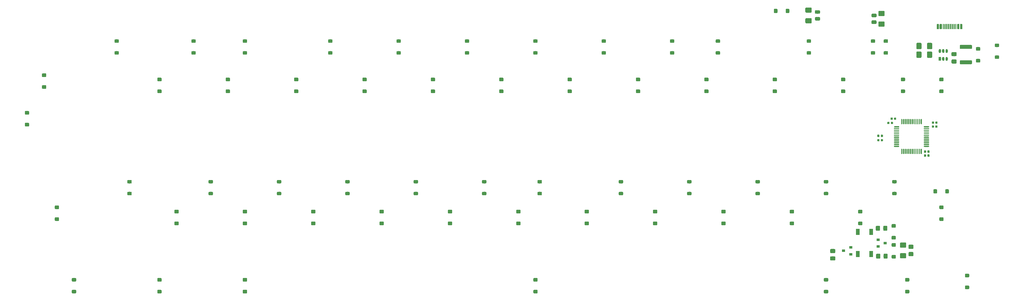
<source format=gbr>
G04 #@! TF.GenerationSoftware,KiCad,Pcbnew,5.1.4*
G04 #@! TF.CreationDate,2019-09-16T11:06:54-03:00*
G04 #@! TF.ProjectId,arcticPCB,61726374-6963-4504-9342-2e6b69636164,0.1.1*
G04 #@! TF.SameCoordinates,Original*
G04 #@! TF.FileFunction,Paste,Top*
G04 #@! TF.FilePolarity,Positive*
%FSLAX46Y46*%
G04 Gerber Fmt 4.6, Leading zero omitted, Abs format (unit mm)*
G04 Created by KiCad (PCBNEW 5.1.4) date 2019-09-16 11:06:54*
%MOMM*%
%LPD*%
G04 APERTURE LIST*
%ADD10C,0.254000*%
%ADD11C,1.425000*%
%ADD12C,1.000000*%
%ADD13C,0.975000*%
%ADD14R,0.900000X0.800000*%
%ADD15C,0.650000*%
%ADD16R,0.650000X1.060000*%
%ADD17C,0.300000*%
%ADD18R,1.475000X0.300000*%
%ADD19R,1.100000X1.800000*%
%ADD20C,1.125000*%
%ADD21C,1.150000*%
%ADD22C,0.590000*%
%ADD23C,0.600000*%
G04 APERTURE END LIST*
D10*
G36*
X262330504Y-14041204D02*
G01*
X262354773Y-14044804D01*
X262378571Y-14050765D01*
X262401671Y-14059030D01*
X262423849Y-14069520D01*
X262444893Y-14082133D01*
X262464598Y-14096747D01*
X262482777Y-14113223D01*
X262499253Y-14131402D01*
X262513867Y-14151107D01*
X262526480Y-14172151D01*
X262536970Y-14194329D01*
X262545235Y-14217429D01*
X262551196Y-14241227D01*
X262554796Y-14265496D01*
X262556000Y-14290000D01*
X262556000Y-15540000D01*
X262554796Y-15564504D01*
X262551196Y-15588773D01*
X262545235Y-15612571D01*
X262536970Y-15635671D01*
X262526480Y-15657849D01*
X262513867Y-15678893D01*
X262499253Y-15698598D01*
X262482777Y-15716777D01*
X262464598Y-15733253D01*
X262444893Y-15747867D01*
X262423849Y-15760480D01*
X262401671Y-15770970D01*
X262378571Y-15779235D01*
X262354773Y-15785196D01*
X262330504Y-15788796D01*
X262306000Y-15790000D01*
X261381000Y-15790000D01*
X261356496Y-15788796D01*
X261332227Y-15785196D01*
X261308429Y-15779235D01*
X261285329Y-15770970D01*
X261263151Y-15760480D01*
X261242107Y-15747867D01*
X261222402Y-15733253D01*
X261204223Y-15716777D01*
X261187747Y-15698598D01*
X261173133Y-15678893D01*
X261160520Y-15657849D01*
X261150030Y-15635671D01*
X261141765Y-15612571D01*
X261135804Y-15588773D01*
X261132204Y-15564504D01*
X261131000Y-15540000D01*
X261131000Y-14290000D01*
X261132204Y-14265496D01*
X261135804Y-14241227D01*
X261141765Y-14217429D01*
X261150030Y-14194329D01*
X261160520Y-14172151D01*
X261173133Y-14151107D01*
X261187747Y-14131402D01*
X261204223Y-14113223D01*
X261222402Y-14096747D01*
X261242107Y-14082133D01*
X261263151Y-14069520D01*
X261285329Y-14059030D01*
X261308429Y-14050765D01*
X261332227Y-14044804D01*
X261356496Y-14041204D01*
X261381000Y-14040000D01*
X262306000Y-14040000D01*
X262330504Y-14041204D01*
X262330504Y-14041204D01*
G37*
D11*
X261843500Y-14915000D03*
D10*
G36*
X259355504Y-14041204D02*
G01*
X259379773Y-14044804D01*
X259403571Y-14050765D01*
X259426671Y-14059030D01*
X259448849Y-14069520D01*
X259469893Y-14082133D01*
X259489598Y-14096747D01*
X259507777Y-14113223D01*
X259524253Y-14131402D01*
X259538867Y-14151107D01*
X259551480Y-14172151D01*
X259561970Y-14194329D01*
X259570235Y-14217429D01*
X259576196Y-14241227D01*
X259579796Y-14265496D01*
X259581000Y-14290000D01*
X259581000Y-15540000D01*
X259579796Y-15564504D01*
X259576196Y-15588773D01*
X259570235Y-15612571D01*
X259561970Y-15635671D01*
X259551480Y-15657849D01*
X259538867Y-15678893D01*
X259524253Y-15698598D01*
X259507777Y-15716777D01*
X259489598Y-15733253D01*
X259469893Y-15747867D01*
X259448849Y-15760480D01*
X259426671Y-15770970D01*
X259403571Y-15779235D01*
X259379773Y-15785196D01*
X259355504Y-15788796D01*
X259331000Y-15790000D01*
X258406000Y-15790000D01*
X258381496Y-15788796D01*
X258357227Y-15785196D01*
X258333429Y-15779235D01*
X258310329Y-15770970D01*
X258288151Y-15760480D01*
X258267107Y-15747867D01*
X258247402Y-15733253D01*
X258229223Y-15716777D01*
X258212747Y-15698598D01*
X258198133Y-15678893D01*
X258185520Y-15657849D01*
X258175030Y-15635671D01*
X258166765Y-15612571D01*
X258160804Y-15588773D01*
X258157204Y-15564504D01*
X258156000Y-15540000D01*
X258156000Y-14290000D01*
X258157204Y-14265496D01*
X258160804Y-14241227D01*
X258166765Y-14217429D01*
X258175030Y-14194329D01*
X258185520Y-14172151D01*
X258198133Y-14151107D01*
X258212747Y-14131402D01*
X258229223Y-14113223D01*
X258247402Y-14096747D01*
X258267107Y-14082133D01*
X258288151Y-14069520D01*
X258310329Y-14059030D01*
X258333429Y-14050765D01*
X258357227Y-14044804D01*
X258381496Y-14041204D01*
X258406000Y-14040000D01*
X259331000Y-14040000D01*
X259355504Y-14041204D01*
X259355504Y-14041204D01*
G37*
D11*
X258868500Y-14915000D03*
D10*
G36*
X228749504Y-4726204D02*
G01*
X228773773Y-4729804D01*
X228797571Y-4735765D01*
X228820671Y-4744030D01*
X228842849Y-4754520D01*
X228863893Y-4767133D01*
X228883598Y-4781747D01*
X228901777Y-4798223D01*
X228918253Y-4816402D01*
X228932867Y-4836107D01*
X228945480Y-4857151D01*
X228955970Y-4879329D01*
X228964235Y-4902429D01*
X228970196Y-4926227D01*
X228973796Y-4950496D01*
X228975000Y-4975000D01*
X228975000Y-5900000D01*
X228973796Y-5924504D01*
X228970196Y-5948773D01*
X228964235Y-5972571D01*
X228955970Y-5995671D01*
X228945480Y-6017849D01*
X228932867Y-6038893D01*
X228918253Y-6058598D01*
X228901777Y-6076777D01*
X228883598Y-6093253D01*
X228863893Y-6107867D01*
X228842849Y-6120480D01*
X228820671Y-6130970D01*
X228797571Y-6139235D01*
X228773773Y-6145196D01*
X228749504Y-6148796D01*
X228725000Y-6150000D01*
X227475000Y-6150000D01*
X227450496Y-6148796D01*
X227426227Y-6145196D01*
X227402429Y-6139235D01*
X227379329Y-6130970D01*
X227357151Y-6120480D01*
X227336107Y-6107867D01*
X227316402Y-6093253D01*
X227298223Y-6076777D01*
X227281747Y-6058598D01*
X227267133Y-6038893D01*
X227254520Y-6017849D01*
X227244030Y-5995671D01*
X227235765Y-5972571D01*
X227229804Y-5948773D01*
X227226204Y-5924504D01*
X227225000Y-5900000D01*
X227225000Y-4975000D01*
X227226204Y-4950496D01*
X227229804Y-4926227D01*
X227235765Y-4902429D01*
X227244030Y-4879329D01*
X227254520Y-4857151D01*
X227267133Y-4836107D01*
X227281747Y-4816402D01*
X227298223Y-4798223D01*
X227316402Y-4781747D01*
X227336107Y-4767133D01*
X227357151Y-4754520D01*
X227379329Y-4744030D01*
X227402429Y-4735765D01*
X227426227Y-4729804D01*
X227450496Y-4726204D01*
X227475000Y-4725000D01*
X228725000Y-4725000D01*
X228749504Y-4726204D01*
X228749504Y-4726204D01*
G37*
D11*
X228100000Y-5437500D03*
D10*
G36*
X228749504Y-1751204D02*
G01*
X228773773Y-1754804D01*
X228797571Y-1760765D01*
X228820671Y-1769030D01*
X228842849Y-1779520D01*
X228863893Y-1792133D01*
X228883598Y-1806747D01*
X228901777Y-1823223D01*
X228918253Y-1841402D01*
X228932867Y-1861107D01*
X228945480Y-1882151D01*
X228955970Y-1904329D01*
X228964235Y-1927429D01*
X228970196Y-1951227D01*
X228973796Y-1975496D01*
X228975000Y-2000000D01*
X228975000Y-2925000D01*
X228973796Y-2949504D01*
X228970196Y-2973773D01*
X228964235Y-2997571D01*
X228955970Y-3020671D01*
X228945480Y-3042849D01*
X228932867Y-3063893D01*
X228918253Y-3083598D01*
X228901777Y-3101777D01*
X228883598Y-3118253D01*
X228863893Y-3132867D01*
X228842849Y-3145480D01*
X228820671Y-3155970D01*
X228797571Y-3164235D01*
X228773773Y-3170196D01*
X228749504Y-3173796D01*
X228725000Y-3175000D01*
X227475000Y-3175000D01*
X227450496Y-3173796D01*
X227426227Y-3170196D01*
X227402429Y-3164235D01*
X227379329Y-3155970D01*
X227357151Y-3145480D01*
X227336107Y-3132867D01*
X227316402Y-3118253D01*
X227298223Y-3101777D01*
X227281747Y-3083598D01*
X227267133Y-3063893D01*
X227254520Y-3042849D01*
X227244030Y-3020671D01*
X227235765Y-2997571D01*
X227229804Y-2973773D01*
X227226204Y-2949504D01*
X227225000Y-2925000D01*
X227225000Y-2000000D01*
X227226204Y-1975496D01*
X227229804Y-1951227D01*
X227235765Y-1927429D01*
X227244030Y-1904329D01*
X227254520Y-1882151D01*
X227267133Y-1861107D01*
X227281747Y-1841402D01*
X227298223Y-1823223D01*
X227316402Y-1806747D01*
X227336107Y-1792133D01*
X227357151Y-1779520D01*
X227379329Y-1769030D01*
X227402429Y-1760765D01*
X227426227Y-1754804D01*
X227450496Y-1751204D01*
X227475000Y-1750000D01*
X228725000Y-1750000D01*
X228749504Y-1751204D01*
X228749504Y-1751204D01*
G37*
D11*
X228100000Y-2462500D03*
D10*
G36*
X219224504Y-2101204D02*
G01*
X219248773Y-2104804D01*
X219272571Y-2110765D01*
X219295671Y-2119030D01*
X219317849Y-2129520D01*
X219338893Y-2142133D01*
X219358598Y-2156747D01*
X219376777Y-2173223D01*
X219393253Y-2191402D01*
X219407867Y-2211107D01*
X219420480Y-2232151D01*
X219430970Y-2254329D01*
X219439235Y-2277429D01*
X219445196Y-2301227D01*
X219448796Y-2325496D01*
X219450000Y-2350000D01*
X219450000Y-3050000D01*
X219448796Y-3074504D01*
X219445196Y-3098773D01*
X219439235Y-3122571D01*
X219430970Y-3145671D01*
X219420480Y-3167849D01*
X219407867Y-3188893D01*
X219393253Y-3208598D01*
X219376777Y-3226777D01*
X219358598Y-3243253D01*
X219338893Y-3257867D01*
X219317849Y-3270480D01*
X219295671Y-3280970D01*
X219272571Y-3289235D01*
X219248773Y-3295196D01*
X219224504Y-3298796D01*
X219200000Y-3300000D01*
X218700000Y-3300000D01*
X218675496Y-3298796D01*
X218651227Y-3295196D01*
X218627429Y-3289235D01*
X218604329Y-3280970D01*
X218582151Y-3270480D01*
X218561107Y-3257867D01*
X218541402Y-3243253D01*
X218523223Y-3226777D01*
X218506747Y-3208598D01*
X218492133Y-3188893D01*
X218479520Y-3167849D01*
X218469030Y-3145671D01*
X218460765Y-3122571D01*
X218454804Y-3098773D01*
X218451204Y-3074504D01*
X218450000Y-3050000D01*
X218450000Y-2350000D01*
X218451204Y-2325496D01*
X218454804Y-2301227D01*
X218460765Y-2277429D01*
X218469030Y-2254329D01*
X218479520Y-2232151D01*
X218492133Y-2211107D01*
X218506747Y-2191402D01*
X218523223Y-2173223D01*
X218541402Y-2156747D01*
X218561107Y-2142133D01*
X218582151Y-2129520D01*
X218604329Y-2119030D01*
X218627429Y-2110765D01*
X218651227Y-2104804D01*
X218675496Y-2101204D01*
X218700000Y-2100000D01*
X219200000Y-2100000D01*
X219224504Y-2101204D01*
X219224504Y-2101204D01*
G37*
D12*
X218950000Y-2700000D03*
D10*
G36*
X222524504Y-2101204D02*
G01*
X222548773Y-2104804D01*
X222572571Y-2110765D01*
X222595671Y-2119030D01*
X222617849Y-2129520D01*
X222638893Y-2142133D01*
X222658598Y-2156747D01*
X222676777Y-2173223D01*
X222693253Y-2191402D01*
X222707867Y-2211107D01*
X222720480Y-2232151D01*
X222730970Y-2254329D01*
X222739235Y-2277429D01*
X222745196Y-2301227D01*
X222748796Y-2325496D01*
X222750000Y-2350000D01*
X222750000Y-3050000D01*
X222748796Y-3074504D01*
X222745196Y-3098773D01*
X222739235Y-3122571D01*
X222730970Y-3145671D01*
X222720480Y-3167849D01*
X222707867Y-3188893D01*
X222693253Y-3208598D01*
X222676777Y-3226777D01*
X222658598Y-3243253D01*
X222638893Y-3257867D01*
X222617849Y-3270480D01*
X222595671Y-3280970D01*
X222572571Y-3289235D01*
X222548773Y-3295196D01*
X222524504Y-3298796D01*
X222500000Y-3300000D01*
X222000000Y-3300000D01*
X221975496Y-3298796D01*
X221951227Y-3295196D01*
X221927429Y-3289235D01*
X221904329Y-3280970D01*
X221882151Y-3270480D01*
X221861107Y-3257867D01*
X221841402Y-3243253D01*
X221823223Y-3226777D01*
X221806747Y-3208598D01*
X221792133Y-3188893D01*
X221779520Y-3167849D01*
X221769030Y-3145671D01*
X221760765Y-3122571D01*
X221754804Y-3098773D01*
X221751204Y-3074504D01*
X221750000Y-3050000D01*
X221750000Y-2350000D01*
X221751204Y-2325496D01*
X221754804Y-2301227D01*
X221760765Y-2277429D01*
X221769030Y-2254329D01*
X221779520Y-2232151D01*
X221792133Y-2211107D01*
X221806747Y-2191402D01*
X221823223Y-2173223D01*
X221841402Y-2156747D01*
X221861107Y-2142133D01*
X221882151Y-2129520D01*
X221904329Y-2119030D01*
X221927429Y-2110765D01*
X221951227Y-2104804D01*
X221975496Y-2101204D01*
X222000000Y-2100000D01*
X222500000Y-2100000D01*
X222524504Y-2101204D01*
X222524504Y-2101204D01*
G37*
D12*
X222250000Y-2700000D03*
D10*
G36*
X231080142Y-2526174D02*
G01*
X231103803Y-2529684D01*
X231127007Y-2535496D01*
X231149529Y-2543554D01*
X231171153Y-2553782D01*
X231191670Y-2566079D01*
X231210883Y-2580329D01*
X231228607Y-2596393D01*
X231244671Y-2614117D01*
X231258921Y-2633330D01*
X231271218Y-2653847D01*
X231281446Y-2675471D01*
X231289504Y-2697993D01*
X231295316Y-2721197D01*
X231298826Y-2744858D01*
X231300000Y-2768750D01*
X231300000Y-3256250D01*
X231298826Y-3280142D01*
X231295316Y-3303803D01*
X231289504Y-3327007D01*
X231281446Y-3349529D01*
X231271218Y-3371153D01*
X231258921Y-3391670D01*
X231244671Y-3410883D01*
X231228607Y-3428607D01*
X231210883Y-3444671D01*
X231191670Y-3458921D01*
X231171153Y-3471218D01*
X231149529Y-3481446D01*
X231127007Y-3489504D01*
X231103803Y-3495316D01*
X231080142Y-3498826D01*
X231056250Y-3500000D01*
X230143750Y-3500000D01*
X230119858Y-3498826D01*
X230096197Y-3495316D01*
X230072993Y-3489504D01*
X230050471Y-3481446D01*
X230028847Y-3471218D01*
X230008330Y-3458921D01*
X229989117Y-3444671D01*
X229971393Y-3428607D01*
X229955329Y-3410883D01*
X229941079Y-3391670D01*
X229928782Y-3371153D01*
X229918554Y-3349529D01*
X229910496Y-3327007D01*
X229904684Y-3303803D01*
X229901174Y-3280142D01*
X229900000Y-3256250D01*
X229900000Y-2768750D01*
X229901174Y-2744858D01*
X229904684Y-2721197D01*
X229910496Y-2697993D01*
X229918554Y-2675471D01*
X229928782Y-2653847D01*
X229941079Y-2633330D01*
X229955329Y-2614117D01*
X229971393Y-2596393D01*
X229989117Y-2580329D01*
X230008330Y-2566079D01*
X230028847Y-2553782D01*
X230050471Y-2543554D01*
X230072993Y-2535496D01*
X230096197Y-2529684D01*
X230119858Y-2526174D01*
X230143750Y-2525000D01*
X231056250Y-2525000D01*
X231080142Y-2526174D01*
X231080142Y-2526174D01*
G37*
D13*
X230600000Y-3012500D03*
D10*
G36*
X231080142Y-4401174D02*
G01*
X231103803Y-4404684D01*
X231127007Y-4410496D01*
X231149529Y-4418554D01*
X231171153Y-4428782D01*
X231191670Y-4441079D01*
X231210883Y-4455329D01*
X231228607Y-4471393D01*
X231244671Y-4489117D01*
X231258921Y-4508330D01*
X231271218Y-4528847D01*
X231281446Y-4550471D01*
X231289504Y-4572993D01*
X231295316Y-4596197D01*
X231298826Y-4619858D01*
X231300000Y-4643750D01*
X231300000Y-5131250D01*
X231298826Y-5155142D01*
X231295316Y-5178803D01*
X231289504Y-5202007D01*
X231281446Y-5224529D01*
X231271218Y-5246153D01*
X231258921Y-5266670D01*
X231244671Y-5285883D01*
X231228607Y-5303607D01*
X231210883Y-5319671D01*
X231191670Y-5333921D01*
X231171153Y-5346218D01*
X231149529Y-5356446D01*
X231127007Y-5364504D01*
X231103803Y-5370316D01*
X231080142Y-5373826D01*
X231056250Y-5375000D01*
X230143750Y-5375000D01*
X230119858Y-5373826D01*
X230096197Y-5370316D01*
X230072993Y-5364504D01*
X230050471Y-5356446D01*
X230028847Y-5346218D01*
X230008330Y-5333921D01*
X229989117Y-5319671D01*
X229971393Y-5303607D01*
X229955329Y-5285883D01*
X229941079Y-5266670D01*
X229928782Y-5246153D01*
X229918554Y-5224529D01*
X229910496Y-5202007D01*
X229904684Y-5178803D01*
X229901174Y-5155142D01*
X229900000Y-5131250D01*
X229900000Y-4643750D01*
X229901174Y-4619858D01*
X229904684Y-4596197D01*
X229910496Y-4572993D01*
X229918554Y-4550471D01*
X229928782Y-4528847D01*
X229941079Y-4508330D01*
X229955329Y-4489117D01*
X229971393Y-4471393D01*
X229989117Y-4455329D01*
X230008330Y-4441079D01*
X230028847Y-4428782D01*
X230050471Y-4418554D01*
X230072993Y-4410496D01*
X230096197Y-4404684D01*
X230119858Y-4401174D01*
X230143750Y-4400000D01*
X231056250Y-4400000D01*
X231080142Y-4401174D01*
X231080142Y-4401174D01*
G37*
D13*
X230600000Y-4887500D03*
D10*
G36*
X10714014Y-30651204D02*
G01*
X10738283Y-30654804D01*
X10762081Y-30660765D01*
X10785181Y-30669030D01*
X10807359Y-30679520D01*
X10828403Y-30692133D01*
X10848108Y-30706747D01*
X10866287Y-30723223D01*
X10882763Y-30741402D01*
X10897377Y-30761107D01*
X10909990Y-30782151D01*
X10920480Y-30804329D01*
X10928745Y-30827429D01*
X10934706Y-30851227D01*
X10938306Y-30875496D01*
X10939510Y-30900000D01*
X10939510Y-31400000D01*
X10938306Y-31424504D01*
X10934706Y-31448773D01*
X10928745Y-31472571D01*
X10920480Y-31495671D01*
X10909990Y-31517849D01*
X10897377Y-31538893D01*
X10882763Y-31558598D01*
X10866287Y-31576777D01*
X10848108Y-31593253D01*
X10828403Y-31607867D01*
X10807359Y-31620480D01*
X10785181Y-31630970D01*
X10762081Y-31639235D01*
X10738283Y-31645196D01*
X10714014Y-31648796D01*
X10689510Y-31650000D01*
X9989510Y-31650000D01*
X9965006Y-31648796D01*
X9940737Y-31645196D01*
X9916939Y-31639235D01*
X9893839Y-31630970D01*
X9871661Y-31620480D01*
X9850617Y-31607867D01*
X9830912Y-31593253D01*
X9812733Y-31576777D01*
X9796257Y-31558598D01*
X9781643Y-31538893D01*
X9769030Y-31517849D01*
X9758540Y-31495671D01*
X9750275Y-31472571D01*
X9744314Y-31448773D01*
X9740714Y-31424504D01*
X9739510Y-31400000D01*
X9739510Y-30900000D01*
X9740714Y-30875496D01*
X9744314Y-30851227D01*
X9750275Y-30827429D01*
X9758540Y-30804329D01*
X9769030Y-30782151D01*
X9781643Y-30761107D01*
X9796257Y-30741402D01*
X9812733Y-30723223D01*
X9830912Y-30706747D01*
X9850617Y-30692133D01*
X9871661Y-30679520D01*
X9893839Y-30669030D01*
X9916939Y-30660765D01*
X9940737Y-30654804D01*
X9965006Y-30651204D01*
X9989510Y-30650000D01*
X10689510Y-30650000D01*
X10714014Y-30651204D01*
X10714014Y-30651204D01*
G37*
D12*
X10339510Y-31150000D03*
D10*
G36*
X10714014Y-33951204D02*
G01*
X10738283Y-33954804D01*
X10762081Y-33960765D01*
X10785181Y-33969030D01*
X10807359Y-33979520D01*
X10828403Y-33992133D01*
X10848108Y-34006747D01*
X10866287Y-34023223D01*
X10882763Y-34041402D01*
X10897377Y-34061107D01*
X10909990Y-34082151D01*
X10920480Y-34104329D01*
X10928745Y-34127429D01*
X10934706Y-34151227D01*
X10938306Y-34175496D01*
X10939510Y-34200000D01*
X10939510Y-34700000D01*
X10938306Y-34724504D01*
X10934706Y-34748773D01*
X10928745Y-34772571D01*
X10920480Y-34795671D01*
X10909990Y-34817849D01*
X10897377Y-34838893D01*
X10882763Y-34858598D01*
X10866287Y-34876777D01*
X10848108Y-34893253D01*
X10828403Y-34907867D01*
X10807359Y-34920480D01*
X10785181Y-34930970D01*
X10762081Y-34939235D01*
X10738283Y-34945196D01*
X10714014Y-34948796D01*
X10689510Y-34950000D01*
X9989510Y-34950000D01*
X9965006Y-34948796D01*
X9940737Y-34945196D01*
X9916939Y-34939235D01*
X9893839Y-34930970D01*
X9871661Y-34920480D01*
X9850617Y-34907867D01*
X9830912Y-34893253D01*
X9812733Y-34876777D01*
X9796257Y-34858598D01*
X9781643Y-34838893D01*
X9769030Y-34817849D01*
X9758540Y-34795671D01*
X9750275Y-34772571D01*
X9744314Y-34748773D01*
X9740714Y-34724504D01*
X9739510Y-34700000D01*
X9739510Y-34200000D01*
X9740714Y-34175496D01*
X9744314Y-34151227D01*
X9750275Y-34127429D01*
X9758540Y-34104329D01*
X9769030Y-34082151D01*
X9781643Y-34061107D01*
X9796257Y-34041402D01*
X9812733Y-34023223D01*
X9830912Y-34006747D01*
X9850617Y-33992133D01*
X9871661Y-33979520D01*
X9893839Y-33969030D01*
X9916939Y-33960765D01*
X9940737Y-33954804D01*
X9965006Y-33951204D01*
X9989510Y-33950000D01*
X10689510Y-33950000D01*
X10714014Y-33951204D01*
X10714014Y-33951204D01*
G37*
D12*
X10339510Y-34450000D03*
D10*
G36*
X19048424Y-60357664D02*
G01*
X19072693Y-60361264D01*
X19096491Y-60367225D01*
X19119591Y-60375490D01*
X19141769Y-60385980D01*
X19162813Y-60398593D01*
X19182518Y-60413207D01*
X19200697Y-60429683D01*
X19217173Y-60447862D01*
X19231787Y-60467567D01*
X19244400Y-60488611D01*
X19254890Y-60510789D01*
X19263155Y-60533889D01*
X19269116Y-60557687D01*
X19272716Y-60581956D01*
X19273920Y-60606460D01*
X19273920Y-61106460D01*
X19272716Y-61130964D01*
X19269116Y-61155233D01*
X19263155Y-61179031D01*
X19254890Y-61202131D01*
X19244400Y-61224309D01*
X19231787Y-61245353D01*
X19217173Y-61265058D01*
X19200697Y-61283237D01*
X19182518Y-61299713D01*
X19162813Y-61314327D01*
X19141769Y-61326940D01*
X19119591Y-61337430D01*
X19096491Y-61345695D01*
X19072693Y-61351656D01*
X19048424Y-61355256D01*
X19023920Y-61356460D01*
X18323920Y-61356460D01*
X18299416Y-61355256D01*
X18275147Y-61351656D01*
X18251349Y-61345695D01*
X18228249Y-61337430D01*
X18206071Y-61326940D01*
X18185027Y-61314327D01*
X18165322Y-61299713D01*
X18147143Y-61283237D01*
X18130667Y-61265058D01*
X18116053Y-61245353D01*
X18103440Y-61224309D01*
X18092950Y-61202131D01*
X18084685Y-61179031D01*
X18078724Y-61155233D01*
X18075124Y-61130964D01*
X18073920Y-61106460D01*
X18073920Y-60606460D01*
X18075124Y-60581956D01*
X18078724Y-60557687D01*
X18084685Y-60533889D01*
X18092950Y-60510789D01*
X18103440Y-60488611D01*
X18116053Y-60467567D01*
X18130667Y-60447862D01*
X18147143Y-60429683D01*
X18165322Y-60413207D01*
X18185027Y-60398593D01*
X18206071Y-60385980D01*
X18228249Y-60375490D01*
X18251349Y-60367225D01*
X18275147Y-60361264D01*
X18299416Y-60357664D01*
X18323920Y-60356460D01*
X19023920Y-60356460D01*
X19048424Y-60357664D01*
X19048424Y-60357664D01*
G37*
D12*
X18673920Y-60856460D03*
D10*
G36*
X19048424Y-57057664D02*
G01*
X19072693Y-57061264D01*
X19096491Y-57067225D01*
X19119591Y-57075490D01*
X19141769Y-57085980D01*
X19162813Y-57098593D01*
X19182518Y-57113207D01*
X19200697Y-57129683D01*
X19217173Y-57147862D01*
X19231787Y-57167567D01*
X19244400Y-57188611D01*
X19254890Y-57210789D01*
X19263155Y-57233889D01*
X19269116Y-57257687D01*
X19272716Y-57281956D01*
X19273920Y-57306460D01*
X19273920Y-57806460D01*
X19272716Y-57830964D01*
X19269116Y-57855233D01*
X19263155Y-57879031D01*
X19254890Y-57902131D01*
X19244400Y-57924309D01*
X19231787Y-57945353D01*
X19217173Y-57965058D01*
X19200697Y-57983237D01*
X19182518Y-57999713D01*
X19162813Y-58014327D01*
X19141769Y-58026940D01*
X19119591Y-58037430D01*
X19096491Y-58045695D01*
X19072693Y-58051656D01*
X19048424Y-58055256D01*
X19023920Y-58056460D01*
X18323920Y-58056460D01*
X18299416Y-58055256D01*
X18275147Y-58051656D01*
X18251349Y-58045695D01*
X18228249Y-58037430D01*
X18206071Y-58026940D01*
X18185027Y-58014327D01*
X18165322Y-57999713D01*
X18147143Y-57983237D01*
X18130667Y-57965058D01*
X18116053Y-57945353D01*
X18103440Y-57924309D01*
X18092950Y-57902131D01*
X18084685Y-57879031D01*
X18078724Y-57855233D01*
X18075124Y-57830964D01*
X18073920Y-57806460D01*
X18073920Y-57306460D01*
X18075124Y-57281956D01*
X18078724Y-57257687D01*
X18084685Y-57233889D01*
X18092950Y-57210789D01*
X18103440Y-57188611D01*
X18116053Y-57167567D01*
X18130667Y-57147862D01*
X18147143Y-57129683D01*
X18165322Y-57113207D01*
X18185027Y-57098593D01*
X18206071Y-57085980D01*
X18228249Y-57075490D01*
X18251349Y-57067225D01*
X18275147Y-57061264D01*
X18299416Y-57057664D01*
X18323920Y-57056460D01*
X19023920Y-57056460D01*
X19048424Y-57057664D01*
X19048424Y-57057664D01*
G37*
D12*
X18673920Y-57556460D03*
D10*
G36*
X23810944Y-80598374D02*
G01*
X23835213Y-80601974D01*
X23859011Y-80607935D01*
X23882111Y-80616200D01*
X23904289Y-80626690D01*
X23925333Y-80639303D01*
X23945038Y-80653917D01*
X23963217Y-80670393D01*
X23979693Y-80688572D01*
X23994307Y-80708277D01*
X24006920Y-80729321D01*
X24017410Y-80751499D01*
X24025675Y-80774599D01*
X24031636Y-80798397D01*
X24035236Y-80822666D01*
X24036440Y-80847170D01*
X24036440Y-81347170D01*
X24035236Y-81371674D01*
X24031636Y-81395943D01*
X24025675Y-81419741D01*
X24017410Y-81442841D01*
X24006920Y-81465019D01*
X23994307Y-81486063D01*
X23979693Y-81505768D01*
X23963217Y-81523947D01*
X23945038Y-81540423D01*
X23925333Y-81555037D01*
X23904289Y-81567650D01*
X23882111Y-81578140D01*
X23859011Y-81586405D01*
X23835213Y-81592366D01*
X23810944Y-81595966D01*
X23786440Y-81597170D01*
X23086440Y-81597170D01*
X23061936Y-81595966D01*
X23037667Y-81592366D01*
X23013869Y-81586405D01*
X22990769Y-81578140D01*
X22968591Y-81567650D01*
X22947547Y-81555037D01*
X22927842Y-81540423D01*
X22909663Y-81523947D01*
X22893187Y-81505768D01*
X22878573Y-81486063D01*
X22865960Y-81465019D01*
X22855470Y-81442841D01*
X22847205Y-81419741D01*
X22841244Y-81395943D01*
X22837644Y-81371674D01*
X22836440Y-81347170D01*
X22836440Y-80847170D01*
X22837644Y-80822666D01*
X22841244Y-80798397D01*
X22847205Y-80774599D01*
X22855470Y-80751499D01*
X22865960Y-80729321D01*
X22878573Y-80708277D01*
X22893187Y-80688572D01*
X22909663Y-80670393D01*
X22927842Y-80653917D01*
X22947547Y-80639303D01*
X22968591Y-80626690D01*
X22990769Y-80616200D01*
X23013869Y-80607935D01*
X23037667Y-80601974D01*
X23061936Y-80598374D01*
X23086440Y-80597170D01*
X23786440Y-80597170D01*
X23810944Y-80598374D01*
X23810944Y-80598374D01*
G37*
D12*
X23436440Y-81097170D03*
D10*
G36*
X23810944Y-77298374D02*
G01*
X23835213Y-77301974D01*
X23859011Y-77307935D01*
X23882111Y-77316200D01*
X23904289Y-77326690D01*
X23925333Y-77339303D01*
X23945038Y-77353917D01*
X23963217Y-77370393D01*
X23979693Y-77388572D01*
X23994307Y-77408277D01*
X24006920Y-77429321D01*
X24017410Y-77451499D01*
X24025675Y-77474599D01*
X24031636Y-77498397D01*
X24035236Y-77522666D01*
X24036440Y-77547170D01*
X24036440Y-78047170D01*
X24035236Y-78071674D01*
X24031636Y-78095943D01*
X24025675Y-78119741D01*
X24017410Y-78142841D01*
X24006920Y-78165019D01*
X23994307Y-78186063D01*
X23979693Y-78205768D01*
X23963217Y-78223947D01*
X23945038Y-78240423D01*
X23925333Y-78255037D01*
X23904289Y-78267650D01*
X23882111Y-78278140D01*
X23859011Y-78286405D01*
X23835213Y-78292366D01*
X23810944Y-78295966D01*
X23786440Y-78297170D01*
X23086440Y-78297170D01*
X23061936Y-78295966D01*
X23037667Y-78292366D01*
X23013869Y-78286405D01*
X22990769Y-78278140D01*
X22968591Y-78267650D01*
X22947547Y-78255037D01*
X22927842Y-78240423D01*
X22909663Y-78223947D01*
X22893187Y-78205768D01*
X22878573Y-78186063D01*
X22865960Y-78165019D01*
X22855470Y-78142841D01*
X22847205Y-78119741D01*
X22841244Y-78095943D01*
X22837644Y-78071674D01*
X22836440Y-78047170D01*
X22836440Y-77547170D01*
X22837644Y-77522666D01*
X22841244Y-77498397D01*
X22847205Y-77474599D01*
X22855470Y-77451499D01*
X22865960Y-77429321D01*
X22878573Y-77408277D01*
X22893187Y-77388572D01*
X22909663Y-77370393D01*
X22927842Y-77353917D01*
X22947547Y-77339303D01*
X22968591Y-77326690D01*
X22990769Y-77316200D01*
X23013869Y-77307935D01*
X23037667Y-77301974D01*
X23061936Y-77298374D01*
X23086440Y-77297170D01*
X23786440Y-77297170D01*
X23810944Y-77298374D01*
X23810944Y-77298374D01*
G37*
D12*
X23436440Y-77797170D03*
D10*
G36*
X47623544Y-80598374D02*
G01*
X47647813Y-80601974D01*
X47671611Y-80607935D01*
X47694711Y-80616200D01*
X47716889Y-80626690D01*
X47737933Y-80639303D01*
X47757638Y-80653917D01*
X47775817Y-80670393D01*
X47792293Y-80688572D01*
X47806907Y-80708277D01*
X47819520Y-80729321D01*
X47830010Y-80751499D01*
X47838275Y-80774599D01*
X47844236Y-80798397D01*
X47847836Y-80822666D01*
X47849040Y-80847170D01*
X47849040Y-81347170D01*
X47847836Y-81371674D01*
X47844236Y-81395943D01*
X47838275Y-81419741D01*
X47830010Y-81442841D01*
X47819520Y-81465019D01*
X47806907Y-81486063D01*
X47792293Y-81505768D01*
X47775817Y-81523947D01*
X47757638Y-81540423D01*
X47737933Y-81555037D01*
X47716889Y-81567650D01*
X47694711Y-81578140D01*
X47671611Y-81586405D01*
X47647813Y-81592366D01*
X47623544Y-81595966D01*
X47599040Y-81597170D01*
X46899040Y-81597170D01*
X46874536Y-81595966D01*
X46850267Y-81592366D01*
X46826469Y-81586405D01*
X46803369Y-81578140D01*
X46781191Y-81567650D01*
X46760147Y-81555037D01*
X46740442Y-81540423D01*
X46722263Y-81523947D01*
X46705787Y-81505768D01*
X46691173Y-81486063D01*
X46678560Y-81465019D01*
X46668070Y-81442841D01*
X46659805Y-81419741D01*
X46653844Y-81395943D01*
X46650244Y-81371674D01*
X46649040Y-81347170D01*
X46649040Y-80847170D01*
X46650244Y-80822666D01*
X46653844Y-80798397D01*
X46659805Y-80774599D01*
X46668070Y-80751499D01*
X46678560Y-80729321D01*
X46691173Y-80708277D01*
X46705787Y-80688572D01*
X46722263Y-80670393D01*
X46740442Y-80653917D01*
X46760147Y-80639303D01*
X46781191Y-80626690D01*
X46803369Y-80616200D01*
X46826469Y-80607935D01*
X46850267Y-80601974D01*
X46874536Y-80598374D01*
X46899040Y-80597170D01*
X47599040Y-80597170D01*
X47623544Y-80598374D01*
X47623544Y-80598374D01*
G37*
D12*
X47249040Y-81097170D03*
D10*
G36*
X47623544Y-77298374D02*
G01*
X47647813Y-77301974D01*
X47671611Y-77307935D01*
X47694711Y-77316200D01*
X47716889Y-77326690D01*
X47737933Y-77339303D01*
X47757638Y-77353917D01*
X47775817Y-77370393D01*
X47792293Y-77388572D01*
X47806907Y-77408277D01*
X47819520Y-77429321D01*
X47830010Y-77451499D01*
X47838275Y-77474599D01*
X47844236Y-77498397D01*
X47847836Y-77522666D01*
X47849040Y-77547170D01*
X47849040Y-78047170D01*
X47847836Y-78071674D01*
X47844236Y-78095943D01*
X47838275Y-78119741D01*
X47830010Y-78142841D01*
X47819520Y-78165019D01*
X47806907Y-78186063D01*
X47792293Y-78205768D01*
X47775817Y-78223947D01*
X47757638Y-78240423D01*
X47737933Y-78255037D01*
X47716889Y-78267650D01*
X47694711Y-78278140D01*
X47671611Y-78286405D01*
X47647813Y-78292366D01*
X47623544Y-78295966D01*
X47599040Y-78297170D01*
X46899040Y-78297170D01*
X46874536Y-78295966D01*
X46850267Y-78292366D01*
X46826469Y-78286405D01*
X46803369Y-78278140D01*
X46781191Y-78267650D01*
X46760147Y-78255037D01*
X46740442Y-78240423D01*
X46722263Y-78223947D01*
X46705787Y-78205768D01*
X46691173Y-78186063D01*
X46678560Y-78165019D01*
X46668070Y-78142841D01*
X46659805Y-78119741D01*
X46653844Y-78095943D01*
X46650244Y-78071674D01*
X46649040Y-78047170D01*
X46649040Y-77547170D01*
X46650244Y-77522666D01*
X46653844Y-77498397D01*
X46659805Y-77474599D01*
X46668070Y-77451499D01*
X46678560Y-77429321D01*
X46691173Y-77408277D01*
X46705787Y-77388572D01*
X46722263Y-77370393D01*
X46740442Y-77353917D01*
X46760147Y-77339303D01*
X46781191Y-77326690D01*
X46803369Y-77316200D01*
X46826469Y-77307935D01*
X46850267Y-77301974D01*
X46874536Y-77298374D01*
X46899040Y-77297170D01*
X47599040Y-77297170D01*
X47623544Y-77298374D01*
X47623544Y-77298374D01*
G37*
D12*
X47249040Y-77797170D03*
D10*
G36*
X71436144Y-80598374D02*
G01*
X71460413Y-80601974D01*
X71484211Y-80607935D01*
X71507311Y-80616200D01*
X71529489Y-80626690D01*
X71550533Y-80639303D01*
X71570238Y-80653917D01*
X71588417Y-80670393D01*
X71604893Y-80688572D01*
X71619507Y-80708277D01*
X71632120Y-80729321D01*
X71642610Y-80751499D01*
X71650875Y-80774599D01*
X71656836Y-80798397D01*
X71660436Y-80822666D01*
X71661640Y-80847170D01*
X71661640Y-81347170D01*
X71660436Y-81371674D01*
X71656836Y-81395943D01*
X71650875Y-81419741D01*
X71642610Y-81442841D01*
X71632120Y-81465019D01*
X71619507Y-81486063D01*
X71604893Y-81505768D01*
X71588417Y-81523947D01*
X71570238Y-81540423D01*
X71550533Y-81555037D01*
X71529489Y-81567650D01*
X71507311Y-81578140D01*
X71484211Y-81586405D01*
X71460413Y-81592366D01*
X71436144Y-81595966D01*
X71411640Y-81597170D01*
X70711640Y-81597170D01*
X70687136Y-81595966D01*
X70662867Y-81592366D01*
X70639069Y-81586405D01*
X70615969Y-81578140D01*
X70593791Y-81567650D01*
X70572747Y-81555037D01*
X70553042Y-81540423D01*
X70534863Y-81523947D01*
X70518387Y-81505768D01*
X70503773Y-81486063D01*
X70491160Y-81465019D01*
X70480670Y-81442841D01*
X70472405Y-81419741D01*
X70466444Y-81395943D01*
X70462844Y-81371674D01*
X70461640Y-81347170D01*
X70461640Y-80847170D01*
X70462844Y-80822666D01*
X70466444Y-80798397D01*
X70472405Y-80774599D01*
X70480670Y-80751499D01*
X70491160Y-80729321D01*
X70503773Y-80708277D01*
X70518387Y-80688572D01*
X70534863Y-80670393D01*
X70553042Y-80653917D01*
X70572747Y-80639303D01*
X70593791Y-80626690D01*
X70615969Y-80616200D01*
X70639069Y-80607935D01*
X70662867Y-80601974D01*
X70687136Y-80598374D01*
X70711640Y-80597170D01*
X71411640Y-80597170D01*
X71436144Y-80598374D01*
X71436144Y-80598374D01*
G37*
D12*
X71061640Y-81097170D03*
D10*
G36*
X71436144Y-77298374D02*
G01*
X71460413Y-77301974D01*
X71484211Y-77307935D01*
X71507311Y-77316200D01*
X71529489Y-77326690D01*
X71550533Y-77339303D01*
X71570238Y-77353917D01*
X71588417Y-77370393D01*
X71604893Y-77388572D01*
X71619507Y-77408277D01*
X71632120Y-77429321D01*
X71642610Y-77451499D01*
X71650875Y-77474599D01*
X71656836Y-77498397D01*
X71660436Y-77522666D01*
X71661640Y-77547170D01*
X71661640Y-78047170D01*
X71660436Y-78071674D01*
X71656836Y-78095943D01*
X71650875Y-78119741D01*
X71642610Y-78142841D01*
X71632120Y-78165019D01*
X71619507Y-78186063D01*
X71604893Y-78205768D01*
X71588417Y-78223947D01*
X71570238Y-78240423D01*
X71550533Y-78255037D01*
X71529489Y-78267650D01*
X71507311Y-78278140D01*
X71484211Y-78286405D01*
X71460413Y-78292366D01*
X71436144Y-78295966D01*
X71411640Y-78297170D01*
X70711640Y-78297170D01*
X70687136Y-78295966D01*
X70662867Y-78292366D01*
X70639069Y-78286405D01*
X70615969Y-78278140D01*
X70593791Y-78267650D01*
X70572747Y-78255037D01*
X70553042Y-78240423D01*
X70534863Y-78223947D01*
X70518387Y-78205768D01*
X70503773Y-78186063D01*
X70491160Y-78165019D01*
X70480670Y-78142841D01*
X70472405Y-78119741D01*
X70466444Y-78095943D01*
X70462844Y-78071674D01*
X70461640Y-78047170D01*
X70461640Y-77547170D01*
X70462844Y-77522666D01*
X70466444Y-77498397D01*
X70472405Y-77474599D01*
X70480670Y-77451499D01*
X70491160Y-77429321D01*
X70503773Y-77408277D01*
X70518387Y-77388572D01*
X70534863Y-77370393D01*
X70553042Y-77353917D01*
X70572747Y-77339303D01*
X70593791Y-77326690D01*
X70615969Y-77316200D01*
X70639069Y-77307935D01*
X70662867Y-77301974D01*
X70687136Y-77298374D01*
X70711640Y-77297170D01*
X71411640Y-77297170D01*
X71436144Y-77298374D01*
X71436144Y-77298374D01*
G37*
D12*
X71061640Y-77797170D03*
D10*
G36*
X152398984Y-80598374D02*
G01*
X152423253Y-80601974D01*
X152447051Y-80607935D01*
X152470151Y-80616200D01*
X152492329Y-80626690D01*
X152513373Y-80639303D01*
X152533078Y-80653917D01*
X152551257Y-80670393D01*
X152567733Y-80688572D01*
X152582347Y-80708277D01*
X152594960Y-80729321D01*
X152605450Y-80751499D01*
X152613715Y-80774599D01*
X152619676Y-80798397D01*
X152623276Y-80822666D01*
X152624480Y-80847170D01*
X152624480Y-81347170D01*
X152623276Y-81371674D01*
X152619676Y-81395943D01*
X152613715Y-81419741D01*
X152605450Y-81442841D01*
X152594960Y-81465019D01*
X152582347Y-81486063D01*
X152567733Y-81505768D01*
X152551257Y-81523947D01*
X152533078Y-81540423D01*
X152513373Y-81555037D01*
X152492329Y-81567650D01*
X152470151Y-81578140D01*
X152447051Y-81586405D01*
X152423253Y-81592366D01*
X152398984Y-81595966D01*
X152374480Y-81597170D01*
X151674480Y-81597170D01*
X151649976Y-81595966D01*
X151625707Y-81592366D01*
X151601909Y-81586405D01*
X151578809Y-81578140D01*
X151556631Y-81567650D01*
X151535587Y-81555037D01*
X151515882Y-81540423D01*
X151497703Y-81523947D01*
X151481227Y-81505768D01*
X151466613Y-81486063D01*
X151454000Y-81465019D01*
X151443510Y-81442841D01*
X151435245Y-81419741D01*
X151429284Y-81395943D01*
X151425684Y-81371674D01*
X151424480Y-81347170D01*
X151424480Y-80847170D01*
X151425684Y-80822666D01*
X151429284Y-80798397D01*
X151435245Y-80774599D01*
X151443510Y-80751499D01*
X151454000Y-80729321D01*
X151466613Y-80708277D01*
X151481227Y-80688572D01*
X151497703Y-80670393D01*
X151515882Y-80653917D01*
X151535587Y-80639303D01*
X151556631Y-80626690D01*
X151578809Y-80616200D01*
X151601909Y-80607935D01*
X151625707Y-80601974D01*
X151649976Y-80598374D01*
X151674480Y-80597170D01*
X152374480Y-80597170D01*
X152398984Y-80598374D01*
X152398984Y-80598374D01*
G37*
D12*
X152024480Y-81097170D03*
D10*
G36*
X152398984Y-77298374D02*
G01*
X152423253Y-77301974D01*
X152447051Y-77307935D01*
X152470151Y-77316200D01*
X152492329Y-77326690D01*
X152513373Y-77339303D01*
X152533078Y-77353917D01*
X152551257Y-77370393D01*
X152567733Y-77388572D01*
X152582347Y-77408277D01*
X152594960Y-77429321D01*
X152605450Y-77451499D01*
X152613715Y-77474599D01*
X152619676Y-77498397D01*
X152623276Y-77522666D01*
X152624480Y-77547170D01*
X152624480Y-78047170D01*
X152623276Y-78071674D01*
X152619676Y-78095943D01*
X152613715Y-78119741D01*
X152605450Y-78142841D01*
X152594960Y-78165019D01*
X152582347Y-78186063D01*
X152567733Y-78205768D01*
X152551257Y-78223947D01*
X152533078Y-78240423D01*
X152513373Y-78255037D01*
X152492329Y-78267650D01*
X152470151Y-78278140D01*
X152447051Y-78286405D01*
X152423253Y-78292366D01*
X152398984Y-78295966D01*
X152374480Y-78297170D01*
X151674480Y-78297170D01*
X151649976Y-78295966D01*
X151625707Y-78292366D01*
X151601909Y-78286405D01*
X151578809Y-78278140D01*
X151556631Y-78267650D01*
X151535587Y-78255037D01*
X151515882Y-78240423D01*
X151497703Y-78223947D01*
X151481227Y-78205768D01*
X151466613Y-78186063D01*
X151454000Y-78165019D01*
X151443510Y-78142841D01*
X151435245Y-78119741D01*
X151429284Y-78095943D01*
X151425684Y-78071674D01*
X151424480Y-78047170D01*
X151424480Y-77547170D01*
X151425684Y-77522666D01*
X151429284Y-77498397D01*
X151435245Y-77474599D01*
X151443510Y-77451499D01*
X151454000Y-77429321D01*
X151466613Y-77408277D01*
X151481227Y-77388572D01*
X151497703Y-77370393D01*
X151515882Y-77353917D01*
X151535587Y-77339303D01*
X151556631Y-77326690D01*
X151578809Y-77316200D01*
X151601909Y-77307935D01*
X151625707Y-77301974D01*
X151649976Y-77298374D01*
X151674480Y-77297170D01*
X152374480Y-77297170D01*
X152398984Y-77298374D01*
X152398984Y-77298374D01*
G37*
D12*
X152024480Y-77797170D03*
D10*
G36*
X233361824Y-80598374D02*
G01*
X233386093Y-80601974D01*
X233409891Y-80607935D01*
X233432991Y-80616200D01*
X233455169Y-80626690D01*
X233476213Y-80639303D01*
X233495918Y-80653917D01*
X233514097Y-80670393D01*
X233530573Y-80688572D01*
X233545187Y-80708277D01*
X233557800Y-80729321D01*
X233568290Y-80751499D01*
X233576555Y-80774599D01*
X233582516Y-80798397D01*
X233586116Y-80822666D01*
X233587320Y-80847170D01*
X233587320Y-81347170D01*
X233586116Y-81371674D01*
X233582516Y-81395943D01*
X233576555Y-81419741D01*
X233568290Y-81442841D01*
X233557800Y-81465019D01*
X233545187Y-81486063D01*
X233530573Y-81505768D01*
X233514097Y-81523947D01*
X233495918Y-81540423D01*
X233476213Y-81555037D01*
X233455169Y-81567650D01*
X233432991Y-81578140D01*
X233409891Y-81586405D01*
X233386093Y-81592366D01*
X233361824Y-81595966D01*
X233337320Y-81597170D01*
X232637320Y-81597170D01*
X232612816Y-81595966D01*
X232588547Y-81592366D01*
X232564749Y-81586405D01*
X232541649Y-81578140D01*
X232519471Y-81567650D01*
X232498427Y-81555037D01*
X232478722Y-81540423D01*
X232460543Y-81523947D01*
X232444067Y-81505768D01*
X232429453Y-81486063D01*
X232416840Y-81465019D01*
X232406350Y-81442841D01*
X232398085Y-81419741D01*
X232392124Y-81395943D01*
X232388524Y-81371674D01*
X232387320Y-81347170D01*
X232387320Y-80847170D01*
X232388524Y-80822666D01*
X232392124Y-80798397D01*
X232398085Y-80774599D01*
X232406350Y-80751499D01*
X232416840Y-80729321D01*
X232429453Y-80708277D01*
X232444067Y-80688572D01*
X232460543Y-80670393D01*
X232478722Y-80653917D01*
X232498427Y-80639303D01*
X232519471Y-80626690D01*
X232541649Y-80616200D01*
X232564749Y-80607935D01*
X232588547Y-80601974D01*
X232612816Y-80598374D01*
X232637320Y-80597170D01*
X233337320Y-80597170D01*
X233361824Y-80598374D01*
X233361824Y-80598374D01*
G37*
D12*
X232987320Y-81097170D03*
D10*
G36*
X233361824Y-77298374D02*
G01*
X233386093Y-77301974D01*
X233409891Y-77307935D01*
X233432991Y-77316200D01*
X233455169Y-77326690D01*
X233476213Y-77339303D01*
X233495918Y-77353917D01*
X233514097Y-77370393D01*
X233530573Y-77388572D01*
X233545187Y-77408277D01*
X233557800Y-77429321D01*
X233568290Y-77451499D01*
X233576555Y-77474599D01*
X233582516Y-77498397D01*
X233586116Y-77522666D01*
X233587320Y-77547170D01*
X233587320Y-78047170D01*
X233586116Y-78071674D01*
X233582516Y-78095943D01*
X233576555Y-78119741D01*
X233568290Y-78142841D01*
X233557800Y-78165019D01*
X233545187Y-78186063D01*
X233530573Y-78205768D01*
X233514097Y-78223947D01*
X233495918Y-78240423D01*
X233476213Y-78255037D01*
X233455169Y-78267650D01*
X233432991Y-78278140D01*
X233409891Y-78286405D01*
X233386093Y-78292366D01*
X233361824Y-78295966D01*
X233337320Y-78297170D01*
X232637320Y-78297170D01*
X232612816Y-78295966D01*
X232588547Y-78292366D01*
X232564749Y-78286405D01*
X232541649Y-78278140D01*
X232519471Y-78267650D01*
X232498427Y-78255037D01*
X232478722Y-78240423D01*
X232460543Y-78223947D01*
X232444067Y-78205768D01*
X232429453Y-78186063D01*
X232416840Y-78165019D01*
X232406350Y-78142841D01*
X232398085Y-78119741D01*
X232392124Y-78095943D01*
X232388524Y-78071674D01*
X232387320Y-78047170D01*
X232387320Y-77547170D01*
X232388524Y-77522666D01*
X232392124Y-77498397D01*
X232398085Y-77474599D01*
X232406350Y-77451499D01*
X232416840Y-77429321D01*
X232429453Y-77408277D01*
X232444067Y-77388572D01*
X232460543Y-77370393D01*
X232478722Y-77353917D01*
X232498427Y-77339303D01*
X232519471Y-77326690D01*
X232541649Y-77316200D01*
X232564749Y-77307935D01*
X232588547Y-77301974D01*
X232612816Y-77298374D01*
X232637320Y-77297170D01*
X233337320Y-77297170D01*
X233361824Y-77298374D01*
X233361824Y-77298374D01*
G37*
D12*
X232987320Y-77797170D03*
D10*
G36*
X255983794Y-80598374D02*
G01*
X256008063Y-80601974D01*
X256031861Y-80607935D01*
X256054961Y-80616200D01*
X256077139Y-80626690D01*
X256098183Y-80639303D01*
X256117888Y-80653917D01*
X256136067Y-80670393D01*
X256152543Y-80688572D01*
X256167157Y-80708277D01*
X256179770Y-80729321D01*
X256190260Y-80751499D01*
X256198525Y-80774599D01*
X256204486Y-80798397D01*
X256208086Y-80822666D01*
X256209290Y-80847170D01*
X256209290Y-81347170D01*
X256208086Y-81371674D01*
X256204486Y-81395943D01*
X256198525Y-81419741D01*
X256190260Y-81442841D01*
X256179770Y-81465019D01*
X256167157Y-81486063D01*
X256152543Y-81505768D01*
X256136067Y-81523947D01*
X256117888Y-81540423D01*
X256098183Y-81555037D01*
X256077139Y-81567650D01*
X256054961Y-81578140D01*
X256031861Y-81586405D01*
X256008063Y-81592366D01*
X255983794Y-81595966D01*
X255959290Y-81597170D01*
X255259290Y-81597170D01*
X255234786Y-81595966D01*
X255210517Y-81592366D01*
X255186719Y-81586405D01*
X255163619Y-81578140D01*
X255141441Y-81567650D01*
X255120397Y-81555037D01*
X255100692Y-81540423D01*
X255082513Y-81523947D01*
X255066037Y-81505768D01*
X255051423Y-81486063D01*
X255038810Y-81465019D01*
X255028320Y-81442841D01*
X255020055Y-81419741D01*
X255014094Y-81395943D01*
X255010494Y-81371674D01*
X255009290Y-81347170D01*
X255009290Y-80847170D01*
X255010494Y-80822666D01*
X255014094Y-80798397D01*
X255020055Y-80774599D01*
X255028320Y-80751499D01*
X255038810Y-80729321D01*
X255051423Y-80708277D01*
X255066037Y-80688572D01*
X255082513Y-80670393D01*
X255100692Y-80653917D01*
X255120397Y-80639303D01*
X255141441Y-80626690D01*
X255163619Y-80616200D01*
X255186719Y-80607935D01*
X255210517Y-80601974D01*
X255234786Y-80598374D01*
X255259290Y-80597170D01*
X255959290Y-80597170D01*
X255983794Y-80598374D01*
X255983794Y-80598374D01*
G37*
D12*
X255609290Y-81097170D03*
D10*
G36*
X255983794Y-77298374D02*
G01*
X256008063Y-77301974D01*
X256031861Y-77307935D01*
X256054961Y-77316200D01*
X256077139Y-77326690D01*
X256098183Y-77339303D01*
X256117888Y-77353917D01*
X256136067Y-77370393D01*
X256152543Y-77388572D01*
X256167157Y-77408277D01*
X256179770Y-77429321D01*
X256190260Y-77451499D01*
X256198525Y-77474599D01*
X256204486Y-77498397D01*
X256208086Y-77522666D01*
X256209290Y-77547170D01*
X256209290Y-78047170D01*
X256208086Y-78071674D01*
X256204486Y-78095943D01*
X256198525Y-78119741D01*
X256190260Y-78142841D01*
X256179770Y-78165019D01*
X256167157Y-78186063D01*
X256152543Y-78205768D01*
X256136067Y-78223947D01*
X256117888Y-78240423D01*
X256098183Y-78255037D01*
X256077139Y-78267650D01*
X256054961Y-78278140D01*
X256031861Y-78286405D01*
X256008063Y-78292366D01*
X255983794Y-78295966D01*
X255959290Y-78297170D01*
X255259290Y-78297170D01*
X255234786Y-78295966D01*
X255210517Y-78292366D01*
X255186719Y-78286405D01*
X255163619Y-78278140D01*
X255141441Y-78267650D01*
X255120397Y-78255037D01*
X255100692Y-78240423D01*
X255082513Y-78223947D01*
X255066037Y-78205768D01*
X255051423Y-78186063D01*
X255038810Y-78165019D01*
X255028320Y-78142841D01*
X255020055Y-78119741D01*
X255014094Y-78095943D01*
X255010494Y-78071674D01*
X255009290Y-78047170D01*
X255009290Y-77547170D01*
X255010494Y-77522666D01*
X255014094Y-77498397D01*
X255020055Y-77474599D01*
X255028320Y-77451499D01*
X255038810Y-77429321D01*
X255051423Y-77408277D01*
X255066037Y-77388572D01*
X255082513Y-77370393D01*
X255100692Y-77353917D01*
X255120397Y-77339303D01*
X255141441Y-77326690D01*
X255163619Y-77316200D01*
X255186719Y-77307935D01*
X255210517Y-77301974D01*
X255234786Y-77298374D01*
X255259290Y-77297170D01*
X255959290Y-77297170D01*
X255983794Y-77298374D01*
X255983794Y-77298374D01*
G37*
D12*
X255609290Y-77797170D03*
D10*
G36*
X272652614Y-79407744D02*
G01*
X272676883Y-79411344D01*
X272700681Y-79417305D01*
X272723781Y-79425570D01*
X272745959Y-79436060D01*
X272767003Y-79448673D01*
X272786708Y-79463287D01*
X272804887Y-79479763D01*
X272821363Y-79497942D01*
X272835977Y-79517647D01*
X272848590Y-79538691D01*
X272859080Y-79560869D01*
X272867345Y-79583969D01*
X272873306Y-79607767D01*
X272876906Y-79632036D01*
X272878110Y-79656540D01*
X272878110Y-80156540D01*
X272876906Y-80181044D01*
X272873306Y-80205313D01*
X272867345Y-80229111D01*
X272859080Y-80252211D01*
X272848590Y-80274389D01*
X272835977Y-80295433D01*
X272821363Y-80315138D01*
X272804887Y-80333317D01*
X272786708Y-80349793D01*
X272767003Y-80364407D01*
X272745959Y-80377020D01*
X272723781Y-80387510D01*
X272700681Y-80395775D01*
X272676883Y-80401736D01*
X272652614Y-80405336D01*
X272628110Y-80406540D01*
X271928110Y-80406540D01*
X271903606Y-80405336D01*
X271879337Y-80401736D01*
X271855539Y-80395775D01*
X271832439Y-80387510D01*
X271810261Y-80377020D01*
X271789217Y-80364407D01*
X271769512Y-80349793D01*
X271751333Y-80333317D01*
X271734857Y-80315138D01*
X271720243Y-80295433D01*
X271707630Y-80274389D01*
X271697140Y-80252211D01*
X271688875Y-80229111D01*
X271682914Y-80205313D01*
X271679314Y-80181044D01*
X271678110Y-80156540D01*
X271678110Y-79656540D01*
X271679314Y-79632036D01*
X271682914Y-79607767D01*
X271688875Y-79583969D01*
X271697140Y-79560869D01*
X271707630Y-79538691D01*
X271720243Y-79517647D01*
X271734857Y-79497942D01*
X271751333Y-79479763D01*
X271769512Y-79463287D01*
X271789217Y-79448673D01*
X271810261Y-79436060D01*
X271832439Y-79425570D01*
X271855539Y-79417305D01*
X271879337Y-79411344D01*
X271903606Y-79407744D01*
X271928110Y-79406540D01*
X272628110Y-79406540D01*
X272652614Y-79407744D01*
X272652614Y-79407744D01*
G37*
D12*
X272278110Y-79906540D03*
D10*
G36*
X272652614Y-76107744D02*
G01*
X272676883Y-76111344D01*
X272700681Y-76117305D01*
X272723781Y-76125570D01*
X272745959Y-76136060D01*
X272767003Y-76148673D01*
X272786708Y-76163287D01*
X272804887Y-76179763D01*
X272821363Y-76197942D01*
X272835977Y-76217647D01*
X272848590Y-76238691D01*
X272859080Y-76260869D01*
X272867345Y-76283969D01*
X272873306Y-76307767D01*
X272876906Y-76332036D01*
X272878110Y-76356540D01*
X272878110Y-76856540D01*
X272876906Y-76881044D01*
X272873306Y-76905313D01*
X272867345Y-76929111D01*
X272859080Y-76952211D01*
X272848590Y-76974389D01*
X272835977Y-76995433D01*
X272821363Y-77015138D01*
X272804887Y-77033317D01*
X272786708Y-77049793D01*
X272767003Y-77064407D01*
X272745959Y-77077020D01*
X272723781Y-77087510D01*
X272700681Y-77095775D01*
X272676883Y-77101736D01*
X272652614Y-77105336D01*
X272628110Y-77106540D01*
X271928110Y-77106540D01*
X271903606Y-77105336D01*
X271879337Y-77101736D01*
X271855539Y-77095775D01*
X271832439Y-77087510D01*
X271810261Y-77077020D01*
X271789217Y-77064407D01*
X271769512Y-77049793D01*
X271751333Y-77033317D01*
X271734857Y-77015138D01*
X271720243Y-76995433D01*
X271707630Y-76974389D01*
X271697140Y-76952211D01*
X271688875Y-76929111D01*
X271682914Y-76905313D01*
X271679314Y-76881044D01*
X271678110Y-76856540D01*
X271678110Y-76356540D01*
X271679314Y-76332036D01*
X271682914Y-76307767D01*
X271688875Y-76283969D01*
X271697140Y-76260869D01*
X271707630Y-76238691D01*
X271720243Y-76217647D01*
X271734857Y-76197942D01*
X271751333Y-76179763D01*
X271769512Y-76163287D01*
X271789217Y-76148673D01*
X271810261Y-76136060D01*
X271832439Y-76125570D01*
X271855539Y-76117305D01*
X271879337Y-76111344D01*
X271903606Y-76107744D01*
X271928110Y-76106540D01*
X272628110Y-76106540D01*
X272652614Y-76107744D01*
X272652614Y-76107744D01*
G37*
D12*
X272278110Y-76606540D03*
D10*
G36*
X52386064Y-61548294D02*
G01*
X52410333Y-61551894D01*
X52434131Y-61557855D01*
X52457231Y-61566120D01*
X52479409Y-61576610D01*
X52500453Y-61589223D01*
X52520158Y-61603837D01*
X52538337Y-61620313D01*
X52554813Y-61638492D01*
X52569427Y-61658197D01*
X52582040Y-61679241D01*
X52592530Y-61701419D01*
X52600795Y-61724519D01*
X52606756Y-61748317D01*
X52610356Y-61772586D01*
X52611560Y-61797090D01*
X52611560Y-62297090D01*
X52610356Y-62321594D01*
X52606756Y-62345863D01*
X52600795Y-62369661D01*
X52592530Y-62392761D01*
X52582040Y-62414939D01*
X52569427Y-62435983D01*
X52554813Y-62455688D01*
X52538337Y-62473867D01*
X52520158Y-62490343D01*
X52500453Y-62504957D01*
X52479409Y-62517570D01*
X52457231Y-62528060D01*
X52434131Y-62536325D01*
X52410333Y-62542286D01*
X52386064Y-62545886D01*
X52361560Y-62547090D01*
X51661560Y-62547090D01*
X51637056Y-62545886D01*
X51612787Y-62542286D01*
X51588989Y-62536325D01*
X51565889Y-62528060D01*
X51543711Y-62517570D01*
X51522667Y-62504957D01*
X51502962Y-62490343D01*
X51484783Y-62473867D01*
X51468307Y-62455688D01*
X51453693Y-62435983D01*
X51441080Y-62414939D01*
X51430590Y-62392761D01*
X51422325Y-62369661D01*
X51416364Y-62345863D01*
X51412764Y-62321594D01*
X51411560Y-62297090D01*
X51411560Y-61797090D01*
X51412764Y-61772586D01*
X51416364Y-61748317D01*
X51422325Y-61724519D01*
X51430590Y-61701419D01*
X51441080Y-61679241D01*
X51453693Y-61658197D01*
X51468307Y-61638492D01*
X51484783Y-61620313D01*
X51502962Y-61603837D01*
X51522667Y-61589223D01*
X51543711Y-61576610D01*
X51565889Y-61566120D01*
X51588989Y-61557855D01*
X51612787Y-61551894D01*
X51637056Y-61548294D01*
X51661560Y-61547090D01*
X52361560Y-61547090D01*
X52386064Y-61548294D01*
X52386064Y-61548294D01*
G37*
D12*
X52011560Y-62047090D03*
D10*
G36*
X52386064Y-58248294D02*
G01*
X52410333Y-58251894D01*
X52434131Y-58257855D01*
X52457231Y-58266120D01*
X52479409Y-58276610D01*
X52500453Y-58289223D01*
X52520158Y-58303837D01*
X52538337Y-58320313D01*
X52554813Y-58338492D01*
X52569427Y-58358197D01*
X52582040Y-58379241D01*
X52592530Y-58401419D01*
X52600795Y-58424519D01*
X52606756Y-58448317D01*
X52610356Y-58472586D01*
X52611560Y-58497090D01*
X52611560Y-58997090D01*
X52610356Y-59021594D01*
X52606756Y-59045863D01*
X52600795Y-59069661D01*
X52592530Y-59092761D01*
X52582040Y-59114939D01*
X52569427Y-59135983D01*
X52554813Y-59155688D01*
X52538337Y-59173867D01*
X52520158Y-59190343D01*
X52500453Y-59204957D01*
X52479409Y-59217570D01*
X52457231Y-59228060D01*
X52434131Y-59236325D01*
X52410333Y-59242286D01*
X52386064Y-59245886D01*
X52361560Y-59247090D01*
X51661560Y-59247090D01*
X51637056Y-59245886D01*
X51612787Y-59242286D01*
X51588989Y-59236325D01*
X51565889Y-59228060D01*
X51543711Y-59217570D01*
X51522667Y-59204957D01*
X51502962Y-59190343D01*
X51484783Y-59173867D01*
X51468307Y-59155688D01*
X51453693Y-59135983D01*
X51441080Y-59114939D01*
X51430590Y-59092761D01*
X51422325Y-59069661D01*
X51416364Y-59045863D01*
X51412764Y-59021594D01*
X51411560Y-58997090D01*
X51411560Y-58497090D01*
X51412764Y-58472586D01*
X51416364Y-58448317D01*
X51422325Y-58424519D01*
X51430590Y-58401419D01*
X51441080Y-58379241D01*
X51453693Y-58358197D01*
X51468307Y-58338492D01*
X51484783Y-58320313D01*
X51502962Y-58303837D01*
X51522667Y-58289223D01*
X51543711Y-58276610D01*
X51565889Y-58266120D01*
X51588989Y-58257855D01*
X51612787Y-58251894D01*
X51637056Y-58248294D01*
X51661560Y-58247090D01*
X52361560Y-58247090D01*
X52386064Y-58248294D01*
X52386064Y-58248294D01*
G37*
D12*
X52011560Y-58747090D03*
D10*
G36*
X71436144Y-61548294D02*
G01*
X71460413Y-61551894D01*
X71484211Y-61557855D01*
X71507311Y-61566120D01*
X71529489Y-61576610D01*
X71550533Y-61589223D01*
X71570238Y-61603837D01*
X71588417Y-61620313D01*
X71604893Y-61638492D01*
X71619507Y-61658197D01*
X71632120Y-61679241D01*
X71642610Y-61701419D01*
X71650875Y-61724519D01*
X71656836Y-61748317D01*
X71660436Y-61772586D01*
X71661640Y-61797090D01*
X71661640Y-62297090D01*
X71660436Y-62321594D01*
X71656836Y-62345863D01*
X71650875Y-62369661D01*
X71642610Y-62392761D01*
X71632120Y-62414939D01*
X71619507Y-62435983D01*
X71604893Y-62455688D01*
X71588417Y-62473867D01*
X71570238Y-62490343D01*
X71550533Y-62504957D01*
X71529489Y-62517570D01*
X71507311Y-62528060D01*
X71484211Y-62536325D01*
X71460413Y-62542286D01*
X71436144Y-62545886D01*
X71411640Y-62547090D01*
X70711640Y-62547090D01*
X70687136Y-62545886D01*
X70662867Y-62542286D01*
X70639069Y-62536325D01*
X70615969Y-62528060D01*
X70593791Y-62517570D01*
X70572747Y-62504957D01*
X70553042Y-62490343D01*
X70534863Y-62473867D01*
X70518387Y-62455688D01*
X70503773Y-62435983D01*
X70491160Y-62414939D01*
X70480670Y-62392761D01*
X70472405Y-62369661D01*
X70466444Y-62345863D01*
X70462844Y-62321594D01*
X70461640Y-62297090D01*
X70461640Y-61797090D01*
X70462844Y-61772586D01*
X70466444Y-61748317D01*
X70472405Y-61724519D01*
X70480670Y-61701419D01*
X70491160Y-61679241D01*
X70503773Y-61658197D01*
X70518387Y-61638492D01*
X70534863Y-61620313D01*
X70553042Y-61603837D01*
X70572747Y-61589223D01*
X70593791Y-61576610D01*
X70615969Y-61566120D01*
X70639069Y-61557855D01*
X70662867Y-61551894D01*
X70687136Y-61548294D01*
X70711640Y-61547090D01*
X71411640Y-61547090D01*
X71436144Y-61548294D01*
X71436144Y-61548294D01*
G37*
D12*
X71061640Y-62047090D03*
D10*
G36*
X71436144Y-58248294D02*
G01*
X71460413Y-58251894D01*
X71484211Y-58257855D01*
X71507311Y-58266120D01*
X71529489Y-58276610D01*
X71550533Y-58289223D01*
X71570238Y-58303837D01*
X71588417Y-58320313D01*
X71604893Y-58338492D01*
X71619507Y-58358197D01*
X71632120Y-58379241D01*
X71642610Y-58401419D01*
X71650875Y-58424519D01*
X71656836Y-58448317D01*
X71660436Y-58472586D01*
X71661640Y-58497090D01*
X71661640Y-58997090D01*
X71660436Y-59021594D01*
X71656836Y-59045863D01*
X71650875Y-59069661D01*
X71642610Y-59092761D01*
X71632120Y-59114939D01*
X71619507Y-59135983D01*
X71604893Y-59155688D01*
X71588417Y-59173867D01*
X71570238Y-59190343D01*
X71550533Y-59204957D01*
X71529489Y-59217570D01*
X71507311Y-59228060D01*
X71484211Y-59236325D01*
X71460413Y-59242286D01*
X71436144Y-59245886D01*
X71411640Y-59247090D01*
X70711640Y-59247090D01*
X70687136Y-59245886D01*
X70662867Y-59242286D01*
X70639069Y-59236325D01*
X70615969Y-59228060D01*
X70593791Y-59217570D01*
X70572747Y-59204957D01*
X70553042Y-59190343D01*
X70534863Y-59173867D01*
X70518387Y-59155688D01*
X70503773Y-59135983D01*
X70491160Y-59114939D01*
X70480670Y-59092761D01*
X70472405Y-59069661D01*
X70466444Y-59045863D01*
X70462844Y-59021594D01*
X70461640Y-58997090D01*
X70461640Y-58497090D01*
X70462844Y-58472586D01*
X70466444Y-58448317D01*
X70472405Y-58424519D01*
X70480670Y-58401419D01*
X70491160Y-58379241D01*
X70503773Y-58358197D01*
X70518387Y-58338492D01*
X70534863Y-58320313D01*
X70553042Y-58303837D01*
X70572747Y-58289223D01*
X70593791Y-58276610D01*
X70615969Y-58266120D01*
X70639069Y-58257855D01*
X70662867Y-58251894D01*
X70687136Y-58248294D01*
X70711640Y-58247090D01*
X71411640Y-58247090D01*
X71436144Y-58248294D01*
X71436144Y-58248294D01*
G37*
D12*
X71061640Y-58747090D03*
D10*
G36*
X90486224Y-61548294D02*
G01*
X90510493Y-61551894D01*
X90534291Y-61557855D01*
X90557391Y-61566120D01*
X90579569Y-61576610D01*
X90600613Y-61589223D01*
X90620318Y-61603837D01*
X90638497Y-61620313D01*
X90654973Y-61638492D01*
X90669587Y-61658197D01*
X90682200Y-61679241D01*
X90692690Y-61701419D01*
X90700955Y-61724519D01*
X90706916Y-61748317D01*
X90710516Y-61772586D01*
X90711720Y-61797090D01*
X90711720Y-62297090D01*
X90710516Y-62321594D01*
X90706916Y-62345863D01*
X90700955Y-62369661D01*
X90692690Y-62392761D01*
X90682200Y-62414939D01*
X90669587Y-62435983D01*
X90654973Y-62455688D01*
X90638497Y-62473867D01*
X90620318Y-62490343D01*
X90600613Y-62504957D01*
X90579569Y-62517570D01*
X90557391Y-62528060D01*
X90534291Y-62536325D01*
X90510493Y-62542286D01*
X90486224Y-62545886D01*
X90461720Y-62547090D01*
X89761720Y-62547090D01*
X89737216Y-62545886D01*
X89712947Y-62542286D01*
X89689149Y-62536325D01*
X89666049Y-62528060D01*
X89643871Y-62517570D01*
X89622827Y-62504957D01*
X89603122Y-62490343D01*
X89584943Y-62473867D01*
X89568467Y-62455688D01*
X89553853Y-62435983D01*
X89541240Y-62414939D01*
X89530750Y-62392761D01*
X89522485Y-62369661D01*
X89516524Y-62345863D01*
X89512924Y-62321594D01*
X89511720Y-62297090D01*
X89511720Y-61797090D01*
X89512924Y-61772586D01*
X89516524Y-61748317D01*
X89522485Y-61724519D01*
X89530750Y-61701419D01*
X89541240Y-61679241D01*
X89553853Y-61658197D01*
X89568467Y-61638492D01*
X89584943Y-61620313D01*
X89603122Y-61603837D01*
X89622827Y-61589223D01*
X89643871Y-61576610D01*
X89666049Y-61566120D01*
X89689149Y-61557855D01*
X89712947Y-61551894D01*
X89737216Y-61548294D01*
X89761720Y-61547090D01*
X90461720Y-61547090D01*
X90486224Y-61548294D01*
X90486224Y-61548294D01*
G37*
D12*
X90111720Y-62047090D03*
D10*
G36*
X90486224Y-58248294D02*
G01*
X90510493Y-58251894D01*
X90534291Y-58257855D01*
X90557391Y-58266120D01*
X90579569Y-58276610D01*
X90600613Y-58289223D01*
X90620318Y-58303837D01*
X90638497Y-58320313D01*
X90654973Y-58338492D01*
X90669587Y-58358197D01*
X90682200Y-58379241D01*
X90692690Y-58401419D01*
X90700955Y-58424519D01*
X90706916Y-58448317D01*
X90710516Y-58472586D01*
X90711720Y-58497090D01*
X90711720Y-58997090D01*
X90710516Y-59021594D01*
X90706916Y-59045863D01*
X90700955Y-59069661D01*
X90692690Y-59092761D01*
X90682200Y-59114939D01*
X90669587Y-59135983D01*
X90654973Y-59155688D01*
X90638497Y-59173867D01*
X90620318Y-59190343D01*
X90600613Y-59204957D01*
X90579569Y-59217570D01*
X90557391Y-59228060D01*
X90534291Y-59236325D01*
X90510493Y-59242286D01*
X90486224Y-59245886D01*
X90461720Y-59247090D01*
X89761720Y-59247090D01*
X89737216Y-59245886D01*
X89712947Y-59242286D01*
X89689149Y-59236325D01*
X89666049Y-59228060D01*
X89643871Y-59217570D01*
X89622827Y-59204957D01*
X89603122Y-59190343D01*
X89584943Y-59173867D01*
X89568467Y-59155688D01*
X89553853Y-59135983D01*
X89541240Y-59114939D01*
X89530750Y-59092761D01*
X89522485Y-59069661D01*
X89516524Y-59045863D01*
X89512924Y-59021594D01*
X89511720Y-58997090D01*
X89511720Y-58497090D01*
X89512924Y-58472586D01*
X89516524Y-58448317D01*
X89522485Y-58424519D01*
X89530750Y-58401419D01*
X89541240Y-58379241D01*
X89553853Y-58358197D01*
X89568467Y-58338492D01*
X89584943Y-58320313D01*
X89603122Y-58303837D01*
X89622827Y-58289223D01*
X89643871Y-58276610D01*
X89666049Y-58266120D01*
X89689149Y-58257855D01*
X89712947Y-58251894D01*
X89737216Y-58248294D01*
X89761720Y-58247090D01*
X90461720Y-58247090D01*
X90486224Y-58248294D01*
X90486224Y-58248294D01*
G37*
D12*
X90111720Y-58747090D03*
D10*
G36*
X109536304Y-61548294D02*
G01*
X109560573Y-61551894D01*
X109584371Y-61557855D01*
X109607471Y-61566120D01*
X109629649Y-61576610D01*
X109650693Y-61589223D01*
X109670398Y-61603837D01*
X109688577Y-61620313D01*
X109705053Y-61638492D01*
X109719667Y-61658197D01*
X109732280Y-61679241D01*
X109742770Y-61701419D01*
X109751035Y-61724519D01*
X109756996Y-61748317D01*
X109760596Y-61772586D01*
X109761800Y-61797090D01*
X109761800Y-62297090D01*
X109760596Y-62321594D01*
X109756996Y-62345863D01*
X109751035Y-62369661D01*
X109742770Y-62392761D01*
X109732280Y-62414939D01*
X109719667Y-62435983D01*
X109705053Y-62455688D01*
X109688577Y-62473867D01*
X109670398Y-62490343D01*
X109650693Y-62504957D01*
X109629649Y-62517570D01*
X109607471Y-62528060D01*
X109584371Y-62536325D01*
X109560573Y-62542286D01*
X109536304Y-62545886D01*
X109511800Y-62547090D01*
X108811800Y-62547090D01*
X108787296Y-62545886D01*
X108763027Y-62542286D01*
X108739229Y-62536325D01*
X108716129Y-62528060D01*
X108693951Y-62517570D01*
X108672907Y-62504957D01*
X108653202Y-62490343D01*
X108635023Y-62473867D01*
X108618547Y-62455688D01*
X108603933Y-62435983D01*
X108591320Y-62414939D01*
X108580830Y-62392761D01*
X108572565Y-62369661D01*
X108566604Y-62345863D01*
X108563004Y-62321594D01*
X108561800Y-62297090D01*
X108561800Y-61797090D01*
X108563004Y-61772586D01*
X108566604Y-61748317D01*
X108572565Y-61724519D01*
X108580830Y-61701419D01*
X108591320Y-61679241D01*
X108603933Y-61658197D01*
X108618547Y-61638492D01*
X108635023Y-61620313D01*
X108653202Y-61603837D01*
X108672907Y-61589223D01*
X108693951Y-61576610D01*
X108716129Y-61566120D01*
X108739229Y-61557855D01*
X108763027Y-61551894D01*
X108787296Y-61548294D01*
X108811800Y-61547090D01*
X109511800Y-61547090D01*
X109536304Y-61548294D01*
X109536304Y-61548294D01*
G37*
D12*
X109161800Y-62047090D03*
D10*
G36*
X109536304Y-58248294D02*
G01*
X109560573Y-58251894D01*
X109584371Y-58257855D01*
X109607471Y-58266120D01*
X109629649Y-58276610D01*
X109650693Y-58289223D01*
X109670398Y-58303837D01*
X109688577Y-58320313D01*
X109705053Y-58338492D01*
X109719667Y-58358197D01*
X109732280Y-58379241D01*
X109742770Y-58401419D01*
X109751035Y-58424519D01*
X109756996Y-58448317D01*
X109760596Y-58472586D01*
X109761800Y-58497090D01*
X109761800Y-58997090D01*
X109760596Y-59021594D01*
X109756996Y-59045863D01*
X109751035Y-59069661D01*
X109742770Y-59092761D01*
X109732280Y-59114939D01*
X109719667Y-59135983D01*
X109705053Y-59155688D01*
X109688577Y-59173867D01*
X109670398Y-59190343D01*
X109650693Y-59204957D01*
X109629649Y-59217570D01*
X109607471Y-59228060D01*
X109584371Y-59236325D01*
X109560573Y-59242286D01*
X109536304Y-59245886D01*
X109511800Y-59247090D01*
X108811800Y-59247090D01*
X108787296Y-59245886D01*
X108763027Y-59242286D01*
X108739229Y-59236325D01*
X108716129Y-59228060D01*
X108693951Y-59217570D01*
X108672907Y-59204957D01*
X108653202Y-59190343D01*
X108635023Y-59173867D01*
X108618547Y-59155688D01*
X108603933Y-59135983D01*
X108591320Y-59114939D01*
X108580830Y-59092761D01*
X108572565Y-59069661D01*
X108566604Y-59045863D01*
X108563004Y-59021594D01*
X108561800Y-58997090D01*
X108561800Y-58497090D01*
X108563004Y-58472586D01*
X108566604Y-58448317D01*
X108572565Y-58424519D01*
X108580830Y-58401419D01*
X108591320Y-58379241D01*
X108603933Y-58358197D01*
X108618547Y-58338492D01*
X108635023Y-58320313D01*
X108653202Y-58303837D01*
X108672907Y-58289223D01*
X108693951Y-58276610D01*
X108716129Y-58266120D01*
X108739229Y-58257855D01*
X108763027Y-58251894D01*
X108787296Y-58248294D01*
X108811800Y-58247090D01*
X109511800Y-58247090D01*
X109536304Y-58248294D01*
X109536304Y-58248294D01*
G37*
D12*
X109161800Y-58747090D03*
D10*
G36*
X128586384Y-61548294D02*
G01*
X128610653Y-61551894D01*
X128634451Y-61557855D01*
X128657551Y-61566120D01*
X128679729Y-61576610D01*
X128700773Y-61589223D01*
X128720478Y-61603837D01*
X128738657Y-61620313D01*
X128755133Y-61638492D01*
X128769747Y-61658197D01*
X128782360Y-61679241D01*
X128792850Y-61701419D01*
X128801115Y-61724519D01*
X128807076Y-61748317D01*
X128810676Y-61772586D01*
X128811880Y-61797090D01*
X128811880Y-62297090D01*
X128810676Y-62321594D01*
X128807076Y-62345863D01*
X128801115Y-62369661D01*
X128792850Y-62392761D01*
X128782360Y-62414939D01*
X128769747Y-62435983D01*
X128755133Y-62455688D01*
X128738657Y-62473867D01*
X128720478Y-62490343D01*
X128700773Y-62504957D01*
X128679729Y-62517570D01*
X128657551Y-62528060D01*
X128634451Y-62536325D01*
X128610653Y-62542286D01*
X128586384Y-62545886D01*
X128561880Y-62547090D01*
X127861880Y-62547090D01*
X127837376Y-62545886D01*
X127813107Y-62542286D01*
X127789309Y-62536325D01*
X127766209Y-62528060D01*
X127744031Y-62517570D01*
X127722987Y-62504957D01*
X127703282Y-62490343D01*
X127685103Y-62473867D01*
X127668627Y-62455688D01*
X127654013Y-62435983D01*
X127641400Y-62414939D01*
X127630910Y-62392761D01*
X127622645Y-62369661D01*
X127616684Y-62345863D01*
X127613084Y-62321594D01*
X127611880Y-62297090D01*
X127611880Y-61797090D01*
X127613084Y-61772586D01*
X127616684Y-61748317D01*
X127622645Y-61724519D01*
X127630910Y-61701419D01*
X127641400Y-61679241D01*
X127654013Y-61658197D01*
X127668627Y-61638492D01*
X127685103Y-61620313D01*
X127703282Y-61603837D01*
X127722987Y-61589223D01*
X127744031Y-61576610D01*
X127766209Y-61566120D01*
X127789309Y-61557855D01*
X127813107Y-61551894D01*
X127837376Y-61548294D01*
X127861880Y-61547090D01*
X128561880Y-61547090D01*
X128586384Y-61548294D01*
X128586384Y-61548294D01*
G37*
D12*
X128211880Y-62047090D03*
D10*
G36*
X128586384Y-58248294D02*
G01*
X128610653Y-58251894D01*
X128634451Y-58257855D01*
X128657551Y-58266120D01*
X128679729Y-58276610D01*
X128700773Y-58289223D01*
X128720478Y-58303837D01*
X128738657Y-58320313D01*
X128755133Y-58338492D01*
X128769747Y-58358197D01*
X128782360Y-58379241D01*
X128792850Y-58401419D01*
X128801115Y-58424519D01*
X128807076Y-58448317D01*
X128810676Y-58472586D01*
X128811880Y-58497090D01*
X128811880Y-58997090D01*
X128810676Y-59021594D01*
X128807076Y-59045863D01*
X128801115Y-59069661D01*
X128792850Y-59092761D01*
X128782360Y-59114939D01*
X128769747Y-59135983D01*
X128755133Y-59155688D01*
X128738657Y-59173867D01*
X128720478Y-59190343D01*
X128700773Y-59204957D01*
X128679729Y-59217570D01*
X128657551Y-59228060D01*
X128634451Y-59236325D01*
X128610653Y-59242286D01*
X128586384Y-59245886D01*
X128561880Y-59247090D01*
X127861880Y-59247090D01*
X127837376Y-59245886D01*
X127813107Y-59242286D01*
X127789309Y-59236325D01*
X127766209Y-59228060D01*
X127744031Y-59217570D01*
X127722987Y-59204957D01*
X127703282Y-59190343D01*
X127685103Y-59173867D01*
X127668627Y-59155688D01*
X127654013Y-59135983D01*
X127641400Y-59114939D01*
X127630910Y-59092761D01*
X127622645Y-59069661D01*
X127616684Y-59045863D01*
X127613084Y-59021594D01*
X127611880Y-58997090D01*
X127611880Y-58497090D01*
X127613084Y-58472586D01*
X127616684Y-58448317D01*
X127622645Y-58424519D01*
X127630910Y-58401419D01*
X127641400Y-58379241D01*
X127654013Y-58358197D01*
X127668627Y-58338492D01*
X127685103Y-58320313D01*
X127703282Y-58303837D01*
X127722987Y-58289223D01*
X127744031Y-58276610D01*
X127766209Y-58266120D01*
X127789309Y-58257855D01*
X127813107Y-58251894D01*
X127837376Y-58248294D01*
X127861880Y-58247090D01*
X128561880Y-58247090D01*
X128586384Y-58248294D01*
X128586384Y-58248294D01*
G37*
D12*
X128211880Y-58747090D03*
D10*
G36*
X147636464Y-61548294D02*
G01*
X147660733Y-61551894D01*
X147684531Y-61557855D01*
X147707631Y-61566120D01*
X147729809Y-61576610D01*
X147750853Y-61589223D01*
X147770558Y-61603837D01*
X147788737Y-61620313D01*
X147805213Y-61638492D01*
X147819827Y-61658197D01*
X147832440Y-61679241D01*
X147842930Y-61701419D01*
X147851195Y-61724519D01*
X147857156Y-61748317D01*
X147860756Y-61772586D01*
X147861960Y-61797090D01*
X147861960Y-62297090D01*
X147860756Y-62321594D01*
X147857156Y-62345863D01*
X147851195Y-62369661D01*
X147842930Y-62392761D01*
X147832440Y-62414939D01*
X147819827Y-62435983D01*
X147805213Y-62455688D01*
X147788737Y-62473867D01*
X147770558Y-62490343D01*
X147750853Y-62504957D01*
X147729809Y-62517570D01*
X147707631Y-62528060D01*
X147684531Y-62536325D01*
X147660733Y-62542286D01*
X147636464Y-62545886D01*
X147611960Y-62547090D01*
X146911960Y-62547090D01*
X146887456Y-62545886D01*
X146863187Y-62542286D01*
X146839389Y-62536325D01*
X146816289Y-62528060D01*
X146794111Y-62517570D01*
X146773067Y-62504957D01*
X146753362Y-62490343D01*
X146735183Y-62473867D01*
X146718707Y-62455688D01*
X146704093Y-62435983D01*
X146691480Y-62414939D01*
X146680990Y-62392761D01*
X146672725Y-62369661D01*
X146666764Y-62345863D01*
X146663164Y-62321594D01*
X146661960Y-62297090D01*
X146661960Y-61797090D01*
X146663164Y-61772586D01*
X146666764Y-61748317D01*
X146672725Y-61724519D01*
X146680990Y-61701419D01*
X146691480Y-61679241D01*
X146704093Y-61658197D01*
X146718707Y-61638492D01*
X146735183Y-61620313D01*
X146753362Y-61603837D01*
X146773067Y-61589223D01*
X146794111Y-61576610D01*
X146816289Y-61566120D01*
X146839389Y-61557855D01*
X146863187Y-61551894D01*
X146887456Y-61548294D01*
X146911960Y-61547090D01*
X147611960Y-61547090D01*
X147636464Y-61548294D01*
X147636464Y-61548294D01*
G37*
D12*
X147261960Y-62047090D03*
D10*
G36*
X147636464Y-58248294D02*
G01*
X147660733Y-58251894D01*
X147684531Y-58257855D01*
X147707631Y-58266120D01*
X147729809Y-58276610D01*
X147750853Y-58289223D01*
X147770558Y-58303837D01*
X147788737Y-58320313D01*
X147805213Y-58338492D01*
X147819827Y-58358197D01*
X147832440Y-58379241D01*
X147842930Y-58401419D01*
X147851195Y-58424519D01*
X147857156Y-58448317D01*
X147860756Y-58472586D01*
X147861960Y-58497090D01*
X147861960Y-58997090D01*
X147860756Y-59021594D01*
X147857156Y-59045863D01*
X147851195Y-59069661D01*
X147842930Y-59092761D01*
X147832440Y-59114939D01*
X147819827Y-59135983D01*
X147805213Y-59155688D01*
X147788737Y-59173867D01*
X147770558Y-59190343D01*
X147750853Y-59204957D01*
X147729809Y-59217570D01*
X147707631Y-59228060D01*
X147684531Y-59236325D01*
X147660733Y-59242286D01*
X147636464Y-59245886D01*
X147611960Y-59247090D01*
X146911960Y-59247090D01*
X146887456Y-59245886D01*
X146863187Y-59242286D01*
X146839389Y-59236325D01*
X146816289Y-59228060D01*
X146794111Y-59217570D01*
X146773067Y-59204957D01*
X146753362Y-59190343D01*
X146735183Y-59173867D01*
X146718707Y-59155688D01*
X146704093Y-59135983D01*
X146691480Y-59114939D01*
X146680990Y-59092761D01*
X146672725Y-59069661D01*
X146666764Y-59045863D01*
X146663164Y-59021594D01*
X146661960Y-58997090D01*
X146661960Y-58497090D01*
X146663164Y-58472586D01*
X146666764Y-58448317D01*
X146672725Y-58424519D01*
X146680990Y-58401419D01*
X146691480Y-58379241D01*
X146704093Y-58358197D01*
X146718707Y-58338492D01*
X146735183Y-58320313D01*
X146753362Y-58303837D01*
X146773067Y-58289223D01*
X146794111Y-58276610D01*
X146816289Y-58266120D01*
X146839389Y-58257855D01*
X146863187Y-58251894D01*
X146887456Y-58248294D01*
X146911960Y-58247090D01*
X147611960Y-58247090D01*
X147636464Y-58248294D01*
X147636464Y-58248294D01*
G37*
D12*
X147261960Y-58747090D03*
D10*
G36*
X166686544Y-61548294D02*
G01*
X166710813Y-61551894D01*
X166734611Y-61557855D01*
X166757711Y-61566120D01*
X166779889Y-61576610D01*
X166800933Y-61589223D01*
X166820638Y-61603837D01*
X166838817Y-61620313D01*
X166855293Y-61638492D01*
X166869907Y-61658197D01*
X166882520Y-61679241D01*
X166893010Y-61701419D01*
X166901275Y-61724519D01*
X166907236Y-61748317D01*
X166910836Y-61772586D01*
X166912040Y-61797090D01*
X166912040Y-62297090D01*
X166910836Y-62321594D01*
X166907236Y-62345863D01*
X166901275Y-62369661D01*
X166893010Y-62392761D01*
X166882520Y-62414939D01*
X166869907Y-62435983D01*
X166855293Y-62455688D01*
X166838817Y-62473867D01*
X166820638Y-62490343D01*
X166800933Y-62504957D01*
X166779889Y-62517570D01*
X166757711Y-62528060D01*
X166734611Y-62536325D01*
X166710813Y-62542286D01*
X166686544Y-62545886D01*
X166662040Y-62547090D01*
X165962040Y-62547090D01*
X165937536Y-62545886D01*
X165913267Y-62542286D01*
X165889469Y-62536325D01*
X165866369Y-62528060D01*
X165844191Y-62517570D01*
X165823147Y-62504957D01*
X165803442Y-62490343D01*
X165785263Y-62473867D01*
X165768787Y-62455688D01*
X165754173Y-62435983D01*
X165741560Y-62414939D01*
X165731070Y-62392761D01*
X165722805Y-62369661D01*
X165716844Y-62345863D01*
X165713244Y-62321594D01*
X165712040Y-62297090D01*
X165712040Y-61797090D01*
X165713244Y-61772586D01*
X165716844Y-61748317D01*
X165722805Y-61724519D01*
X165731070Y-61701419D01*
X165741560Y-61679241D01*
X165754173Y-61658197D01*
X165768787Y-61638492D01*
X165785263Y-61620313D01*
X165803442Y-61603837D01*
X165823147Y-61589223D01*
X165844191Y-61576610D01*
X165866369Y-61566120D01*
X165889469Y-61557855D01*
X165913267Y-61551894D01*
X165937536Y-61548294D01*
X165962040Y-61547090D01*
X166662040Y-61547090D01*
X166686544Y-61548294D01*
X166686544Y-61548294D01*
G37*
D12*
X166312040Y-62047090D03*
D10*
G36*
X166686544Y-58248294D02*
G01*
X166710813Y-58251894D01*
X166734611Y-58257855D01*
X166757711Y-58266120D01*
X166779889Y-58276610D01*
X166800933Y-58289223D01*
X166820638Y-58303837D01*
X166838817Y-58320313D01*
X166855293Y-58338492D01*
X166869907Y-58358197D01*
X166882520Y-58379241D01*
X166893010Y-58401419D01*
X166901275Y-58424519D01*
X166907236Y-58448317D01*
X166910836Y-58472586D01*
X166912040Y-58497090D01*
X166912040Y-58997090D01*
X166910836Y-59021594D01*
X166907236Y-59045863D01*
X166901275Y-59069661D01*
X166893010Y-59092761D01*
X166882520Y-59114939D01*
X166869907Y-59135983D01*
X166855293Y-59155688D01*
X166838817Y-59173867D01*
X166820638Y-59190343D01*
X166800933Y-59204957D01*
X166779889Y-59217570D01*
X166757711Y-59228060D01*
X166734611Y-59236325D01*
X166710813Y-59242286D01*
X166686544Y-59245886D01*
X166662040Y-59247090D01*
X165962040Y-59247090D01*
X165937536Y-59245886D01*
X165913267Y-59242286D01*
X165889469Y-59236325D01*
X165866369Y-59228060D01*
X165844191Y-59217570D01*
X165823147Y-59204957D01*
X165803442Y-59190343D01*
X165785263Y-59173867D01*
X165768787Y-59155688D01*
X165754173Y-59135983D01*
X165741560Y-59114939D01*
X165731070Y-59092761D01*
X165722805Y-59069661D01*
X165716844Y-59045863D01*
X165713244Y-59021594D01*
X165712040Y-58997090D01*
X165712040Y-58497090D01*
X165713244Y-58472586D01*
X165716844Y-58448317D01*
X165722805Y-58424519D01*
X165731070Y-58401419D01*
X165741560Y-58379241D01*
X165754173Y-58358197D01*
X165768787Y-58338492D01*
X165785263Y-58320313D01*
X165803442Y-58303837D01*
X165823147Y-58289223D01*
X165844191Y-58276610D01*
X165866369Y-58266120D01*
X165889469Y-58257855D01*
X165913267Y-58251894D01*
X165937536Y-58248294D01*
X165962040Y-58247090D01*
X166662040Y-58247090D01*
X166686544Y-58248294D01*
X166686544Y-58248294D01*
G37*
D12*
X166312040Y-58747090D03*
D10*
G36*
X185736624Y-61548294D02*
G01*
X185760893Y-61551894D01*
X185784691Y-61557855D01*
X185807791Y-61566120D01*
X185829969Y-61576610D01*
X185851013Y-61589223D01*
X185870718Y-61603837D01*
X185888897Y-61620313D01*
X185905373Y-61638492D01*
X185919987Y-61658197D01*
X185932600Y-61679241D01*
X185943090Y-61701419D01*
X185951355Y-61724519D01*
X185957316Y-61748317D01*
X185960916Y-61772586D01*
X185962120Y-61797090D01*
X185962120Y-62297090D01*
X185960916Y-62321594D01*
X185957316Y-62345863D01*
X185951355Y-62369661D01*
X185943090Y-62392761D01*
X185932600Y-62414939D01*
X185919987Y-62435983D01*
X185905373Y-62455688D01*
X185888897Y-62473867D01*
X185870718Y-62490343D01*
X185851013Y-62504957D01*
X185829969Y-62517570D01*
X185807791Y-62528060D01*
X185784691Y-62536325D01*
X185760893Y-62542286D01*
X185736624Y-62545886D01*
X185712120Y-62547090D01*
X185012120Y-62547090D01*
X184987616Y-62545886D01*
X184963347Y-62542286D01*
X184939549Y-62536325D01*
X184916449Y-62528060D01*
X184894271Y-62517570D01*
X184873227Y-62504957D01*
X184853522Y-62490343D01*
X184835343Y-62473867D01*
X184818867Y-62455688D01*
X184804253Y-62435983D01*
X184791640Y-62414939D01*
X184781150Y-62392761D01*
X184772885Y-62369661D01*
X184766924Y-62345863D01*
X184763324Y-62321594D01*
X184762120Y-62297090D01*
X184762120Y-61797090D01*
X184763324Y-61772586D01*
X184766924Y-61748317D01*
X184772885Y-61724519D01*
X184781150Y-61701419D01*
X184791640Y-61679241D01*
X184804253Y-61658197D01*
X184818867Y-61638492D01*
X184835343Y-61620313D01*
X184853522Y-61603837D01*
X184873227Y-61589223D01*
X184894271Y-61576610D01*
X184916449Y-61566120D01*
X184939549Y-61557855D01*
X184963347Y-61551894D01*
X184987616Y-61548294D01*
X185012120Y-61547090D01*
X185712120Y-61547090D01*
X185736624Y-61548294D01*
X185736624Y-61548294D01*
G37*
D12*
X185362120Y-62047090D03*
D10*
G36*
X185736624Y-58248294D02*
G01*
X185760893Y-58251894D01*
X185784691Y-58257855D01*
X185807791Y-58266120D01*
X185829969Y-58276610D01*
X185851013Y-58289223D01*
X185870718Y-58303837D01*
X185888897Y-58320313D01*
X185905373Y-58338492D01*
X185919987Y-58358197D01*
X185932600Y-58379241D01*
X185943090Y-58401419D01*
X185951355Y-58424519D01*
X185957316Y-58448317D01*
X185960916Y-58472586D01*
X185962120Y-58497090D01*
X185962120Y-58997090D01*
X185960916Y-59021594D01*
X185957316Y-59045863D01*
X185951355Y-59069661D01*
X185943090Y-59092761D01*
X185932600Y-59114939D01*
X185919987Y-59135983D01*
X185905373Y-59155688D01*
X185888897Y-59173867D01*
X185870718Y-59190343D01*
X185851013Y-59204957D01*
X185829969Y-59217570D01*
X185807791Y-59228060D01*
X185784691Y-59236325D01*
X185760893Y-59242286D01*
X185736624Y-59245886D01*
X185712120Y-59247090D01*
X185012120Y-59247090D01*
X184987616Y-59245886D01*
X184963347Y-59242286D01*
X184939549Y-59236325D01*
X184916449Y-59228060D01*
X184894271Y-59217570D01*
X184873227Y-59204957D01*
X184853522Y-59190343D01*
X184835343Y-59173867D01*
X184818867Y-59155688D01*
X184804253Y-59135983D01*
X184791640Y-59114939D01*
X184781150Y-59092761D01*
X184772885Y-59069661D01*
X184766924Y-59045863D01*
X184763324Y-59021594D01*
X184762120Y-58997090D01*
X184762120Y-58497090D01*
X184763324Y-58472586D01*
X184766924Y-58448317D01*
X184772885Y-58424519D01*
X184781150Y-58401419D01*
X184791640Y-58379241D01*
X184804253Y-58358197D01*
X184818867Y-58338492D01*
X184835343Y-58320313D01*
X184853522Y-58303837D01*
X184873227Y-58289223D01*
X184894271Y-58276610D01*
X184916449Y-58266120D01*
X184939549Y-58257855D01*
X184963347Y-58251894D01*
X184987616Y-58248294D01*
X185012120Y-58247090D01*
X185712120Y-58247090D01*
X185736624Y-58248294D01*
X185736624Y-58248294D01*
G37*
D12*
X185362120Y-58747090D03*
D10*
G36*
X204786704Y-61548294D02*
G01*
X204810973Y-61551894D01*
X204834771Y-61557855D01*
X204857871Y-61566120D01*
X204880049Y-61576610D01*
X204901093Y-61589223D01*
X204920798Y-61603837D01*
X204938977Y-61620313D01*
X204955453Y-61638492D01*
X204970067Y-61658197D01*
X204982680Y-61679241D01*
X204993170Y-61701419D01*
X205001435Y-61724519D01*
X205007396Y-61748317D01*
X205010996Y-61772586D01*
X205012200Y-61797090D01*
X205012200Y-62297090D01*
X205010996Y-62321594D01*
X205007396Y-62345863D01*
X205001435Y-62369661D01*
X204993170Y-62392761D01*
X204982680Y-62414939D01*
X204970067Y-62435983D01*
X204955453Y-62455688D01*
X204938977Y-62473867D01*
X204920798Y-62490343D01*
X204901093Y-62504957D01*
X204880049Y-62517570D01*
X204857871Y-62528060D01*
X204834771Y-62536325D01*
X204810973Y-62542286D01*
X204786704Y-62545886D01*
X204762200Y-62547090D01*
X204062200Y-62547090D01*
X204037696Y-62545886D01*
X204013427Y-62542286D01*
X203989629Y-62536325D01*
X203966529Y-62528060D01*
X203944351Y-62517570D01*
X203923307Y-62504957D01*
X203903602Y-62490343D01*
X203885423Y-62473867D01*
X203868947Y-62455688D01*
X203854333Y-62435983D01*
X203841720Y-62414939D01*
X203831230Y-62392761D01*
X203822965Y-62369661D01*
X203817004Y-62345863D01*
X203813404Y-62321594D01*
X203812200Y-62297090D01*
X203812200Y-61797090D01*
X203813404Y-61772586D01*
X203817004Y-61748317D01*
X203822965Y-61724519D01*
X203831230Y-61701419D01*
X203841720Y-61679241D01*
X203854333Y-61658197D01*
X203868947Y-61638492D01*
X203885423Y-61620313D01*
X203903602Y-61603837D01*
X203923307Y-61589223D01*
X203944351Y-61576610D01*
X203966529Y-61566120D01*
X203989629Y-61557855D01*
X204013427Y-61551894D01*
X204037696Y-61548294D01*
X204062200Y-61547090D01*
X204762200Y-61547090D01*
X204786704Y-61548294D01*
X204786704Y-61548294D01*
G37*
D12*
X204412200Y-62047090D03*
D10*
G36*
X204786704Y-58248294D02*
G01*
X204810973Y-58251894D01*
X204834771Y-58257855D01*
X204857871Y-58266120D01*
X204880049Y-58276610D01*
X204901093Y-58289223D01*
X204920798Y-58303837D01*
X204938977Y-58320313D01*
X204955453Y-58338492D01*
X204970067Y-58358197D01*
X204982680Y-58379241D01*
X204993170Y-58401419D01*
X205001435Y-58424519D01*
X205007396Y-58448317D01*
X205010996Y-58472586D01*
X205012200Y-58497090D01*
X205012200Y-58997090D01*
X205010996Y-59021594D01*
X205007396Y-59045863D01*
X205001435Y-59069661D01*
X204993170Y-59092761D01*
X204982680Y-59114939D01*
X204970067Y-59135983D01*
X204955453Y-59155688D01*
X204938977Y-59173867D01*
X204920798Y-59190343D01*
X204901093Y-59204957D01*
X204880049Y-59217570D01*
X204857871Y-59228060D01*
X204834771Y-59236325D01*
X204810973Y-59242286D01*
X204786704Y-59245886D01*
X204762200Y-59247090D01*
X204062200Y-59247090D01*
X204037696Y-59245886D01*
X204013427Y-59242286D01*
X203989629Y-59236325D01*
X203966529Y-59228060D01*
X203944351Y-59217570D01*
X203923307Y-59204957D01*
X203903602Y-59190343D01*
X203885423Y-59173867D01*
X203868947Y-59155688D01*
X203854333Y-59135983D01*
X203841720Y-59114939D01*
X203831230Y-59092761D01*
X203822965Y-59069661D01*
X203817004Y-59045863D01*
X203813404Y-59021594D01*
X203812200Y-58997090D01*
X203812200Y-58497090D01*
X203813404Y-58472586D01*
X203817004Y-58448317D01*
X203822965Y-58424519D01*
X203831230Y-58401419D01*
X203841720Y-58379241D01*
X203854333Y-58358197D01*
X203868947Y-58338492D01*
X203885423Y-58320313D01*
X203903602Y-58303837D01*
X203923307Y-58289223D01*
X203944351Y-58276610D01*
X203966529Y-58266120D01*
X203989629Y-58257855D01*
X204013427Y-58251894D01*
X204037696Y-58248294D01*
X204062200Y-58247090D01*
X204762200Y-58247090D01*
X204786704Y-58248294D01*
X204786704Y-58248294D01*
G37*
D12*
X204412200Y-58747090D03*
D10*
G36*
X223836784Y-61548294D02*
G01*
X223861053Y-61551894D01*
X223884851Y-61557855D01*
X223907951Y-61566120D01*
X223930129Y-61576610D01*
X223951173Y-61589223D01*
X223970878Y-61603837D01*
X223989057Y-61620313D01*
X224005533Y-61638492D01*
X224020147Y-61658197D01*
X224032760Y-61679241D01*
X224043250Y-61701419D01*
X224051515Y-61724519D01*
X224057476Y-61748317D01*
X224061076Y-61772586D01*
X224062280Y-61797090D01*
X224062280Y-62297090D01*
X224061076Y-62321594D01*
X224057476Y-62345863D01*
X224051515Y-62369661D01*
X224043250Y-62392761D01*
X224032760Y-62414939D01*
X224020147Y-62435983D01*
X224005533Y-62455688D01*
X223989057Y-62473867D01*
X223970878Y-62490343D01*
X223951173Y-62504957D01*
X223930129Y-62517570D01*
X223907951Y-62528060D01*
X223884851Y-62536325D01*
X223861053Y-62542286D01*
X223836784Y-62545886D01*
X223812280Y-62547090D01*
X223112280Y-62547090D01*
X223087776Y-62545886D01*
X223063507Y-62542286D01*
X223039709Y-62536325D01*
X223016609Y-62528060D01*
X222994431Y-62517570D01*
X222973387Y-62504957D01*
X222953682Y-62490343D01*
X222935503Y-62473867D01*
X222919027Y-62455688D01*
X222904413Y-62435983D01*
X222891800Y-62414939D01*
X222881310Y-62392761D01*
X222873045Y-62369661D01*
X222867084Y-62345863D01*
X222863484Y-62321594D01*
X222862280Y-62297090D01*
X222862280Y-61797090D01*
X222863484Y-61772586D01*
X222867084Y-61748317D01*
X222873045Y-61724519D01*
X222881310Y-61701419D01*
X222891800Y-61679241D01*
X222904413Y-61658197D01*
X222919027Y-61638492D01*
X222935503Y-61620313D01*
X222953682Y-61603837D01*
X222973387Y-61589223D01*
X222994431Y-61576610D01*
X223016609Y-61566120D01*
X223039709Y-61557855D01*
X223063507Y-61551894D01*
X223087776Y-61548294D01*
X223112280Y-61547090D01*
X223812280Y-61547090D01*
X223836784Y-61548294D01*
X223836784Y-61548294D01*
G37*
D12*
X223462280Y-62047090D03*
D10*
G36*
X223836784Y-58248294D02*
G01*
X223861053Y-58251894D01*
X223884851Y-58257855D01*
X223907951Y-58266120D01*
X223930129Y-58276610D01*
X223951173Y-58289223D01*
X223970878Y-58303837D01*
X223989057Y-58320313D01*
X224005533Y-58338492D01*
X224020147Y-58358197D01*
X224032760Y-58379241D01*
X224043250Y-58401419D01*
X224051515Y-58424519D01*
X224057476Y-58448317D01*
X224061076Y-58472586D01*
X224062280Y-58497090D01*
X224062280Y-58997090D01*
X224061076Y-59021594D01*
X224057476Y-59045863D01*
X224051515Y-59069661D01*
X224043250Y-59092761D01*
X224032760Y-59114939D01*
X224020147Y-59135983D01*
X224005533Y-59155688D01*
X223989057Y-59173867D01*
X223970878Y-59190343D01*
X223951173Y-59204957D01*
X223930129Y-59217570D01*
X223907951Y-59228060D01*
X223884851Y-59236325D01*
X223861053Y-59242286D01*
X223836784Y-59245886D01*
X223812280Y-59247090D01*
X223112280Y-59247090D01*
X223087776Y-59245886D01*
X223063507Y-59242286D01*
X223039709Y-59236325D01*
X223016609Y-59228060D01*
X222994431Y-59217570D01*
X222973387Y-59204957D01*
X222953682Y-59190343D01*
X222935503Y-59173867D01*
X222919027Y-59155688D01*
X222904413Y-59135983D01*
X222891800Y-59114939D01*
X222881310Y-59092761D01*
X222873045Y-59069661D01*
X222867084Y-59045863D01*
X222863484Y-59021594D01*
X222862280Y-58997090D01*
X222862280Y-58497090D01*
X222863484Y-58472586D01*
X222867084Y-58448317D01*
X222873045Y-58424519D01*
X222881310Y-58401419D01*
X222891800Y-58379241D01*
X222904413Y-58358197D01*
X222919027Y-58338492D01*
X222935503Y-58320313D01*
X222953682Y-58303837D01*
X222973387Y-58289223D01*
X222994431Y-58276610D01*
X223016609Y-58266120D01*
X223039709Y-58257855D01*
X223063507Y-58251894D01*
X223087776Y-58248294D01*
X223112280Y-58247090D01*
X223812280Y-58247090D01*
X223836784Y-58248294D01*
X223836784Y-58248294D01*
G37*
D12*
X223462280Y-58747090D03*
D10*
G36*
X242886864Y-61548294D02*
G01*
X242911133Y-61551894D01*
X242934931Y-61557855D01*
X242958031Y-61566120D01*
X242980209Y-61576610D01*
X243001253Y-61589223D01*
X243020958Y-61603837D01*
X243039137Y-61620313D01*
X243055613Y-61638492D01*
X243070227Y-61658197D01*
X243082840Y-61679241D01*
X243093330Y-61701419D01*
X243101595Y-61724519D01*
X243107556Y-61748317D01*
X243111156Y-61772586D01*
X243112360Y-61797090D01*
X243112360Y-62297090D01*
X243111156Y-62321594D01*
X243107556Y-62345863D01*
X243101595Y-62369661D01*
X243093330Y-62392761D01*
X243082840Y-62414939D01*
X243070227Y-62435983D01*
X243055613Y-62455688D01*
X243039137Y-62473867D01*
X243020958Y-62490343D01*
X243001253Y-62504957D01*
X242980209Y-62517570D01*
X242958031Y-62528060D01*
X242934931Y-62536325D01*
X242911133Y-62542286D01*
X242886864Y-62545886D01*
X242862360Y-62547090D01*
X242162360Y-62547090D01*
X242137856Y-62545886D01*
X242113587Y-62542286D01*
X242089789Y-62536325D01*
X242066689Y-62528060D01*
X242044511Y-62517570D01*
X242023467Y-62504957D01*
X242003762Y-62490343D01*
X241985583Y-62473867D01*
X241969107Y-62455688D01*
X241954493Y-62435983D01*
X241941880Y-62414939D01*
X241931390Y-62392761D01*
X241923125Y-62369661D01*
X241917164Y-62345863D01*
X241913564Y-62321594D01*
X241912360Y-62297090D01*
X241912360Y-61797090D01*
X241913564Y-61772586D01*
X241917164Y-61748317D01*
X241923125Y-61724519D01*
X241931390Y-61701419D01*
X241941880Y-61679241D01*
X241954493Y-61658197D01*
X241969107Y-61638492D01*
X241985583Y-61620313D01*
X242003762Y-61603837D01*
X242023467Y-61589223D01*
X242044511Y-61576610D01*
X242066689Y-61566120D01*
X242089789Y-61557855D01*
X242113587Y-61551894D01*
X242137856Y-61548294D01*
X242162360Y-61547090D01*
X242862360Y-61547090D01*
X242886864Y-61548294D01*
X242886864Y-61548294D01*
G37*
D12*
X242512360Y-62047090D03*
D10*
G36*
X242886864Y-58248294D02*
G01*
X242911133Y-58251894D01*
X242934931Y-58257855D01*
X242958031Y-58266120D01*
X242980209Y-58276610D01*
X243001253Y-58289223D01*
X243020958Y-58303837D01*
X243039137Y-58320313D01*
X243055613Y-58338492D01*
X243070227Y-58358197D01*
X243082840Y-58379241D01*
X243093330Y-58401419D01*
X243101595Y-58424519D01*
X243107556Y-58448317D01*
X243111156Y-58472586D01*
X243112360Y-58497090D01*
X243112360Y-58997090D01*
X243111156Y-59021594D01*
X243107556Y-59045863D01*
X243101595Y-59069661D01*
X243093330Y-59092761D01*
X243082840Y-59114939D01*
X243070227Y-59135983D01*
X243055613Y-59155688D01*
X243039137Y-59173867D01*
X243020958Y-59190343D01*
X243001253Y-59204957D01*
X242980209Y-59217570D01*
X242958031Y-59228060D01*
X242934931Y-59236325D01*
X242911133Y-59242286D01*
X242886864Y-59245886D01*
X242862360Y-59247090D01*
X242162360Y-59247090D01*
X242137856Y-59245886D01*
X242113587Y-59242286D01*
X242089789Y-59236325D01*
X242066689Y-59228060D01*
X242044511Y-59217570D01*
X242023467Y-59204957D01*
X242003762Y-59190343D01*
X241985583Y-59173867D01*
X241969107Y-59155688D01*
X241954493Y-59135983D01*
X241941880Y-59114939D01*
X241931390Y-59092761D01*
X241923125Y-59069661D01*
X241917164Y-59045863D01*
X241913564Y-59021594D01*
X241912360Y-58997090D01*
X241912360Y-58497090D01*
X241913564Y-58472586D01*
X241917164Y-58448317D01*
X241923125Y-58424519D01*
X241931390Y-58401419D01*
X241941880Y-58379241D01*
X241954493Y-58358197D01*
X241969107Y-58338492D01*
X241985583Y-58320313D01*
X242003762Y-58303837D01*
X242023467Y-58289223D01*
X242044511Y-58276610D01*
X242066689Y-58266120D01*
X242089789Y-58257855D01*
X242113587Y-58251894D01*
X242137856Y-58248294D01*
X242162360Y-58247090D01*
X242862360Y-58247090D01*
X242886864Y-58248294D01*
X242886864Y-58248294D01*
G37*
D12*
X242512360Y-58747090D03*
D10*
G36*
X265508834Y-60357664D02*
G01*
X265533103Y-60361264D01*
X265556901Y-60367225D01*
X265580001Y-60375490D01*
X265602179Y-60385980D01*
X265623223Y-60398593D01*
X265642928Y-60413207D01*
X265661107Y-60429683D01*
X265677583Y-60447862D01*
X265692197Y-60467567D01*
X265704810Y-60488611D01*
X265715300Y-60510789D01*
X265723565Y-60533889D01*
X265729526Y-60557687D01*
X265733126Y-60581956D01*
X265734330Y-60606460D01*
X265734330Y-61106460D01*
X265733126Y-61130964D01*
X265729526Y-61155233D01*
X265723565Y-61179031D01*
X265715300Y-61202131D01*
X265704810Y-61224309D01*
X265692197Y-61245353D01*
X265677583Y-61265058D01*
X265661107Y-61283237D01*
X265642928Y-61299713D01*
X265623223Y-61314327D01*
X265602179Y-61326940D01*
X265580001Y-61337430D01*
X265556901Y-61345695D01*
X265533103Y-61351656D01*
X265508834Y-61355256D01*
X265484330Y-61356460D01*
X264784330Y-61356460D01*
X264759826Y-61355256D01*
X264735557Y-61351656D01*
X264711759Y-61345695D01*
X264688659Y-61337430D01*
X264666481Y-61326940D01*
X264645437Y-61314327D01*
X264625732Y-61299713D01*
X264607553Y-61283237D01*
X264591077Y-61265058D01*
X264576463Y-61245353D01*
X264563850Y-61224309D01*
X264553360Y-61202131D01*
X264545095Y-61179031D01*
X264539134Y-61155233D01*
X264535534Y-61130964D01*
X264534330Y-61106460D01*
X264534330Y-60606460D01*
X264535534Y-60581956D01*
X264539134Y-60557687D01*
X264545095Y-60533889D01*
X264553360Y-60510789D01*
X264563850Y-60488611D01*
X264576463Y-60467567D01*
X264591077Y-60447862D01*
X264607553Y-60429683D01*
X264625732Y-60413207D01*
X264645437Y-60398593D01*
X264666481Y-60385980D01*
X264688659Y-60375490D01*
X264711759Y-60367225D01*
X264735557Y-60361264D01*
X264759826Y-60357664D01*
X264784330Y-60356460D01*
X265484330Y-60356460D01*
X265508834Y-60357664D01*
X265508834Y-60357664D01*
G37*
D12*
X265134330Y-60856460D03*
D10*
G36*
X265508834Y-57057664D02*
G01*
X265533103Y-57061264D01*
X265556901Y-57067225D01*
X265580001Y-57075490D01*
X265602179Y-57085980D01*
X265623223Y-57098593D01*
X265642928Y-57113207D01*
X265661107Y-57129683D01*
X265677583Y-57147862D01*
X265692197Y-57167567D01*
X265704810Y-57188611D01*
X265715300Y-57210789D01*
X265723565Y-57233889D01*
X265729526Y-57257687D01*
X265733126Y-57281956D01*
X265734330Y-57306460D01*
X265734330Y-57806460D01*
X265733126Y-57830964D01*
X265729526Y-57855233D01*
X265723565Y-57879031D01*
X265715300Y-57902131D01*
X265704810Y-57924309D01*
X265692197Y-57945353D01*
X265677583Y-57965058D01*
X265661107Y-57983237D01*
X265642928Y-57999713D01*
X265623223Y-58014327D01*
X265602179Y-58026940D01*
X265580001Y-58037430D01*
X265556901Y-58045695D01*
X265533103Y-58051656D01*
X265508834Y-58055256D01*
X265484330Y-58056460D01*
X264784330Y-58056460D01*
X264759826Y-58055256D01*
X264735557Y-58051656D01*
X264711759Y-58045695D01*
X264688659Y-58037430D01*
X264666481Y-58026940D01*
X264645437Y-58014327D01*
X264625732Y-57999713D01*
X264607553Y-57983237D01*
X264591077Y-57965058D01*
X264576463Y-57945353D01*
X264563850Y-57924309D01*
X264553360Y-57902131D01*
X264545095Y-57879031D01*
X264539134Y-57855233D01*
X264535534Y-57830964D01*
X264534330Y-57806460D01*
X264534330Y-57306460D01*
X264535534Y-57281956D01*
X264539134Y-57257687D01*
X264545095Y-57233889D01*
X264553360Y-57210789D01*
X264563850Y-57188611D01*
X264576463Y-57167567D01*
X264591077Y-57147862D01*
X264607553Y-57129683D01*
X264625732Y-57113207D01*
X264645437Y-57098593D01*
X264666481Y-57085980D01*
X264688659Y-57075490D01*
X264711759Y-57067225D01*
X264735557Y-57061264D01*
X264759826Y-57057664D01*
X264784330Y-57056460D01*
X265484330Y-57056460D01*
X265508834Y-57057664D01*
X265508834Y-57057664D01*
G37*
D12*
X265134330Y-57556460D03*
D10*
G36*
X39289134Y-49913884D02*
G01*
X39313403Y-49917484D01*
X39337201Y-49923445D01*
X39360301Y-49931710D01*
X39382479Y-49942200D01*
X39403523Y-49954813D01*
X39423228Y-49969427D01*
X39441407Y-49985903D01*
X39457883Y-50004082D01*
X39472497Y-50023787D01*
X39485110Y-50044831D01*
X39495600Y-50067009D01*
X39503865Y-50090109D01*
X39509826Y-50113907D01*
X39513426Y-50138176D01*
X39514630Y-50162680D01*
X39514630Y-50662680D01*
X39513426Y-50687184D01*
X39509826Y-50711453D01*
X39503865Y-50735251D01*
X39495600Y-50758351D01*
X39485110Y-50780529D01*
X39472497Y-50801573D01*
X39457883Y-50821278D01*
X39441407Y-50839457D01*
X39423228Y-50855933D01*
X39403523Y-50870547D01*
X39382479Y-50883160D01*
X39360301Y-50893650D01*
X39337201Y-50901915D01*
X39313403Y-50907876D01*
X39289134Y-50911476D01*
X39264630Y-50912680D01*
X38564630Y-50912680D01*
X38540126Y-50911476D01*
X38515857Y-50907876D01*
X38492059Y-50901915D01*
X38468959Y-50893650D01*
X38446781Y-50883160D01*
X38425737Y-50870547D01*
X38406032Y-50855933D01*
X38387853Y-50839457D01*
X38371377Y-50821278D01*
X38356763Y-50801573D01*
X38344150Y-50780529D01*
X38333660Y-50758351D01*
X38325395Y-50735251D01*
X38319434Y-50711453D01*
X38315834Y-50687184D01*
X38314630Y-50662680D01*
X38314630Y-50162680D01*
X38315834Y-50138176D01*
X38319434Y-50113907D01*
X38325395Y-50090109D01*
X38333660Y-50067009D01*
X38344150Y-50044831D01*
X38356763Y-50023787D01*
X38371377Y-50004082D01*
X38387853Y-49985903D01*
X38406032Y-49969427D01*
X38425737Y-49954813D01*
X38446781Y-49942200D01*
X38468959Y-49931710D01*
X38492059Y-49923445D01*
X38515857Y-49917484D01*
X38540126Y-49913884D01*
X38564630Y-49912680D01*
X39264630Y-49912680D01*
X39289134Y-49913884D01*
X39289134Y-49913884D01*
G37*
D12*
X38914630Y-50412680D03*
D10*
G36*
X39289134Y-53213884D02*
G01*
X39313403Y-53217484D01*
X39337201Y-53223445D01*
X39360301Y-53231710D01*
X39382479Y-53242200D01*
X39403523Y-53254813D01*
X39423228Y-53269427D01*
X39441407Y-53285903D01*
X39457883Y-53304082D01*
X39472497Y-53323787D01*
X39485110Y-53344831D01*
X39495600Y-53367009D01*
X39503865Y-53390109D01*
X39509826Y-53413907D01*
X39513426Y-53438176D01*
X39514630Y-53462680D01*
X39514630Y-53962680D01*
X39513426Y-53987184D01*
X39509826Y-54011453D01*
X39503865Y-54035251D01*
X39495600Y-54058351D01*
X39485110Y-54080529D01*
X39472497Y-54101573D01*
X39457883Y-54121278D01*
X39441407Y-54139457D01*
X39423228Y-54155933D01*
X39403523Y-54170547D01*
X39382479Y-54183160D01*
X39360301Y-54193650D01*
X39337201Y-54201915D01*
X39313403Y-54207876D01*
X39289134Y-54211476D01*
X39264630Y-54212680D01*
X38564630Y-54212680D01*
X38540126Y-54211476D01*
X38515857Y-54207876D01*
X38492059Y-54201915D01*
X38468959Y-54193650D01*
X38446781Y-54183160D01*
X38425737Y-54170547D01*
X38406032Y-54155933D01*
X38387853Y-54139457D01*
X38371377Y-54121278D01*
X38356763Y-54101573D01*
X38344150Y-54080529D01*
X38333660Y-54058351D01*
X38325395Y-54035251D01*
X38319434Y-54011453D01*
X38315834Y-53987184D01*
X38314630Y-53962680D01*
X38314630Y-53462680D01*
X38315834Y-53438176D01*
X38319434Y-53413907D01*
X38325395Y-53390109D01*
X38333660Y-53367009D01*
X38344150Y-53344831D01*
X38356763Y-53323787D01*
X38371377Y-53304082D01*
X38387853Y-53285903D01*
X38406032Y-53269427D01*
X38425737Y-53254813D01*
X38446781Y-53242200D01*
X38468959Y-53231710D01*
X38492059Y-53223445D01*
X38515857Y-53217484D01*
X38540126Y-53213884D01*
X38564630Y-53212680D01*
X39264630Y-53212680D01*
X39289134Y-53213884D01*
X39289134Y-53213884D01*
G37*
D12*
X38914630Y-53712680D03*
D10*
G36*
X61911104Y-49913884D02*
G01*
X61935373Y-49917484D01*
X61959171Y-49923445D01*
X61982271Y-49931710D01*
X62004449Y-49942200D01*
X62025493Y-49954813D01*
X62045198Y-49969427D01*
X62063377Y-49985903D01*
X62079853Y-50004082D01*
X62094467Y-50023787D01*
X62107080Y-50044831D01*
X62117570Y-50067009D01*
X62125835Y-50090109D01*
X62131796Y-50113907D01*
X62135396Y-50138176D01*
X62136600Y-50162680D01*
X62136600Y-50662680D01*
X62135396Y-50687184D01*
X62131796Y-50711453D01*
X62125835Y-50735251D01*
X62117570Y-50758351D01*
X62107080Y-50780529D01*
X62094467Y-50801573D01*
X62079853Y-50821278D01*
X62063377Y-50839457D01*
X62045198Y-50855933D01*
X62025493Y-50870547D01*
X62004449Y-50883160D01*
X61982271Y-50893650D01*
X61959171Y-50901915D01*
X61935373Y-50907876D01*
X61911104Y-50911476D01*
X61886600Y-50912680D01*
X61186600Y-50912680D01*
X61162096Y-50911476D01*
X61137827Y-50907876D01*
X61114029Y-50901915D01*
X61090929Y-50893650D01*
X61068751Y-50883160D01*
X61047707Y-50870547D01*
X61028002Y-50855933D01*
X61009823Y-50839457D01*
X60993347Y-50821278D01*
X60978733Y-50801573D01*
X60966120Y-50780529D01*
X60955630Y-50758351D01*
X60947365Y-50735251D01*
X60941404Y-50711453D01*
X60937804Y-50687184D01*
X60936600Y-50662680D01*
X60936600Y-50162680D01*
X60937804Y-50138176D01*
X60941404Y-50113907D01*
X60947365Y-50090109D01*
X60955630Y-50067009D01*
X60966120Y-50044831D01*
X60978733Y-50023787D01*
X60993347Y-50004082D01*
X61009823Y-49985903D01*
X61028002Y-49969427D01*
X61047707Y-49954813D01*
X61068751Y-49942200D01*
X61090929Y-49931710D01*
X61114029Y-49923445D01*
X61137827Y-49917484D01*
X61162096Y-49913884D01*
X61186600Y-49912680D01*
X61886600Y-49912680D01*
X61911104Y-49913884D01*
X61911104Y-49913884D01*
G37*
D12*
X61536600Y-50412680D03*
D10*
G36*
X61911104Y-53213884D02*
G01*
X61935373Y-53217484D01*
X61959171Y-53223445D01*
X61982271Y-53231710D01*
X62004449Y-53242200D01*
X62025493Y-53254813D01*
X62045198Y-53269427D01*
X62063377Y-53285903D01*
X62079853Y-53304082D01*
X62094467Y-53323787D01*
X62107080Y-53344831D01*
X62117570Y-53367009D01*
X62125835Y-53390109D01*
X62131796Y-53413907D01*
X62135396Y-53438176D01*
X62136600Y-53462680D01*
X62136600Y-53962680D01*
X62135396Y-53987184D01*
X62131796Y-54011453D01*
X62125835Y-54035251D01*
X62117570Y-54058351D01*
X62107080Y-54080529D01*
X62094467Y-54101573D01*
X62079853Y-54121278D01*
X62063377Y-54139457D01*
X62045198Y-54155933D01*
X62025493Y-54170547D01*
X62004449Y-54183160D01*
X61982271Y-54193650D01*
X61959171Y-54201915D01*
X61935373Y-54207876D01*
X61911104Y-54211476D01*
X61886600Y-54212680D01*
X61186600Y-54212680D01*
X61162096Y-54211476D01*
X61137827Y-54207876D01*
X61114029Y-54201915D01*
X61090929Y-54193650D01*
X61068751Y-54183160D01*
X61047707Y-54170547D01*
X61028002Y-54155933D01*
X61009823Y-54139457D01*
X60993347Y-54121278D01*
X60978733Y-54101573D01*
X60966120Y-54080529D01*
X60955630Y-54058351D01*
X60947365Y-54035251D01*
X60941404Y-54011453D01*
X60937804Y-53987184D01*
X60936600Y-53962680D01*
X60936600Y-53462680D01*
X60937804Y-53438176D01*
X60941404Y-53413907D01*
X60947365Y-53390109D01*
X60955630Y-53367009D01*
X60966120Y-53344831D01*
X60978733Y-53323787D01*
X60993347Y-53304082D01*
X61009823Y-53285903D01*
X61028002Y-53269427D01*
X61047707Y-53254813D01*
X61068751Y-53242200D01*
X61090929Y-53231710D01*
X61114029Y-53223445D01*
X61137827Y-53217484D01*
X61162096Y-53213884D01*
X61186600Y-53212680D01*
X61886600Y-53212680D01*
X61911104Y-53213884D01*
X61911104Y-53213884D01*
G37*
D12*
X61536600Y-53712680D03*
D10*
G36*
X80961184Y-49913884D02*
G01*
X80985453Y-49917484D01*
X81009251Y-49923445D01*
X81032351Y-49931710D01*
X81054529Y-49942200D01*
X81075573Y-49954813D01*
X81095278Y-49969427D01*
X81113457Y-49985903D01*
X81129933Y-50004082D01*
X81144547Y-50023787D01*
X81157160Y-50044831D01*
X81167650Y-50067009D01*
X81175915Y-50090109D01*
X81181876Y-50113907D01*
X81185476Y-50138176D01*
X81186680Y-50162680D01*
X81186680Y-50662680D01*
X81185476Y-50687184D01*
X81181876Y-50711453D01*
X81175915Y-50735251D01*
X81167650Y-50758351D01*
X81157160Y-50780529D01*
X81144547Y-50801573D01*
X81129933Y-50821278D01*
X81113457Y-50839457D01*
X81095278Y-50855933D01*
X81075573Y-50870547D01*
X81054529Y-50883160D01*
X81032351Y-50893650D01*
X81009251Y-50901915D01*
X80985453Y-50907876D01*
X80961184Y-50911476D01*
X80936680Y-50912680D01*
X80236680Y-50912680D01*
X80212176Y-50911476D01*
X80187907Y-50907876D01*
X80164109Y-50901915D01*
X80141009Y-50893650D01*
X80118831Y-50883160D01*
X80097787Y-50870547D01*
X80078082Y-50855933D01*
X80059903Y-50839457D01*
X80043427Y-50821278D01*
X80028813Y-50801573D01*
X80016200Y-50780529D01*
X80005710Y-50758351D01*
X79997445Y-50735251D01*
X79991484Y-50711453D01*
X79987884Y-50687184D01*
X79986680Y-50662680D01*
X79986680Y-50162680D01*
X79987884Y-50138176D01*
X79991484Y-50113907D01*
X79997445Y-50090109D01*
X80005710Y-50067009D01*
X80016200Y-50044831D01*
X80028813Y-50023787D01*
X80043427Y-50004082D01*
X80059903Y-49985903D01*
X80078082Y-49969427D01*
X80097787Y-49954813D01*
X80118831Y-49942200D01*
X80141009Y-49931710D01*
X80164109Y-49923445D01*
X80187907Y-49917484D01*
X80212176Y-49913884D01*
X80236680Y-49912680D01*
X80936680Y-49912680D01*
X80961184Y-49913884D01*
X80961184Y-49913884D01*
G37*
D12*
X80586680Y-50412680D03*
D10*
G36*
X80961184Y-53213884D02*
G01*
X80985453Y-53217484D01*
X81009251Y-53223445D01*
X81032351Y-53231710D01*
X81054529Y-53242200D01*
X81075573Y-53254813D01*
X81095278Y-53269427D01*
X81113457Y-53285903D01*
X81129933Y-53304082D01*
X81144547Y-53323787D01*
X81157160Y-53344831D01*
X81167650Y-53367009D01*
X81175915Y-53390109D01*
X81181876Y-53413907D01*
X81185476Y-53438176D01*
X81186680Y-53462680D01*
X81186680Y-53962680D01*
X81185476Y-53987184D01*
X81181876Y-54011453D01*
X81175915Y-54035251D01*
X81167650Y-54058351D01*
X81157160Y-54080529D01*
X81144547Y-54101573D01*
X81129933Y-54121278D01*
X81113457Y-54139457D01*
X81095278Y-54155933D01*
X81075573Y-54170547D01*
X81054529Y-54183160D01*
X81032351Y-54193650D01*
X81009251Y-54201915D01*
X80985453Y-54207876D01*
X80961184Y-54211476D01*
X80936680Y-54212680D01*
X80236680Y-54212680D01*
X80212176Y-54211476D01*
X80187907Y-54207876D01*
X80164109Y-54201915D01*
X80141009Y-54193650D01*
X80118831Y-54183160D01*
X80097787Y-54170547D01*
X80078082Y-54155933D01*
X80059903Y-54139457D01*
X80043427Y-54121278D01*
X80028813Y-54101573D01*
X80016200Y-54080529D01*
X80005710Y-54058351D01*
X79997445Y-54035251D01*
X79991484Y-54011453D01*
X79987884Y-53987184D01*
X79986680Y-53962680D01*
X79986680Y-53462680D01*
X79987884Y-53438176D01*
X79991484Y-53413907D01*
X79997445Y-53390109D01*
X80005710Y-53367009D01*
X80016200Y-53344831D01*
X80028813Y-53323787D01*
X80043427Y-53304082D01*
X80059903Y-53285903D01*
X80078082Y-53269427D01*
X80097787Y-53254813D01*
X80118831Y-53242200D01*
X80141009Y-53231710D01*
X80164109Y-53223445D01*
X80187907Y-53217484D01*
X80212176Y-53213884D01*
X80236680Y-53212680D01*
X80936680Y-53212680D01*
X80961184Y-53213884D01*
X80961184Y-53213884D01*
G37*
D12*
X80586680Y-53712680D03*
D10*
G36*
X100011264Y-49913884D02*
G01*
X100035533Y-49917484D01*
X100059331Y-49923445D01*
X100082431Y-49931710D01*
X100104609Y-49942200D01*
X100125653Y-49954813D01*
X100145358Y-49969427D01*
X100163537Y-49985903D01*
X100180013Y-50004082D01*
X100194627Y-50023787D01*
X100207240Y-50044831D01*
X100217730Y-50067009D01*
X100225995Y-50090109D01*
X100231956Y-50113907D01*
X100235556Y-50138176D01*
X100236760Y-50162680D01*
X100236760Y-50662680D01*
X100235556Y-50687184D01*
X100231956Y-50711453D01*
X100225995Y-50735251D01*
X100217730Y-50758351D01*
X100207240Y-50780529D01*
X100194627Y-50801573D01*
X100180013Y-50821278D01*
X100163537Y-50839457D01*
X100145358Y-50855933D01*
X100125653Y-50870547D01*
X100104609Y-50883160D01*
X100082431Y-50893650D01*
X100059331Y-50901915D01*
X100035533Y-50907876D01*
X100011264Y-50911476D01*
X99986760Y-50912680D01*
X99286760Y-50912680D01*
X99262256Y-50911476D01*
X99237987Y-50907876D01*
X99214189Y-50901915D01*
X99191089Y-50893650D01*
X99168911Y-50883160D01*
X99147867Y-50870547D01*
X99128162Y-50855933D01*
X99109983Y-50839457D01*
X99093507Y-50821278D01*
X99078893Y-50801573D01*
X99066280Y-50780529D01*
X99055790Y-50758351D01*
X99047525Y-50735251D01*
X99041564Y-50711453D01*
X99037964Y-50687184D01*
X99036760Y-50662680D01*
X99036760Y-50162680D01*
X99037964Y-50138176D01*
X99041564Y-50113907D01*
X99047525Y-50090109D01*
X99055790Y-50067009D01*
X99066280Y-50044831D01*
X99078893Y-50023787D01*
X99093507Y-50004082D01*
X99109983Y-49985903D01*
X99128162Y-49969427D01*
X99147867Y-49954813D01*
X99168911Y-49942200D01*
X99191089Y-49931710D01*
X99214189Y-49923445D01*
X99237987Y-49917484D01*
X99262256Y-49913884D01*
X99286760Y-49912680D01*
X99986760Y-49912680D01*
X100011264Y-49913884D01*
X100011264Y-49913884D01*
G37*
D12*
X99636760Y-50412680D03*
D10*
G36*
X100011264Y-53213884D02*
G01*
X100035533Y-53217484D01*
X100059331Y-53223445D01*
X100082431Y-53231710D01*
X100104609Y-53242200D01*
X100125653Y-53254813D01*
X100145358Y-53269427D01*
X100163537Y-53285903D01*
X100180013Y-53304082D01*
X100194627Y-53323787D01*
X100207240Y-53344831D01*
X100217730Y-53367009D01*
X100225995Y-53390109D01*
X100231956Y-53413907D01*
X100235556Y-53438176D01*
X100236760Y-53462680D01*
X100236760Y-53962680D01*
X100235556Y-53987184D01*
X100231956Y-54011453D01*
X100225995Y-54035251D01*
X100217730Y-54058351D01*
X100207240Y-54080529D01*
X100194627Y-54101573D01*
X100180013Y-54121278D01*
X100163537Y-54139457D01*
X100145358Y-54155933D01*
X100125653Y-54170547D01*
X100104609Y-54183160D01*
X100082431Y-54193650D01*
X100059331Y-54201915D01*
X100035533Y-54207876D01*
X100011264Y-54211476D01*
X99986760Y-54212680D01*
X99286760Y-54212680D01*
X99262256Y-54211476D01*
X99237987Y-54207876D01*
X99214189Y-54201915D01*
X99191089Y-54193650D01*
X99168911Y-54183160D01*
X99147867Y-54170547D01*
X99128162Y-54155933D01*
X99109983Y-54139457D01*
X99093507Y-54121278D01*
X99078893Y-54101573D01*
X99066280Y-54080529D01*
X99055790Y-54058351D01*
X99047525Y-54035251D01*
X99041564Y-54011453D01*
X99037964Y-53987184D01*
X99036760Y-53962680D01*
X99036760Y-53462680D01*
X99037964Y-53438176D01*
X99041564Y-53413907D01*
X99047525Y-53390109D01*
X99055790Y-53367009D01*
X99066280Y-53344831D01*
X99078893Y-53323787D01*
X99093507Y-53304082D01*
X99109983Y-53285903D01*
X99128162Y-53269427D01*
X99147867Y-53254813D01*
X99168911Y-53242200D01*
X99191089Y-53231710D01*
X99214189Y-53223445D01*
X99237987Y-53217484D01*
X99262256Y-53213884D01*
X99286760Y-53212680D01*
X99986760Y-53212680D01*
X100011264Y-53213884D01*
X100011264Y-53213884D01*
G37*
D12*
X99636760Y-53712680D03*
D10*
G36*
X119061344Y-49913884D02*
G01*
X119085613Y-49917484D01*
X119109411Y-49923445D01*
X119132511Y-49931710D01*
X119154689Y-49942200D01*
X119175733Y-49954813D01*
X119195438Y-49969427D01*
X119213617Y-49985903D01*
X119230093Y-50004082D01*
X119244707Y-50023787D01*
X119257320Y-50044831D01*
X119267810Y-50067009D01*
X119276075Y-50090109D01*
X119282036Y-50113907D01*
X119285636Y-50138176D01*
X119286840Y-50162680D01*
X119286840Y-50662680D01*
X119285636Y-50687184D01*
X119282036Y-50711453D01*
X119276075Y-50735251D01*
X119267810Y-50758351D01*
X119257320Y-50780529D01*
X119244707Y-50801573D01*
X119230093Y-50821278D01*
X119213617Y-50839457D01*
X119195438Y-50855933D01*
X119175733Y-50870547D01*
X119154689Y-50883160D01*
X119132511Y-50893650D01*
X119109411Y-50901915D01*
X119085613Y-50907876D01*
X119061344Y-50911476D01*
X119036840Y-50912680D01*
X118336840Y-50912680D01*
X118312336Y-50911476D01*
X118288067Y-50907876D01*
X118264269Y-50901915D01*
X118241169Y-50893650D01*
X118218991Y-50883160D01*
X118197947Y-50870547D01*
X118178242Y-50855933D01*
X118160063Y-50839457D01*
X118143587Y-50821278D01*
X118128973Y-50801573D01*
X118116360Y-50780529D01*
X118105870Y-50758351D01*
X118097605Y-50735251D01*
X118091644Y-50711453D01*
X118088044Y-50687184D01*
X118086840Y-50662680D01*
X118086840Y-50162680D01*
X118088044Y-50138176D01*
X118091644Y-50113907D01*
X118097605Y-50090109D01*
X118105870Y-50067009D01*
X118116360Y-50044831D01*
X118128973Y-50023787D01*
X118143587Y-50004082D01*
X118160063Y-49985903D01*
X118178242Y-49969427D01*
X118197947Y-49954813D01*
X118218991Y-49942200D01*
X118241169Y-49931710D01*
X118264269Y-49923445D01*
X118288067Y-49917484D01*
X118312336Y-49913884D01*
X118336840Y-49912680D01*
X119036840Y-49912680D01*
X119061344Y-49913884D01*
X119061344Y-49913884D01*
G37*
D12*
X118686840Y-50412680D03*
D10*
G36*
X119061344Y-53213884D02*
G01*
X119085613Y-53217484D01*
X119109411Y-53223445D01*
X119132511Y-53231710D01*
X119154689Y-53242200D01*
X119175733Y-53254813D01*
X119195438Y-53269427D01*
X119213617Y-53285903D01*
X119230093Y-53304082D01*
X119244707Y-53323787D01*
X119257320Y-53344831D01*
X119267810Y-53367009D01*
X119276075Y-53390109D01*
X119282036Y-53413907D01*
X119285636Y-53438176D01*
X119286840Y-53462680D01*
X119286840Y-53962680D01*
X119285636Y-53987184D01*
X119282036Y-54011453D01*
X119276075Y-54035251D01*
X119267810Y-54058351D01*
X119257320Y-54080529D01*
X119244707Y-54101573D01*
X119230093Y-54121278D01*
X119213617Y-54139457D01*
X119195438Y-54155933D01*
X119175733Y-54170547D01*
X119154689Y-54183160D01*
X119132511Y-54193650D01*
X119109411Y-54201915D01*
X119085613Y-54207876D01*
X119061344Y-54211476D01*
X119036840Y-54212680D01*
X118336840Y-54212680D01*
X118312336Y-54211476D01*
X118288067Y-54207876D01*
X118264269Y-54201915D01*
X118241169Y-54193650D01*
X118218991Y-54183160D01*
X118197947Y-54170547D01*
X118178242Y-54155933D01*
X118160063Y-54139457D01*
X118143587Y-54121278D01*
X118128973Y-54101573D01*
X118116360Y-54080529D01*
X118105870Y-54058351D01*
X118097605Y-54035251D01*
X118091644Y-54011453D01*
X118088044Y-53987184D01*
X118086840Y-53962680D01*
X118086840Y-53462680D01*
X118088044Y-53438176D01*
X118091644Y-53413907D01*
X118097605Y-53390109D01*
X118105870Y-53367009D01*
X118116360Y-53344831D01*
X118128973Y-53323787D01*
X118143587Y-53304082D01*
X118160063Y-53285903D01*
X118178242Y-53269427D01*
X118197947Y-53254813D01*
X118218991Y-53242200D01*
X118241169Y-53231710D01*
X118264269Y-53223445D01*
X118288067Y-53217484D01*
X118312336Y-53213884D01*
X118336840Y-53212680D01*
X119036840Y-53212680D01*
X119061344Y-53213884D01*
X119061344Y-53213884D01*
G37*
D12*
X118686840Y-53712680D03*
D10*
G36*
X138111424Y-49913884D02*
G01*
X138135693Y-49917484D01*
X138159491Y-49923445D01*
X138182591Y-49931710D01*
X138204769Y-49942200D01*
X138225813Y-49954813D01*
X138245518Y-49969427D01*
X138263697Y-49985903D01*
X138280173Y-50004082D01*
X138294787Y-50023787D01*
X138307400Y-50044831D01*
X138317890Y-50067009D01*
X138326155Y-50090109D01*
X138332116Y-50113907D01*
X138335716Y-50138176D01*
X138336920Y-50162680D01*
X138336920Y-50662680D01*
X138335716Y-50687184D01*
X138332116Y-50711453D01*
X138326155Y-50735251D01*
X138317890Y-50758351D01*
X138307400Y-50780529D01*
X138294787Y-50801573D01*
X138280173Y-50821278D01*
X138263697Y-50839457D01*
X138245518Y-50855933D01*
X138225813Y-50870547D01*
X138204769Y-50883160D01*
X138182591Y-50893650D01*
X138159491Y-50901915D01*
X138135693Y-50907876D01*
X138111424Y-50911476D01*
X138086920Y-50912680D01*
X137386920Y-50912680D01*
X137362416Y-50911476D01*
X137338147Y-50907876D01*
X137314349Y-50901915D01*
X137291249Y-50893650D01*
X137269071Y-50883160D01*
X137248027Y-50870547D01*
X137228322Y-50855933D01*
X137210143Y-50839457D01*
X137193667Y-50821278D01*
X137179053Y-50801573D01*
X137166440Y-50780529D01*
X137155950Y-50758351D01*
X137147685Y-50735251D01*
X137141724Y-50711453D01*
X137138124Y-50687184D01*
X137136920Y-50662680D01*
X137136920Y-50162680D01*
X137138124Y-50138176D01*
X137141724Y-50113907D01*
X137147685Y-50090109D01*
X137155950Y-50067009D01*
X137166440Y-50044831D01*
X137179053Y-50023787D01*
X137193667Y-50004082D01*
X137210143Y-49985903D01*
X137228322Y-49969427D01*
X137248027Y-49954813D01*
X137269071Y-49942200D01*
X137291249Y-49931710D01*
X137314349Y-49923445D01*
X137338147Y-49917484D01*
X137362416Y-49913884D01*
X137386920Y-49912680D01*
X138086920Y-49912680D01*
X138111424Y-49913884D01*
X138111424Y-49913884D01*
G37*
D12*
X137736920Y-50412680D03*
D10*
G36*
X138111424Y-53213884D02*
G01*
X138135693Y-53217484D01*
X138159491Y-53223445D01*
X138182591Y-53231710D01*
X138204769Y-53242200D01*
X138225813Y-53254813D01*
X138245518Y-53269427D01*
X138263697Y-53285903D01*
X138280173Y-53304082D01*
X138294787Y-53323787D01*
X138307400Y-53344831D01*
X138317890Y-53367009D01*
X138326155Y-53390109D01*
X138332116Y-53413907D01*
X138335716Y-53438176D01*
X138336920Y-53462680D01*
X138336920Y-53962680D01*
X138335716Y-53987184D01*
X138332116Y-54011453D01*
X138326155Y-54035251D01*
X138317890Y-54058351D01*
X138307400Y-54080529D01*
X138294787Y-54101573D01*
X138280173Y-54121278D01*
X138263697Y-54139457D01*
X138245518Y-54155933D01*
X138225813Y-54170547D01*
X138204769Y-54183160D01*
X138182591Y-54193650D01*
X138159491Y-54201915D01*
X138135693Y-54207876D01*
X138111424Y-54211476D01*
X138086920Y-54212680D01*
X137386920Y-54212680D01*
X137362416Y-54211476D01*
X137338147Y-54207876D01*
X137314349Y-54201915D01*
X137291249Y-54193650D01*
X137269071Y-54183160D01*
X137248027Y-54170547D01*
X137228322Y-54155933D01*
X137210143Y-54139457D01*
X137193667Y-54121278D01*
X137179053Y-54101573D01*
X137166440Y-54080529D01*
X137155950Y-54058351D01*
X137147685Y-54035251D01*
X137141724Y-54011453D01*
X137138124Y-53987184D01*
X137136920Y-53962680D01*
X137136920Y-53462680D01*
X137138124Y-53438176D01*
X137141724Y-53413907D01*
X137147685Y-53390109D01*
X137155950Y-53367009D01*
X137166440Y-53344831D01*
X137179053Y-53323787D01*
X137193667Y-53304082D01*
X137210143Y-53285903D01*
X137228322Y-53269427D01*
X137248027Y-53254813D01*
X137269071Y-53242200D01*
X137291249Y-53231710D01*
X137314349Y-53223445D01*
X137338147Y-53217484D01*
X137362416Y-53213884D01*
X137386920Y-53212680D01*
X138086920Y-53212680D01*
X138111424Y-53213884D01*
X138111424Y-53213884D01*
G37*
D12*
X137736920Y-53712680D03*
D10*
G36*
X153589614Y-49913884D02*
G01*
X153613883Y-49917484D01*
X153637681Y-49923445D01*
X153660781Y-49931710D01*
X153682959Y-49942200D01*
X153704003Y-49954813D01*
X153723708Y-49969427D01*
X153741887Y-49985903D01*
X153758363Y-50004082D01*
X153772977Y-50023787D01*
X153785590Y-50044831D01*
X153796080Y-50067009D01*
X153804345Y-50090109D01*
X153810306Y-50113907D01*
X153813906Y-50138176D01*
X153815110Y-50162680D01*
X153815110Y-50662680D01*
X153813906Y-50687184D01*
X153810306Y-50711453D01*
X153804345Y-50735251D01*
X153796080Y-50758351D01*
X153785590Y-50780529D01*
X153772977Y-50801573D01*
X153758363Y-50821278D01*
X153741887Y-50839457D01*
X153723708Y-50855933D01*
X153704003Y-50870547D01*
X153682959Y-50883160D01*
X153660781Y-50893650D01*
X153637681Y-50901915D01*
X153613883Y-50907876D01*
X153589614Y-50911476D01*
X153565110Y-50912680D01*
X152865110Y-50912680D01*
X152840606Y-50911476D01*
X152816337Y-50907876D01*
X152792539Y-50901915D01*
X152769439Y-50893650D01*
X152747261Y-50883160D01*
X152726217Y-50870547D01*
X152706512Y-50855933D01*
X152688333Y-50839457D01*
X152671857Y-50821278D01*
X152657243Y-50801573D01*
X152644630Y-50780529D01*
X152634140Y-50758351D01*
X152625875Y-50735251D01*
X152619914Y-50711453D01*
X152616314Y-50687184D01*
X152615110Y-50662680D01*
X152615110Y-50162680D01*
X152616314Y-50138176D01*
X152619914Y-50113907D01*
X152625875Y-50090109D01*
X152634140Y-50067009D01*
X152644630Y-50044831D01*
X152657243Y-50023787D01*
X152671857Y-50004082D01*
X152688333Y-49985903D01*
X152706512Y-49969427D01*
X152726217Y-49954813D01*
X152747261Y-49942200D01*
X152769439Y-49931710D01*
X152792539Y-49923445D01*
X152816337Y-49917484D01*
X152840606Y-49913884D01*
X152865110Y-49912680D01*
X153565110Y-49912680D01*
X153589614Y-49913884D01*
X153589614Y-49913884D01*
G37*
D12*
X153215110Y-50412680D03*
D10*
G36*
X153589614Y-53213884D02*
G01*
X153613883Y-53217484D01*
X153637681Y-53223445D01*
X153660781Y-53231710D01*
X153682959Y-53242200D01*
X153704003Y-53254813D01*
X153723708Y-53269427D01*
X153741887Y-53285903D01*
X153758363Y-53304082D01*
X153772977Y-53323787D01*
X153785590Y-53344831D01*
X153796080Y-53367009D01*
X153804345Y-53390109D01*
X153810306Y-53413907D01*
X153813906Y-53438176D01*
X153815110Y-53462680D01*
X153815110Y-53962680D01*
X153813906Y-53987184D01*
X153810306Y-54011453D01*
X153804345Y-54035251D01*
X153796080Y-54058351D01*
X153785590Y-54080529D01*
X153772977Y-54101573D01*
X153758363Y-54121278D01*
X153741887Y-54139457D01*
X153723708Y-54155933D01*
X153704003Y-54170547D01*
X153682959Y-54183160D01*
X153660781Y-54193650D01*
X153637681Y-54201915D01*
X153613883Y-54207876D01*
X153589614Y-54211476D01*
X153565110Y-54212680D01*
X152865110Y-54212680D01*
X152840606Y-54211476D01*
X152816337Y-54207876D01*
X152792539Y-54201915D01*
X152769439Y-54193650D01*
X152747261Y-54183160D01*
X152726217Y-54170547D01*
X152706512Y-54155933D01*
X152688333Y-54139457D01*
X152671857Y-54121278D01*
X152657243Y-54101573D01*
X152644630Y-54080529D01*
X152634140Y-54058351D01*
X152625875Y-54035251D01*
X152619914Y-54011453D01*
X152616314Y-53987184D01*
X152615110Y-53962680D01*
X152615110Y-53462680D01*
X152616314Y-53438176D01*
X152619914Y-53413907D01*
X152625875Y-53390109D01*
X152634140Y-53367009D01*
X152644630Y-53344831D01*
X152657243Y-53323787D01*
X152671857Y-53304082D01*
X152688333Y-53285903D01*
X152706512Y-53269427D01*
X152726217Y-53254813D01*
X152747261Y-53242200D01*
X152769439Y-53231710D01*
X152792539Y-53223445D01*
X152816337Y-53217484D01*
X152840606Y-53213884D01*
X152865110Y-53212680D01*
X153565110Y-53212680D01*
X153589614Y-53213884D01*
X153589614Y-53213884D01*
G37*
D12*
X153215110Y-53712680D03*
D10*
G36*
X176211584Y-49913884D02*
G01*
X176235853Y-49917484D01*
X176259651Y-49923445D01*
X176282751Y-49931710D01*
X176304929Y-49942200D01*
X176325973Y-49954813D01*
X176345678Y-49969427D01*
X176363857Y-49985903D01*
X176380333Y-50004082D01*
X176394947Y-50023787D01*
X176407560Y-50044831D01*
X176418050Y-50067009D01*
X176426315Y-50090109D01*
X176432276Y-50113907D01*
X176435876Y-50138176D01*
X176437080Y-50162680D01*
X176437080Y-50662680D01*
X176435876Y-50687184D01*
X176432276Y-50711453D01*
X176426315Y-50735251D01*
X176418050Y-50758351D01*
X176407560Y-50780529D01*
X176394947Y-50801573D01*
X176380333Y-50821278D01*
X176363857Y-50839457D01*
X176345678Y-50855933D01*
X176325973Y-50870547D01*
X176304929Y-50883160D01*
X176282751Y-50893650D01*
X176259651Y-50901915D01*
X176235853Y-50907876D01*
X176211584Y-50911476D01*
X176187080Y-50912680D01*
X175487080Y-50912680D01*
X175462576Y-50911476D01*
X175438307Y-50907876D01*
X175414509Y-50901915D01*
X175391409Y-50893650D01*
X175369231Y-50883160D01*
X175348187Y-50870547D01*
X175328482Y-50855933D01*
X175310303Y-50839457D01*
X175293827Y-50821278D01*
X175279213Y-50801573D01*
X175266600Y-50780529D01*
X175256110Y-50758351D01*
X175247845Y-50735251D01*
X175241884Y-50711453D01*
X175238284Y-50687184D01*
X175237080Y-50662680D01*
X175237080Y-50162680D01*
X175238284Y-50138176D01*
X175241884Y-50113907D01*
X175247845Y-50090109D01*
X175256110Y-50067009D01*
X175266600Y-50044831D01*
X175279213Y-50023787D01*
X175293827Y-50004082D01*
X175310303Y-49985903D01*
X175328482Y-49969427D01*
X175348187Y-49954813D01*
X175369231Y-49942200D01*
X175391409Y-49931710D01*
X175414509Y-49923445D01*
X175438307Y-49917484D01*
X175462576Y-49913884D01*
X175487080Y-49912680D01*
X176187080Y-49912680D01*
X176211584Y-49913884D01*
X176211584Y-49913884D01*
G37*
D12*
X175837080Y-50412680D03*
D10*
G36*
X176211584Y-53213884D02*
G01*
X176235853Y-53217484D01*
X176259651Y-53223445D01*
X176282751Y-53231710D01*
X176304929Y-53242200D01*
X176325973Y-53254813D01*
X176345678Y-53269427D01*
X176363857Y-53285903D01*
X176380333Y-53304082D01*
X176394947Y-53323787D01*
X176407560Y-53344831D01*
X176418050Y-53367009D01*
X176426315Y-53390109D01*
X176432276Y-53413907D01*
X176435876Y-53438176D01*
X176437080Y-53462680D01*
X176437080Y-53962680D01*
X176435876Y-53987184D01*
X176432276Y-54011453D01*
X176426315Y-54035251D01*
X176418050Y-54058351D01*
X176407560Y-54080529D01*
X176394947Y-54101573D01*
X176380333Y-54121278D01*
X176363857Y-54139457D01*
X176345678Y-54155933D01*
X176325973Y-54170547D01*
X176304929Y-54183160D01*
X176282751Y-54193650D01*
X176259651Y-54201915D01*
X176235853Y-54207876D01*
X176211584Y-54211476D01*
X176187080Y-54212680D01*
X175487080Y-54212680D01*
X175462576Y-54211476D01*
X175438307Y-54207876D01*
X175414509Y-54201915D01*
X175391409Y-54193650D01*
X175369231Y-54183160D01*
X175348187Y-54170547D01*
X175328482Y-54155933D01*
X175310303Y-54139457D01*
X175293827Y-54121278D01*
X175279213Y-54101573D01*
X175266600Y-54080529D01*
X175256110Y-54058351D01*
X175247845Y-54035251D01*
X175241884Y-54011453D01*
X175238284Y-53987184D01*
X175237080Y-53962680D01*
X175237080Y-53462680D01*
X175238284Y-53438176D01*
X175241884Y-53413907D01*
X175247845Y-53390109D01*
X175256110Y-53367009D01*
X175266600Y-53344831D01*
X175279213Y-53323787D01*
X175293827Y-53304082D01*
X175310303Y-53285903D01*
X175328482Y-53269427D01*
X175348187Y-53254813D01*
X175369231Y-53242200D01*
X175391409Y-53231710D01*
X175414509Y-53223445D01*
X175438307Y-53217484D01*
X175462576Y-53213884D01*
X175487080Y-53212680D01*
X176187080Y-53212680D01*
X176211584Y-53213884D01*
X176211584Y-53213884D01*
G37*
D12*
X175837080Y-53712680D03*
D10*
G36*
X195261664Y-49913884D02*
G01*
X195285933Y-49917484D01*
X195309731Y-49923445D01*
X195332831Y-49931710D01*
X195355009Y-49942200D01*
X195376053Y-49954813D01*
X195395758Y-49969427D01*
X195413937Y-49985903D01*
X195430413Y-50004082D01*
X195445027Y-50023787D01*
X195457640Y-50044831D01*
X195468130Y-50067009D01*
X195476395Y-50090109D01*
X195482356Y-50113907D01*
X195485956Y-50138176D01*
X195487160Y-50162680D01*
X195487160Y-50662680D01*
X195485956Y-50687184D01*
X195482356Y-50711453D01*
X195476395Y-50735251D01*
X195468130Y-50758351D01*
X195457640Y-50780529D01*
X195445027Y-50801573D01*
X195430413Y-50821278D01*
X195413937Y-50839457D01*
X195395758Y-50855933D01*
X195376053Y-50870547D01*
X195355009Y-50883160D01*
X195332831Y-50893650D01*
X195309731Y-50901915D01*
X195285933Y-50907876D01*
X195261664Y-50911476D01*
X195237160Y-50912680D01*
X194537160Y-50912680D01*
X194512656Y-50911476D01*
X194488387Y-50907876D01*
X194464589Y-50901915D01*
X194441489Y-50893650D01*
X194419311Y-50883160D01*
X194398267Y-50870547D01*
X194378562Y-50855933D01*
X194360383Y-50839457D01*
X194343907Y-50821278D01*
X194329293Y-50801573D01*
X194316680Y-50780529D01*
X194306190Y-50758351D01*
X194297925Y-50735251D01*
X194291964Y-50711453D01*
X194288364Y-50687184D01*
X194287160Y-50662680D01*
X194287160Y-50162680D01*
X194288364Y-50138176D01*
X194291964Y-50113907D01*
X194297925Y-50090109D01*
X194306190Y-50067009D01*
X194316680Y-50044831D01*
X194329293Y-50023787D01*
X194343907Y-50004082D01*
X194360383Y-49985903D01*
X194378562Y-49969427D01*
X194398267Y-49954813D01*
X194419311Y-49942200D01*
X194441489Y-49931710D01*
X194464589Y-49923445D01*
X194488387Y-49917484D01*
X194512656Y-49913884D01*
X194537160Y-49912680D01*
X195237160Y-49912680D01*
X195261664Y-49913884D01*
X195261664Y-49913884D01*
G37*
D12*
X194887160Y-50412680D03*
D10*
G36*
X195261664Y-53213884D02*
G01*
X195285933Y-53217484D01*
X195309731Y-53223445D01*
X195332831Y-53231710D01*
X195355009Y-53242200D01*
X195376053Y-53254813D01*
X195395758Y-53269427D01*
X195413937Y-53285903D01*
X195430413Y-53304082D01*
X195445027Y-53323787D01*
X195457640Y-53344831D01*
X195468130Y-53367009D01*
X195476395Y-53390109D01*
X195482356Y-53413907D01*
X195485956Y-53438176D01*
X195487160Y-53462680D01*
X195487160Y-53962680D01*
X195485956Y-53987184D01*
X195482356Y-54011453D01*
X195476395Y-54035251D01*
X195468130Y-54058351D01*
X195457640Y-54080529D01*
X195445027Y-54101573D01*
X195430413Y-54121278D01*
X195413937Y-54139457D01*
X195395758Y-54155933D01*
X195376053Y-54170547D01*
X195355009Y-54183160D01*
X195332831Y-54193650D01*
X195309731Y-54201915D01*
X195285933Y-54207876D01*
X195261664Y-54211476D01*
X195237160Y-54212680D01*
X194537160Y-54212680D01*
X194512656Y-54211476D01*
X194488387Y-54207876D01*
X194464589Y-54201915D01*
X194441489Y-54193650D01*
X194419311Y-54183160D01*
X194398267Y-54170547D01*
X194378562Y-54155933D01*
X194360383Y-54139457D01*
X194343907Y-54121278D01*
X194329293Y-54101573D01*
X194316680Y-54080529D01*
X194306190Y-54058351D01*
X194297925Y-54035251D01*
X194291964Y-54011453D01*
X194288364Y-53987184D01*
X194287160Y-53962680D01*
X194287160Y-53462680D01*
X194288364Y-53438176D01*
X194291964Y-53413907D01*
X194297925Y-53390109D01*
X194306190Y-53367009D01*
X194316680Y-53344831D01*
X194329293Y-53323787D01*
X194343907Y-53304082D01*
X194360383Y-53285903D01*
X194378562Y-53269427D01*
X194398267Y-53254813D01*
X194419311Y-53242200D01*
X194441489Y-53231710D01*
X194464589Y-53223445D01*
X194488387Y-53217484D01*
X194512656Y-53213884D01*
X194537160Y-53212680D01*
X195237160Y-53212680D01*
X195261664Y-53213884D01*
X195261664Y-53213884D01*
G37*
D12*
X194887160Y-53712680D03*
D10*
G36*
X214311744Y-49913884D02*
G01*
X214336013Y-49917484D01*
X214359811Y-49923445D01*
X214382911Y-49931710D01*
X214405089Y-49942200D01*
X214426133Y-49954813D01*
X214445838Y-49969427D01*
X214464017Y-49985903D01*
X214480493Y-50004082D01*
X214495107Y-50023787D01*
X214507720Y-50044831D01*
X214518210Y-50067009D01*
X214526475Y-50090109D01*
X214532436Y-50113907D01*
X214536036Y-50138176D01*
X214537240Y-50162680D01*
X214537240Y-50662680D01*
X214536036Y-50687184D01*
X214532436Y-50711453D01*
X214526475Y-50735251D01*
X214518210Y-50758351D01*
X214507720Y-50780529D01*
X214495107Y-50801573D01*
X214480493Y-50821278D01*
X214464017Y-50839457D01*
X214445838Y-50855933D01*
X214426133Y-50870547D01*
X214405089Y-50883160D01*
X214382911Y-50893650D01*
X214359811Y-50901915D01*
X214336013Y-50907876D01*
X214311744Y-50911476D01*
X214287240Y-50912680D01*
X213587240Y-50912680D01*
X213562736Y-50911476D01*
X213538467Y-50907876D01*
X213514669Y-50901915D01*
X213491569Y-50893650D01*
X213469391Y-50883160D01*
X213448347Y-50870547D01*
X213428642Y-50855933D01*
X213410463Y-50839457D01*
X213393987Y-50821278D01*
X213379373Y-50801573D01*
X213366760Y-50780529D01*
X213356270Y-50758351D01*
X213348005Y-50735251D01*
X213342044Y-50711453D01*
X213338444Y-50687184D01*
X213337240Y-50662680D01*
X213337240Y-50162680D01*
X213338444Y-50138176D01*
X213342044Y-50113907D01*
X213348005Y-50090109D01*
X213356270Y-50067009D01*
X213366760Y-50044831D01*
X213379373Y-50023787D01*
X213393987Y-50004082D01*
X213410463Y-49985903D01*
X213428642Y-49969427D01*
X213448347Y-49954813D01*
X213469391Y-49942200D01*
X213491569Y-49931710D01*
X213514669Y-49923445D01*
X213538467Y-49917484D01*
X213562736Y-49913884D01*
X213587240Y-49912680D01*
X214287240Y-49912680D01*
X214311744Y-49913884D01*
X214311744Y-49913884D01*
G37*
D12*
X213937240Y-50412680D03*
D10*
G36*
X214311744Y-53213884D02*
G01*
X214336013Y-53217484D01*
X214359811Y-53223445D01*
X214382911Y-53231710D01*
X214405089Y-53242200D01*
X214426133Y-53254813D01*
X214445838Y-53269427D01*
X214464017Y-53285903D01*
X214480493Y-53304082D01*
X214495107Y-53323787D01*
X214507720Y-53344831D01*
X214518210Y-53367009D01*
X214526475Y-53390109D01*
X214532436Y-53413907D01*
X214536036Y-53438176D01*
X214537240Y-53462680D01*
X214537240Y-53962680D01*
X214536036Y-53987184D01*
X214532436Y-54011453D01*
X214526475Y-54035251D01*
X214518210Y-54058351D01*
X214507720Y-54080529D01*
X214495107Y-54101573D01*
X214480493Y-54121278D01*
X214464017Y-54139457D01*
X214445838Y-54155933D01*
X214426133Y-54170547D01*
X214405089Y-54183160D01*
X214382911Y-54193650D01*
X214359811Y-54201915D01*
X214336013Y-54207876D01*
X214311744Y-54211476D01*
X214287240Y-54212680D01*
X213587240Y-54212680D01*
X213562736Y-54211476D01*
X213538467Y-54207876D01*
X213514669Y-54201915D01*
X213491569Y-54193650D01*
X213469391Y-54183160D01*
X213448347Y-54170547D01*
X213428642Y-54155933D01*
X213410463Y-54139457D01*
X213393987Y-54121278D01*
X213379373Y-54101573D01*
X213366760Y-54080529D01*
X213356270Y-54058351D01*
X213348005Y-54035251D01*
X213342044Y-54011453D01*
X213338444Y-53987184D01*
X213337240Y-53962680D01*
X213337240Y-53462680D01*
X213338444Y-53438176D01*
X213342044Y-53413907D01*
X213348005Y-53390109D01*
X213356270Y-53367009D01*
X213366760Y-53344831D01*
X213379373Y-53323787D01*
X213393987Y-53304082D01*
X213410463Y-53285903D01*
X213428642Y-53269427D01*
X213448347Y-53254813D01*
X213469391Y-53242200D01*
X213491569Y-53231710D01*
X213514669Y-53223445D01*
X213538467Y-53217484D01*
X213562736Y-53213884D01*
X213587240Y-53212680D01*
X214287240Y-53212680D01*
X214311744Y-53213884D01*
X214311744Y-53213884D01*
G37*
D12*
X213937240Y-53712680D03*
D10*
G36*
X233361824Y-49913884D02*
G01*
X233386093Y-49917484D01*
X233409891Y-49923445D01*
X233432991Y-49931710D01*
X233455169Y-49942200D01*
X233476213Y-49954813D01*
X233495918Y-49969427D01*
X233514097Y-49985903D01*
X233530573Y-50004082D01*
X233545187Y-50023787D01*
X233557800Y-50044831D01*
X233568290Y-50067009D01*
X233576555Y-50090109D01*
X233582516Y-50113907D01*
X233586116Y-50138176D01*
X233587320Y-50162680D01*
X233587320Y-50662680D01*
X233586116Y-50687184D01*
X233582516Y-50711453D01*
X233576555Y-50735251D01*
X233568290Y-50758351D01*
X233557800Y-50780529D01*
X233545187Y-50801573D01*
X233530573Y-50821278D01*
X233514097Y-50839457D01*
X233495918Y-50855933D01*
X233476213Y-50870547D01*
X233455169Y-50883160D01*
X233432991Y-50893650D01*
X233409891Y-50901915D01*
X233386093Y-50907876D01*
X233361824Y-50911476D01*
X233337320Y-50912680D01*
X232637320Y-50912680D01*
X232612816Y-50911476D01*
X232588547Y-50907876D01*
X232564749Y-50901915D01*
X232541649Y-50893650D01*
X232519471Y-50883160D01*
X232498427Y-50870547D01*
X232478722Y-50855933D01*
X232460543Y-50839457D01*
X232444067Y-50821278D01*
X232429453Y-50801573D01*
X232416840Y-50780529D01*
X232406350Y-50758351D01*
X232398085Y-50735251D01*
X232392124Y-50711453D01*
X232388524Y-50687184D01*
X232387320Y-50662680D01*
X232387320Y-50162680D01*
X232388524Y-50138176D01*
X232392124Y-50113907D01*
X232398085Y-50090109D01*
X232406350Y-50067009D01*
X232416840Y-50044831D01*
X232429453Y-50023787D01*
X232444067Y-50004082D01*
X232460543Y-49985903D01*
X232478722Y-49969427D01*
X232498427Y-49954813D01*
X232519471Y-49942200D01*
X232541649Y-49931710D01*
X232564749Y-49923445D01*
X232588547Y-49917484D01*
X232612816Y-49913884D01*
X232637320Y-49912680D01*
X233337320Y-49912680D01*
X233361824Y-49913884D01*
X233361824Y-49913884D01*
G37*
D12*
X232987320Y-50412680D03*
D10*
G36*
X233361824Y-53213884D02*
G01*
X233386093Y-53217484D01*
X233409891Y-53223445D01*
X233432991Y-53231710D01*
X233455169Y-53242200D01*
X233476213Y-53254813D01*
X233495918Y-53269427D01*
X233514097Y-53285903D01*
X233530573Y-53304082D01*
X233545187Y-53323787D01*
X233557800Y-53344831D01*
X233568290Y-53367009D01*
X233576555Y-53390109D01*
X233582516Y-53413907D01*
X233586116Y-53438176D01*
X233587320Y-53462680D01*
X233587320Y-53962680D01*
X233586116Y-53987184D01*
X233582516Y-54011453D01*
X233576555Y-54035251D01*
X233568290Y-54058351D01*
X233557800Y-54080529D01*
X233545187Y-54101573D01*
X233530573Y-54121278D01*
X233514097Y-54139457D01*
X233495918Y-54155933D01*
X233476213Y-54170547D01*
X233455169Y-54183160D01*
X233432991Y-54193650D01*
X233409891Y-54201915D01*
X233386093Y-54207876D01*
X233361824Y-54211476D01*
X233337320Y-54212680D01*
X232637320Y-54212680D01*
X232612816Y-54211476D01*
X232588547Y-54207876D01*
X232564749Y-54201915D01*
X232541649Y-54193650D01*
X232519471Y-54183160D01*
X232498427Y-54170547D01*
X232478722Y-54155933D01*
X232460543Y-54139457D01*
X232444067Y-54121278D01*
X232429453Y-54101573D01*
X232416840Y-54080529D01*
X232406350Y-54058351D01*
X232398085Y-54035251D01*
X232392124Y-54011453D01*
X232388524Y-53987184D01*
X232387320Y-53962680D01*
X232387320Y-53462680D01*
X232388524Y-53438176D01*
X232392124Y-53413907D01*
X232398085Y-53390109D01*
X232406350Y-53367009D01*
X232416840Y-53344831D01*
X232429453Y-53323787D01*
X232444067Y-53304082D01*
X232460543Y-53285903D01*
X232478722Y-53269427D01*
X232498427Y-53254813D01*
X232519471Y-53242200D01*
X232541649Y-53231710D01*
X232564749Y-53223445D01*
X232588547Y-53217484D01*
X232612816Y-53213884D01*
X232637320Y-53212680D01*
X233337320Y-53212680D01*
X233361824Y-53213884D01*
X233361824Y-53213884D01*
G37*
D12*
X232987320Y-53712680D03*
D10*
G36*
X252411904Y-49913884D02*
G01*
X252436173Y-49917484D01*
X252459971Y-49923445D01*
X252483071Y-49931710D01*
X252505249Y-49942200D01*
X252526293Y-49954813D01*
X252545998Y-49969427D01*
X252564177Y-49985903D01*
X252580653Y-50004082D01*
X252595267Y-50023787D01*
X252607880Y-50044831D01*
X252618370Y-50067009D01*
X252626635Y-50090109D01*
X252632596Y-50113907D01*
X252636196Y-50138176D01*
X252637400Y-50162680D01*
X252637400Y-50662680D01*
X252636196Y-50687184D01*
X252632596Y-50711453D01*
X252626635Y-50735251D01*
X252618370Y-50758351D01*
X252607880Y-50780529D01*
X252595267Y-50801573D01*
X252580653Y-50821278D01*
X252564177Y-50839457D01*
X252545998Y-50855933D01*
X252526293Y-50870547D01*
X252505249Y-50883160D01*
X252483071Y-50893650D01*
X252459971Y-50901915D01*
X252436173Y-50907876D01*
X252411904Y-50911476D01*
X252387400Y-50912680D01*
X251687400Y-50912680D01*
X251662896Y-50911476D01*
X251638627Y-50907876D01*
X251614829Y-50901915D01*
X251591729Y-50893650D01*
X251569551Y-50883160D01*
X251548507Y-50870547D01*
X251528802Y-50855933D01*
X251510623Y-50839457D01*
X251494147Y-50821278D01*
X251479533Y-50801573D01*
X251466920Y-50780529D01*
X251456430Y-50758351D01*
X251448165Y-50735251D01*
X251442204Y-50711453D01*
X251438604Y-50687184D01*
X251437400Y-50662680D01*
X251437400Y-50162680D01*
X251438604Y-50138176D01*
X251442204Y-50113907D01*
X251448165Y-50090109D01*
X251456430Y-50067009D01*
X251466920Y-50044831D01*
X251479533Y-50023787D01*
X251494147Y-50004082D01*
X251510623Y-49985903D01*
X251528802Y-49969427D01*
X251548507Y-49954813D01*
X251569551Y-49942200D01*
X251591729Y-49931710D01*
X251614829Y-49923445D01*
X251638627Y-49917484D01*
X251662896Y-49913884D01*
X251687400Y-49912680D01*
X252387400Y-49912680D01*
X252411904Y-49913884D01*
X252411904Y-49913884D01*
G37*
D12*
X252037400Y-50412680D03*
D10*
G36*
X252411904Y-53213884D02*
G01*
X252436173Y-53217484D01*
X252459971Y-53223445D01*
X252483071Y-53231710D01*
X252505249Y-53242200D01*
X252526293Y-53254813D01*
X252545998Y-53269427D01*
X252564177Y-53285903D01*
X252580653Y-53304082D01*
X252595267Y-53323787D01*
X252607880Y-53344831D01*
X252618370Y-53367009D01*
X252626635Y-53390109D01*
X252632596Y-53413907D01*
X252636196Y-53438176D01*
X252637400Y-53462680D01*
X252637400Y-53962680D01*
X252636196Y-53987184D01*
X252632596Y-54011453D01*
X252626635Y-54035251D01*
X252618370Y-54058351D01*
X252607880Y-54080529D01*
X252595267Y-54101573D01*
X252580653Y-54121278D01*
X252564177Y-54139457D01*
X252545998Y-54155933D01*
X252526293Y-54170547D01*
X252505249Y-54183160D01*
X252483071Y-54193650D01*
X252459971Y-54201915D01*
X252436173Y-54207876D01*
X252411904Y-54211476D01*
X252387400Y-54212680D01*
X251687400Y-54212680D01*
X251662896Y-54211476D01*
X251638627Y-54207876D01*
X251614829Y-54201915D01*
X251591729Y-54193650D01*
X251569551Y-54183160D01*
X251548507Y-54170547D01*
X251528802Y-54155933D01*
X251510623Y-54139457D01*
X251494147Y-54121278D01*
X251479533Y-54101573D01*
X251466920Y-54080529D01*
X251456430Y-54058351D01*
X251448165Y-54035251D01*
X251442204Y-54011453D01*
X251438604Y-53987184D01*
X251437400Y-53962680D01*
X251437400Y-53462680D01*
X251438604Y-53438176D01*
X251442204Y-53413907D01*
X251448165Y-53390109D01*
X251456430Y-53367009D01*
X251466920Y-53344831D01*
X251479533Y-53323787D01*
X251494147Y-53304082D01*
X251510623Y-53285903D01*
X251528802Y-53269427D01*
X251548507Y-53254813D01*
X251569551Y-53242200D01*
X251591729Y-53231710D01*
X251614829Y-53223445D01*
X251638627Y-53217484D01*
X251662896Y-53213884D01*
X251687400Y-53212680D01*
X252387400Y-53212680D01*
X252411904Y-53213884D01*
X252411904Y-53213884D01*
G37*
D12*
X252037400Y-53712680D03*
D10*
G36*
X266974504Y-52501204D02*
G01*
X266998773Y-52504804D01*
X267022571Y-52510765D01*
X267045671Y-52519030D01*
X267067849Y-52529520D01*
X267088893Y-52542133D01*
X267108598Y-52556747D01*
X267126777Y-52573223D01*
X267143253Y-52591402D01*
X267157867Y-52611107D01*
X267170480Y-52632151D01*
X267180970Y-52654329D01*
X267189235Y-52677429D01*
X267195196Y-52701227D01*
X267198796Y-52725496D01*
X267200000Y-52750000D01*
X267200000Y-53450000D01*
X267198796Y-53474504D01*
X267195196Y-53498773D01*
X267189235Y-53522571D01*
X267180970Y-53545671D01*
X267170480Y-53567849D01*
X267157867Y-53588893D01*
X267143253Y-53608598D01*
X267126777Y-53626777D01*
X267108598Y-53643253D01*
X267088893Y-53657867D01*
X267067849Y-53670480D01*
X267045671Y-53680970D01*
X267022571Y-53689235D01*
X266998773Y-53695196D01*
X266974504Y-53698796D01*
X266950000Y-53700000D01*
X266450000Y-53700000D01*
X266425496Y-53698796D01*
X266401227Y-53695196D01*
X266377429Y-53689235D01*
X266354329Y-53680970D01*
X266332151Y-53670480D01*
X266311107Y-53657867D01*
X266291402Y-53643253D01*
X266273223Y-53626777D01*
X266256747Y-53608598D01*
X266242133Y-53588893D01*
X266229520Y-53567849D01*
X266219030Y-53545671D01*
X266210765Y-53522571D01*
X266204804Y-53498773D01*
X266201204Y-53474504D01*
X266200000Y-53450000D01*
X266200000Y-52750000D01*
X266201204Y-52725496D01*
X266204804Y-52701227D01*
X266210765Y-52677429D01*
X266219030Y-52654329D01*
X266229520Y-52632151D01*
X266242133Y-52611107D01*
X266256747Y-52591402D01*
X266273223Y-52573223D01*
X266291402Y-52556747D01*
X266311107Y-52542133D01*
X266332151Y-52529520D01*
X266354329Y-52519030D01*
X266377429Y-52510765D01*
X266401227Y-52504804D01*
X266425496Y-52501204D01*
X266450000Y-52500000D01*
X266950000Y-52500000D01*
X266974504Y-52501204D01*
X266974504Y-52501204D01*
G37*
D12*
X266700000Y-53100000D03*
D10*
G36*
X263674504Y-52501204D02*
G01*
X263698773Y-52504804D01*
X263722571Y-52510765D01*
X263745671Y-52519030D01*
X263767849Y-52529520D01*
X263788893Y-52542133D01*
X263808598Y-52556747D01*
X263826777Y-52573223D01*
X263843253Y-52591402D01*
X263857867Y-52611107D01*
X263870480Y-52632151D01*
X263880970Y-52654329D01*
X263889235Y-52677429D01*
X263895196Y-52701227D01*
X263898796Y-52725496D01*
X263900000Y-52750000D01*
X263900000Y-53450000D01*
X263898796Y-53474504D01*
X263895196Y-53498773D01*
X263889235Y-53522571D01*
X263880970Y-53545671D01*
X263870480Y-53567849D01*
X263857867Y-53588893D01*
X263843253Y-53608598D01*
X263826777Y-53626777D01*
X263808598Y-53643253D01*
X263788893Y-53657867D01*
X263767849Y-53670480D01*
X263745671Y-53680970D01*
X263722571Y-53689235D01*
X263698773Y-53695196D01*
X263674504Y-53698796D01*
X263650000Y-53700000D01*
X263150000Y-53700000D01*
X263125496Y-53698796D01*
X263101227Y-53695196D01*
X263077429Y-53689235D01*
X263054329Y-53680970D01*
X263032151Y-53670480D01*
X263011107Y-53657867D01*
X262991402Y-53643253D01*
X262973223Y-53626777D01*
X262956747Y-53608598D01*
X262942133Y-53588893D01*
X262929520Y-53567849D01*
X262919030Y-53545671D01*
X262910765Y-53522571D01*
X262904804Y-53498773D01*
X262901204Y-53474504D01*
X262900000Y-53450000D01*
X262900000Y-52750000D01*
X262901204Y-52725496D01*
X262904804Y-52701227D01*
X262910765Y-52677429D01*
X262919030Y-52654329D01*
X262929520Y-52632151D01*
X262942133Y-52611107D01*
X262956747Y-52591402D01*
X262973223Y-52573223D01*
X262991402Y-52556747D01*
X263011107Y-52542133D01*
X263032151Y-52529520D01*
X263054329Y-52519030D01*
X263077429Y-52510765D01*
X263101227Y-52504804D01*
X263125496Y-52501204D01*
X263150000Y-52500000D01*
X263650000Y-52500000D01*
X263674504Y-52501204D01*
X263674504Y-52501204D01*
G37*
D12*
X263400000Y-53100000D03*
D10*
G36*
X15476534Y-23448134D02*
G01*
X15500803Y-23451734D01*
X15524601Y-23457695D01*
X15547701Y-23465960D01*
X15569879Y-23476450D01*
X15590923Y-23489063D01*
X15610628Y-23503677D01*
X15628807Y-23520153D01*
X15645283Y-23538332D01*
X15659897Y-23558037D01*
X15672510Y-23579081D01*
X15683000Y-23601259D01*
X15691265Y-23624359D01*
X15697226Y-23648157D01*
X15700826Y-23672426D01*
X15702030Y-23696930D01*
X15702030Y-24196930D01*
X15700826Y-24221434D01*
X15697226Y-24245703D01*
X15691265Y-24269501D01*
X15683000Y-24292601D01*
X15672510Y-24314779D01*
X15659897Y-24335823D01*
X15645283Y-24355528D01*
X15628807Y-24373707D01*
X15610628Y-24390183D01*
X15590923Y-24404797D01*
X15569879Y-24417410D01*
X15547701Y-24427900D01*
X15524601Y-24436165D01*
X15500803Y-24442126D01*
X15476534Y-24445726D01*
X15452030Y-24446930D01*
X14752030Y-24446930D01*
X14727526Y-24445726D01*
X14703257Y-24442126D01*
X14679459Y-24436165D01*
X14656359Y-24427900D01*
X14634181Y-24417410D01*
X14613137Y-24404797D01*
X14593432Y-24390183D01*
X14575253Y-24373707D01*
X14558777Y-24355528D01*
X14544163Y-24335823D01*
X14531550Y-24314779D01*
X14521060Y-24292601D01*
X14512795Y-24269501D01*
X14506834Y-24245703D01*
X14503234Y-24221434D01*
X14502030Y-24196930D01*
X14502030Y-23696930D01*
X14503234Y-23672426D01*
X14506834Y-23648157D01*
X14512795Y-23624359D01*
X14521060Y-23601259D01*
X14531550Y-23579081D01*
X14544163Y-23558037D01*
X14558777Y-23538332D01*
X14575253Y-23520153D01*
X14593432Y-23503677D01*
X14613137Y-23489063D01*
X14634181Y-23476450D01*
X14656359Y-23465960D01*
X14679459Y-23457695D01*
X14703257Y-23451734D01*
X14727526Y-23448134D01*
X14752030Y-23446930D01*
X15452030Y-23446930D01*
X15476534Y-23448134D01*
X15476534Y-23448134D01*
G37*
D12*
X15102030Y-23946930D03*
D10*
G36*
X15476534Y-20148134D02*
G01*
X15500803Y-20151734D01*
X15524601Y-20157695D01*
X15547701Y-20165960D01*
X15569879Y-20176450D01*
X15590923Y-20189063D01*
X15610628Y-20203677D01*
X15628807Y-20220153D01*
X15645283Y-20238332D01*
X15659897Y-20258037D01*
X15672510Y-20279081D01*
X15683000Y-20301259D01*
X15691265Y-20324359D01*
X15697226Y-20348157D01*
X15700826Y-20372426D01*
X15702030Y-20396930D01*
X15702030Y-20896930D01*
X15700826Y-20921434D01*
X15697226Y-20945703D01*
X15691265Y-20969501D01*
X15683000Y-20992601D01*
X15672510Y-21014779D01*
X15659897Y-21035823D01*
X15645283Y-21055528D01*
X15628807Y-21073707D01*
X15610628Y-21090183D01*
X15590923Y-21104797D01*
X15569879Y-21117410D01*
X15547701Y-21127900D01*
X15524601Y-21136165D01*
X15500803Y-21142126D01*
X15476534Y-21145726D01*
X15452030Y-21146930D01*
X14752030Y-21146930D01*
X14727526Y-21145726D01*
X14703257Y-21142126D01*
X14679459Y-21136165D01*
X14656359Y-21127900D01*
X14634181Y-21117410D01*
X14613137Y-21104797D01*
X14593432Y-21090183D01*
X14575253Y-21073707D01*
X14558777Y-21055528D01*
X14544163Y-21035823D01*
X14531550Y-21014779D01*
X14521060Y-20992601D01*
X14512795Y-20969501D01*
X14506834Y-20945703D01*
X14503234Y-20921434D01*
X14502030Y-20896930D01*
X14502030Y-20396930D01*
X14503234Y-20372426D01*
X14506834Y-20348157D01*
X14512795Y-20324359D01*
X14521060Y-20301259D01*
X14531550Y-20279081D01*
X14544163Y-20258037D01*
X14558777Y-20238332D01*
X14575253Y-20220153D01*
X14593432Y-20203677D01*
X14613137Y-20189063D01*
X14634181Y-20176450D01*
X14656359Y-20165960D01*
X14679459Y-20157695D01*
X14703257Y-20151734D01*
X14727526Y-20148134D01*
X14752030Y-20146930D01*
X15452030Y-20146930D01*
X15476534Y-20148134D01*
X15476534Y-20148134D01*
G37*
D12*
X15102030Y-20646930D03*
D10*
G36*
X47623544Y-24638764D02*
G01*
X47647813Y-24642364D01*
X47671611Y-24648325D01*
X47694711Y-24656590D01*
X47716889Y-24667080D01*
X47737933Y-24679693D01*
X47757638Y-24694307D01*
X47775817Y-24710783D01*
X47792293Y-24728962D01*
X47806907Y-24748667D01*
X47819520Y-24769711D01*
X47830010Y-24791889D01*
X47838275Y-24814989D01*
X47844236Y-24838787D01*
X47847836Y-24863056D01*
X47849040Y-24887560D01*
X47849040Y-25387560D01*
X47847836Y-25412064D01*
X47844236Y-25436333D01*
X47838275Y-25460131D01*
X47830010Y-25483231D01*
X47819520Y-25505409D01*
X47806907Y-25526453D01*
X47792293Y-25546158D01*
X47775817Y-25564337D01*
X47757638Y-25580813D01*
X47737933Y-25595427D01*
X47716889Y-25608040D01*
X47694711Y-25618530D01*
X47671611Y-25626795D01*
X47647813Y-25632756D01*
X47623544Y-25636356D01*
X47599040Y-25637560D01*
X46899040Y-25637560D01*
X46874536Y-25636356D01*
X46850267Y-25632756D01*
X46826469Y-25626795D01*
X46803369Y-25618530D01*
X46781191Y-25608040D01*
X46760147Y-25595427D01*
X46740442Y-25580813D01*
X46722263Y-25564337D01*
X46705787Y-25546158D01*
X46691173Y-25526453D01*
X46678560Y-25505409D01*
X46668070Y-25483231D01*
X46659805Y-25460131D01*
X46653844Y-25436333D01*
X46650244Y-25412064D01*
X46649040Y-25387560D01*
X46649040Y-24887560D01*
X46650244Y-24863056D01*
X46653844Y-24838787D01*
X46659805Y-24814989D01*
X46668070Y-24791889D01*
X46678560Y-24769711D01*
X46691173Y-24748667D01*
X46705787Y-24728962D01*
X46722263Y-24710783D01*
X46740442Y-24694307D01*
X46760147Y-24679693D01*
X46781191Y-24667080D01*
X46803369Y-24656590D01*
X46826469Y-24648325D01*
X46850267Y-24642364D01*
X46874536Y-24638764D01*
X46899040Y-24637560D01*
X47599040Y-24637560D01*
X47623544Y-24638764D01*
X47623544Y-24638764D01*
G37*
D12*
X47249040Y-25137560D03*
D10*
G36*
X47623544Y-21338764D02*
G01*
X47647813Y-21342364D01*
X47671611Y-21348325D01*
X47694711Y-21356590D01*
X47716889Y-21367080D01*
X47737933Y-21379693D01*
X47757638Y-21394307D01*
X47775817Y-21410783D01*
X47792293Y-21428962D01*
X47806907Y-21448667D01*
X47819520Y-21469711D01*
X47830010Y-21491889D01*
X47838275Y-21514989D01*
X47844236Y-21538787D01*
X47847836Y-21563056D01*
X47849040Y-21587560D01*
X47849040Y-22087560D01*
X47847836Y-22112064D01*
X47844236Y-22136333D01*
X47838275Y-22160131D01*
X47830010Y-22183231D01*
X47819520Y-22205409D01*
X47806907Y-22226453D01*
X47792293Y-22246158D01*
X47775817Y-22264337D01*
X47757638Y-22280813D01*
X47737933Y-22295427D01*
X47716889Y-22308040D01*
X47694711Y-22318530D01*
X47671611Y-22326795D01*
X47647813Y-22332756D01*
X47623544Y-22336356D01*
X47599040Y-22337560D01*
X46899040Y-22337560D01*
X46874536Y-22336356D01*
X46850267Y-22332756D01*
X46826469Y-22326795D01*
X46803369Y-22318530D01*
X46781191Y-22308040D01*
X46760147Y-22295427D01*
X46740442Y-22280813D01*
X46722263Y-22264337D01*
X46705787Y-22246158D01*
X46691173Y-22226453D01*
X46678560Y-22205409D01*
X46668070Y-22183231D01*
X46659805Y-22160131D01*
X46653844Y-22136333D01*
X46650244Y-22112064D01*
X46649040Y-22087560D01*
X46649040Y-21587560D01*
X46650244Y-21563056D01*
X46653844Y-21538787D01*
X46659805Y-21514989D01*
X46668070Y-21491889D01*
X46678560Y-21469711D01*
X46691173Y-21448667D01*
X46705787Y-21428962D01*
X46722263Y-21410783D01*
X46740442Y-21394307D01*
X46760147Y-21379693D01*
X46781191Y-21367080D01*
X46803369Y-21356590D01*
X46826469Y-21348325D01*
X46850267Y-21342364D01*
X46874536Y-21338764D01*
X46899040Y-21337560D01*
X47599040Y-21337560D01*
X47623544Y-21338764D01*
X47623544Y-21338764D01*
G37*
D12*
X47249040Y-21837560D03*
D10*
G36*
X66673624Y-24638764D02*
G01*
X66697893Y-24642364D01*
X66721691Y-24648325D01*
X66744791Y-24656590D01*
X66766969Y-24667080D01*
X66788013Y-24679693D01*
X66807718Y-24694307D01*
X66825897Y-24710783D01*
X66842373Y-24728962D01*
X66856987Y-24748667D01*
X66869600Y-24769711D01*
X66880090Y-24791889D01*
X66888355Y-24814989D01*
X66894316Y-24838787D01*
X66897916Y-24863056D01*
X66899120Y-24887560D01*
X66899120Y-25387560D01*
X66897916Y-25412064D01*
X66894316Y-25436333D01*
X66888355Y-25460131D01*
X66880090Y-25483231D01*
X66869600Y-25505409D01*
X66856987Y-25526453D01*
X66842373Y-25546158D01*
X66825897Y-25564337D01*
X66807718Y-25580813D01*
X66788013Y-25595427D01*
X66766969Y-25608040D01*
X66744791Y-25618530D01*
X66721691Y-25626795D01*
X66697893Y-25632756D01*
X66673624Y-25636356D01*
X66649120Y-25637560D01*
X65949120Y-25637560D01*
X65924616Y-25636356D01*
X65900347Y-25632756D01*
X65876549Y-25626795D01*
X65853449Y-25618530D01*
X65831271Y-25608040D01*
X65810227Y-25595427D01*
X65790522Y-25580813D01*
X65772343Y-25564337D01*
X65755867Y-25546158D01*
X65741253Y-25526453D01*
X65728640Y-25505409D01*
X65718150Y-25483231D01*
X65709885Y-25460131D01*
X65703924Y-25436333D01*
X65700324Y-25412064D01*
X65699120Y-25387560D01*
X65699120Y-24887560D01*
X65700324Y-24863056D01*
X65703924Y-24838787D01*
X65709885Y-24814989D01*
X65718150Y-24791889D01*
X65728640Y-24769711D01*
X65741253Y-24748667D01*
X65755867Y-24728962D01*
X65772343Y-24710783D01*
X65790522Y-24694307D01*
X65810227Y-24679693D01*
X65831271Y-24667080D01*
X65853449Y-24656590D01*
X65876549Y-24648325D01*
X65900347Y-24642364D01*
X65924616Y-24638764D01*
X65949120Y-24637560D01*
X66649120Y-24637560D01*
X66673624Y-24638764D01*
X66673624Y-24638764D01*
G37*
D12*
X66299120Y-25137560D03*
D10*
G36*
X66673624Y-21338764D02*
G01*
X66697893Y-21342364D01*
X66721691Y-21348325D01*
X66744791Y-21356590D01*
X66766969Y-21367080D01*
X66788013Y-21379693D01*
X66807718Y-21394307D01*
X66825897Y-21410783D01*
X66842373Y-21428962D01*
X66856987Y-21448667D01*
X66869600Y-21469711D01*
X66880090Y-21491889D01*
X66888355Y-21514989D01*
X66894316Y-21538787D01*
X66897916Y-21563056D01*
X66899120Y-21587560D01*
X66899120Y-22087560D01*
X66897916Y-22112064D01*
X66894316Y-22136333D01*
X66888355Y-22160131D01*
X66880090Y-22183231D01*
X66869600Y-22205409D01*
X66856987Y-22226453D01*
X66842373Y-22246158D01*
X66825897Y-22264337D01*
X66807718Y-22280813D01*
X66788013Y-22295427D01*
X66766969Y-22308040D01*
X66744791Y-22318530D01*
X66721691Y-22326795D01*
X66697893Y-22332756D01*
X66673624Y-22336356D01*
X66649120Y-22337560D01*
X65949120Y-22337560D01*
X65924616Y-22336356D01*
X65900347Y-22332756D01*
X65876549Y-22326795D01*
X65853449Y-22318530D01*
X65831271Y-22308040D01*
X65810227Y-22295427D01*
X65790522Y-22280813D01*
X65772343Y-22264337D01*
X65755867Y-22246158D01*
X65741253Y-22226453D01*
X65728640Y-22205409D01*
X65718150Y-22183231D01*
X65709885Y-22160131D01*
X65703924Y-22136333D01*
X65700324Y-22112064D01*
X65699120Y-22087560D01*
X65699120Y-21587560D01*
X65700324Y-21563056D01*
X65703924Y-21538787D01*
X65709885Y-21514989D01*
X65718150Y-21491889D01*
X65728640Y-21469711D01*
X65741253Y-21448667D01*
X65755867Y-21428962D01*
X65772343Y-21410783D01*
X65790522Y-21394307D01*
X65810227Y-21379693D01*
X65831271Y-21367080D01*
X65853449Y-21356590D01*
X65876549Y-21348325D01*
X65900347Y-21342364D01*
X65924616Y-21338764D01*
X65949120Y-21337560D01*
X66649120Y-21337560D01*
X66673624Y-21338764D01*
X66673624Y-21338764D01*
G37*
D12*
X66299120Y-21837560D03*
D10*
G36*
X85723704Y-24638764D02*
G01*
X85747973Y-24642364D01*
X85771771Y-24648325D01*
X85794871Y-24656590D01*
X85817049Y-24667080D01*
X85838093Y-24679693D01*
X85857798Y-24694307D01*
X85875977Y-24710783D01*
X85892453Y-24728962D01*
X85907067Y-24748667D01*
X85919680Y-24769711D01*
X85930170Y-24791889D01*
X85938435Y-24814989D01*
X85944396Y-24838787D01*
X85947996Y-24863056D01*
X85949200Y-24887560D01*
X85949200Y-25387560D01*
X85947996Y-25412064D01*
X85944396Y-25436333D01*
X85938435Y-25460131D01*
X85930170Y-25483231D01*
X85919680Y-25505409D01*
X85907067Y-25526453D01*
X85892453Y-25546158D01*
X85875977Y-25564337D01*
X85857798Y-25580813D01*
X85838093Y-25595427D01*
X85817049Y-25608040D01*
X85794871Y-25618530D01*
X85771771Y-25626795D01*
X85747973Y-25632756D01*
X85723704Y-25636356D01*
X85699200Y-25637560D01*
X84999200Y-25637560D01*
X84974696Y-25636356D01*
X84950427Y-25632756D01*
X84926629Y-25626795D01*
X84903529Y-25618530D01*
X84881351Y-25608040D01*
X84860307Y-25595427D01*
X84840602Y-25580813D01*
X84822423Y-25564337D01*
X84805947Y-25546158D01*
X84791333Y-25526453D01*
X84778720Y-25505409D01*
X84768230Y-25483231D01*
X84759965Y-25460131D01*
X84754004Y-25436333D01*
X84750404Y-25412064D01*
X84749200Y-25387560D01*
X84749200Y-24887560D01*
X84750404Y-24863056D01*
X84754004Y-24838787D01*
X84759965Y-24814989D01*
X84768230Y-24791889D01*
X84778720Y-24769711D01*
X84791333Y-24748667D01*
X84805947Y-24728962D01*
X84822423Y-24710783D01*
X84840602Y-24694307D01*
X84860307Y-24679693D01*
X84881351Y-24667080D01*
X84903529Y-24656590D01*
X84926629Y-24648325D01*
X84950427Y-24642364D01*
X84974696Y-24638764D01*
X84999200Y-24637560D01*
X85699200Y-24637560D01*
X85723704Y-24638764D01*
X85723704Y-24638764D01*
G37*
D12*
X85349200Y-25137560D03*
D10*
G36*
X85723704Y-21338764D02*
G01*
X85747973Y-21342364D01*
X85771771Y-21348325D01*
X85794871Y-21356590D01*
X85817049Y-21367080D01*
X85838093Y-21379693D01*
X85857798Y-21394307D01*
X85875977Y-21410783D01*
X85892453Y-21428962D01*
X85907067Y-21448667D01*
X85919680Y-21469711D01*
X85930170Y-21491889D01*
X85938435Y-21514989D01*
X85944396Y-21538787D01*
X85947996Y-21563056D01*
X85949200Y-21587560D01*
X85949200Y-22087560D01*
X85947996Y-22112064D01*
X85944396Y-22136333D01*
X85938435Y-22160131D01*
X85930170Y-22183231D01*
X85919680Y-22205409D01*
X85907067Y-22226453D01*
X85892453Y-22246158D01*
X85875977Y-22264337D01*
X85857798Y-22280813D01*
X85838093Y-22295427D01*
X85817049Y-22308040D01*
X85794871Y-22318530D01*
X85771771Y-22326795D01*
X85747973Y-22332756D01*
X85723704Y-22336356D01*
X85699200Y-22337560D01*
X84999200Y-22337560D01*
X84974696Y-22336356D01*
X84950427Y-22332756D01*
X84926629Y-22326795D01*
X84903529Y-22318530D01*
X84881351Y-22308040D01*
X84860307Y-22295427D01*
X84840602Y-22280813D01*
X84822423Y-22264337D01*
X84805947Y-22246158D01*
X84791333Y-22226453D01*
X84778720Y-22205409D01*
X84768230Y-22183231D01*
X84759965Y-22160131D01*
X84754004Y-22136333D01*
X84750404Y-22112064D01*
X84749200Y-22087560D01*
X84749200Y-21587560D01*
X84750404Y-21563056D01*
X84754004Y-21538787D01*
X84759965Y-21514989D01*
X84768230Y-21491889D01*
X84778720Y-21469711D01*
X84791333Y-21448667D01*
X84805947Y-21428962D01*
X84822423Y-21410783D01*
X84840602Y-21394307D01*
X84860307Y-21379693D01*
X84881351Y-21367080D01*
X84903529Y-21356590D01*
X84926629Y-21348325D01*
X84950427Y-21342364D01*
X84974696Y-21338764D01*
X84999200Y-21337560D01*
X85699200Y-21337560D01*
X85723704Y-21338764D01*
X85723704Y-21338764D01*
G37*
D12*
X85349200Y-21837560D03*
D10*
G36*
X104773784Y-24638764D02*
G01*
X104798053Y-24642364D01*
X104821851Y-24648325D01*
X104844951Y-24656590D01*
X104867129Y-24667080D01*
X104888173Y-24679693D01*
X104907878Y-24694307D01*
X104926057Y-24710783D01*
X104942533Y-24728962D01*
X104957147Y-24748667D01*
X104969760Y-24769711D01*
X104980250Y-24791889D01*
X104988515Y-24814989D01*
X104994476Y-24838787D01*
X104998076Y-24863056D01*
X104999280Y-24887560D01*
X104999280Y-25387560D01*
X104998076Y-25412064D01*
X104994476Y-25436333D01*
X104988515Y-25460131D01*
X104980250Y-25483231D01*
X104969760Y-25505409D01*
X104957147Y-25526453D01*
X104942533Y-25546158D01*
X104926057Y-25564337D01*
X104907878Y-25580813D01*
X104888173Y-25595427D01*
X104867129Y-25608040D01*
X104844951Y-25618530D01*
X104821851Y-25626795D01*
X104798053Y-25632756D01*
X104773784Y-25636356D01*
X104749280Y-25637560D01*
X104049280Y-25637560D01*
X104024776Y-25636356D01*
X104000507Y-25632756D01*
X103976709Y-25626795D01*
X103953609Y-25618530D01*
X103931431Y-25608040D01*
X103910387Y-25595427D01*
X103890682Y-25580813D01*
X103872503Y-25564337D01*
X103856027Y-25546158D01*
X103841413Y-25526453D01*
X103828800Y-25505409D01*
X103818310Y-25483231D01*
X103810045Y-25460131D01*
X103804084Y-25436333D01*
X103800484Y-25412064D01*
X103799280Y-25387560D01*
X103799280Y-24887560D01*
X103800484Y-24863056D01*
X103804084Y-24838787D01*
X103810045Y-24814989D01*
X103818310Y-24791889D01*
X103828800Y-24769711D01*
X103841413Y-24748667D01*
X103856027Y-24728962D01*
X103872503Y-24710783D01*
X103890682Y-24694307D01*
X103910387Y-24679693D01*
X103931431Y-24667080D01*
X103953609Y-24656590D01*
X103976709Y-24648325D01*
X104000507Y-24642364D01*
X104024776Y-24638764D01*
X104049280Y-24637560D01*
X104749280Y-24637560D01*
X104773784Y-24638764D01*
X104773784Y-24638764D01*
G37*
D12*
X104399280Y-25137560D03*
D10*
G36*
X104773784Y-21338764D02*
G01*
X104798053Y-21342364D01*
X104821851Y-21348325D01*
X104844951Y-21356590D01*
X104867129Y-21367080D01*
X104888173Y-21379693D01*
X104907878Y-21394307D01*
X104926057Y-21410783D01*
X104942533Y-21428962D01*
X104957147Y-21448667D01*
X104969760Y-21469711D01*
X104980250Y-21491889D01*
X104988515Y-21514989D01*
X104994476Y-21538787D01*
X104998076Y-21563056D01*
X104999280Y-21587560D01*
X104999280Y-22087560D01*
X104998076Y-22112064D01*
X104994476Y-22136333D01*
X104988515Y-22160131D01*
X104980250Y-22183231D01*
X104969760Y-22205409D01*
X104957147Y-22226453D01*
X104942533Y-22246158D01*
X104926057Y-22264337D01*
X104907878Y-22280813D01*
X104888173Y-22295427D01*
X104867129Y-22308040D01*
X104844951Y-22318530D01*
X104821851Y-22326795D01*
X104798053Y-22332756D01*
X104773784Y-22336356D01*
X104749280Y-22337560D01*
X104049280Y-22337560D01*
X104024776Y-22336356D01*
X104000507Y-22332756D01*
X103976709Y-22326795D01*
X103953609Y-22318530D01*
X103931431Y-22308040D01*
X103910387Y-22295427D01*
X103890682Y-22280813D01*
X103872503Y-22264337D01*
X103856027Y-22246158D01*
X103841413Y-22226453D01*
X103828800Y-22205409D01*
X103818310Y-22183231D01*
X103810045Y-22160131D01*
X103804084Y-22136333D01*
X103800484Y-22112064D01*
X103799280Y-22087560D01*
X103799280Y-21587560D01*
X103800484Y-21563056D01*
X103804084Y-21538787D01*
X103810045Y-21514989D01*
X103818310Y-21491889D01*
X103828800Y-21469711D01*
X103841413Y-21448667D01*
X103856027Y-21428962D01*
X103872503Y-21410783D01*
X103890682Y-21394307D01*
X103910387Y-21379693D01*
X103931431Y-21367080D01*
X103953609Y-21356590D01*
X103976709Y-21348325D01*
X104000507Y-21342364D01*
X104024776Y-21338764D01*
X104049280Y-21337560D01*
X104749280Y-21337560D01*
X104773784Y-21338764D01*
X104773784Y-21338764D01*
G37*
D12*
X104399280Y-21837560D03*
D10*
G36*
X123823864Y-24638764D02*
G01*
X123848133Y-24642364D01*
X123871931Y-24648325D01*
X123895031Y-24656590D01*
X123917209Y-24667080D01*
X123938253Y-24679693D01*
X123957958Y-24694307D01*
X123976137Y-24710783D01*
X123992613Y-24728962D01*
X124007227Y-24748667D01*
X124019840Y-24769711D01*
X124030330Y-24791889D01*
X124038595Y-24814989D01*
X124044556Y-24838787D01*
X124048156Y-24863056D01*
X124049360Y-24887560D01*
X124049360Y-25387560D01*
X124048156Y-25412064D01*
X124044556Y-25436333D01*
X124038595Y-25460131D01*
X124030330Y-25483231D01*
X124019840Y-25505409D01*
X124007227Y-25526453D01*
X123992613Y-25546158D01*
X123976137Y-25564337D01*
X123957958Y-25580813D01*
X123938253Y-25595427D01*
X123917209Y-25608040D01*
X123895031Y-25618530D01*
X123871931Y-25626795D01*
X123848133Y-25632756D01*
X123823864Y-25636356D01*
X123799360Y-25637560D01*
X123099360Y-25637560D01*
X123074856Y-25636356D01*
X123050587Y-25632756D01*
X123026789Y-25626795D01*
X123003689Y-25618530D01*
X122981511Y-25608040D01*
X122960467Y-25595427D01*
X122940762Y-25580813D01*
X122922583Y-25564337D01*
X122906107Y-25546158D01*
X122891493Y-25526453D01*
X122878880Y-25505409D01*
X122868390Y-25483231D01*
X122860125Y-25460131D01*
X122854164Y-25436333D01*
X122850564Y-25412064D01*
X122849360Y-25387560D01*
X122849360Y-24887560D01*
X122850564Y-24863056D01*
X122854164Y-24838787D01*
X122860125Y-24814989D01*
X122868390Y-24791889D01*
X122878880Y-24769711D01*
X122891493Y-24748667D01*
X122906107Y-24728962D01*
X122922583Y-24710783D01*
X122940762Y-24694307D01*
X122960467Y-24679693D01*
X122981511Y-24667080D01*
X123003689Y-24656590D01*
X123026789Y-24648325D01*
X123050587Y-24642364D01*
X123074856Y-24638764D01*
X123099360Y-24637560D01*
X123799360Y-24637560D01*
X123823864Y-24638764D01*
X123823864Y-24638764D01*
G37*
D12*
X123449360Y-25137560D03*
D10*
G36*
X123823864Y-21338764D02*
G01*
X123848133Y-21342364D01*
X123871931Y-21348325D01*
X123895031Y-21356590D01*
X123917209Y-21367080D01*
X123938253Y-21379693D01*
X123957958Y-21394307D01*
X123976137Y-21410783D01*
X123992613Y-21428962D01*
X124007227Y-21448667D01*
X124019840Y-21469711D01*
X124030330Y-21491889D01*
X124038595Y-21514989D01*
X124044556Y-21538787D01*
X124048156Y-21563056D01*
X124049360Y-21587560D01*
X124049360Y-22087560D01*
X124048156Y-22112064D01*
X124044556Y-22136333D01*
X124038595Y-22160131D01*
X124030330Y-22183231D01*
X124019840Y-22205409D01*
X124007227Y-22226453D01*
X123992613Y-22246158D01*
X123976137Y-22264337D01*
X123957958Y-22280813D01*
X123938253Y-22295427D01*
X123917209Y-22308040D01*
X123895031Y-22318530D01*
X123871931Y-22326795D01*
X123848133Y-22332756D01*
X123823864Y-22336356D01*
X123799360Y-22337560D01*
X123099360Y-22337560D01*
X123074856Y-22336356D01*
X123050587Y-22332756D01*
X123026789Y-22326795D01*
X123003689Y-22318530D01*
X122981511Y-22308040D01*
X122960467Y-22295427D01*
X122940762Y-22280813D01*
X122922583Y-22264337D01*
X122906107Y-22246158D01*
X122891493Y-22226453D01*
X122878880Y-22205409D01*
X122868390Y-22183231D01*
X122860125Y-22160131D01*
X122854164Y-22136333D01*
X122850564Y-22112064D01*
X122849360Y-22087560D01*
X122849360Y-21587560D01*
X122850564Y-21563056D01*
X122854164Y-21538787D01*
X122860125Y-21514989D01*
X122868390Y-21491889D01*
X122878880Y-21469711D01*
X122891493Y-21448667D01*
X122906107Y-21428962D01*
X122922583Y-21410783D01*
X122940762Y-21394307D01*
X122960467Y-21379693D01*
X122981511Y-21367080D01*
X123003689Y-21356590D01*
X123026789Y-21348325D01*
X123050587Y-21342364D01*
X123074856Y-21338764D01*
X123099360Y-21337560D01*
X123799360Y-21337560D01*
X123823864Y-21338764D01*
X123823864Y-21338764D01*
G37*
D12*
X123449360Y-21837560D03*
D10*
G36*
X142873944Y-24638764D02*
G01*
X142898213Y-24642364D01*
X142922011Y-24648325D01*
X142945111Y-24656590D01*
X142967289Y-24667080D01*
X142988333Y-24679693D01*
X143008038Y-24694307D01*
X143026217Y-24710783D01*
X143042693Y-24728962D01*
X143057307Y-24748667D01*
X143069920Y-24769711D01*
X143080410Y-24791889D01*
X143088675Y-24814989D01*
X143094636Y-24838787D01*
X143098236Y-24863056D01*
X143099440Y-24887560D01*
X143099440Y-25387560D01*
X143098236Y-25412064D01*
X143094636Y-25436333D01*
X143088675Y-25460131D01*
X143080410Y-25483231D01*
X143069920Y-25505409D01*
X143057307Y-25526453D01*
X143042693Y-25546158D01*
X143026217Y-25564337D01*
X143008038Y-25580813D01*
X142988333Y-25595427D01*
X142967289Y-25608040D01*
X142945111Y-25618530D01*
X142922011Y-25626795D01*
X142898213Y-25632756D01*
X142873944Y-25636356D01*
X142849440Y-25637560D01*
X142149440Y-25637560D01*
X142124936Y-25636356D01*
X142100667Y-25632756D01*
X142076869Y-25626795D01*
X142053769Y-25618530D01*
X142031591Y-25608040D01*
X142010547Y-25595427D01*
X141990842Y-25580813D01*
X141972663Y-25564337D01*
X141956187Y-25546158D01*
X141941573Y-25526453D01*
X141928960Y-25505409D01*
X141918470Y-25483231D01*
X141910205Y-25460131D01*
X141904244Y-25436333D01*
X141900644Y-25412064D01*
X141899440Y-25387560D01*
X141899440Y-24887560D01*
X141900644Y-24863056D01*
X141904244Y-24838787D01*
X141910205Y-24814989D01*
X141918470Y-24791889D01*
X141928960Y-24769711D01*
X141941573Y-24748667D01*
X141956187Y-24728962D01*
X141972663Y-24710783D01*
X141990842Y-24694307D01*
X142010547Y-24679693D01*
X142031591Y-24667080D01*
X142053769Y-24656590D01*
X142076869Y-24648325D01*
X142100667Y-24642364D01*
X142124936Y-24638764D01*
X142149440Y-24637560D01*
X142849440Y-24637560D01*
X142873944Y-24638764D01*
X142873944Y-24638764D01*
G37*
D12*
X142499440Y-25137560D03*
D10*
G36*
X142873944Y-21338764D02*
G01*
X142898213Y-21342364D01*
X142922011Y-21348325D01*
X142945111Y-21356590D01*
X142967289Y-21367080D01*
X142988333Y-21379693D01*
X143008038Y-21394307D01*
X143026217Y-21410783D01*
X143042693Y-21428962D01*
X143057307Y-21448667D01*
X143069920Y-21469711D01*
X143080410Y-21491889D01*
X143088675Y-21514989D01*
X143094636Y-21538787D01*
X143098236Y-21563056D01*
X143099440Y-21587560D01*
X143099440Y-22087560D01*
X143098236Y-22112064D01*
X143094636Y-22136333D01*
X143088675Y-22160131D01*
X143080410Y-22183231D01*
X143069920Y-22205409D01*
X143057307Y-22226453D01*
X143042693Y-22246158D01*
X143026217Y-22264337D01*
X143008038Y-22280813D01*
X142988333Y-22295427D01*
X142967289Y-22308040D01*
X142945111Y-22318530D01*
X142922011Y-22326795D01*
X142898213Y-22332756D01*
X142873944Y-22336356D01*
X142849440Y-22337560D01*
X142149440Y-22337560D01*
X142124936Y-22336356D01*
X142100667Y-22332756D01*
X142076869Y-22326795D01*
X142053769Y-22318530D01*
X142031591Y-22308040D01*
X142010547Y-22295427D01*
X141990842Y-22280813D01*
X141972663Y-22264337D01*
X141956187Y-22246158D01*
X141941573Y-22226453D01*
X141928960Y-22205409D01*
X141918470Y-22183231D01*
X141910205Y-22160131D01*
X141904244Y-22136333D01*
X141900644Y-22112064D01*
X141899440Y-22087560D01*
X141899440Y-21587560D01*
X141900644Y-21563056D01*
X141904244Y-21538787D01*
X141910205Y-21514989D01*
X141918470Y-21491889D01*
X141928960Y-21469711D01*
X141941573Y-21448667D01*
X141956187Y-21428962D01*
X141972663Y-21410783D01*
X141990842Y-21394307D01*
X142010547Y-21379693D01*
X142031591Y-21367080D01*
X142053769Y-21356590D01*
X142076869Y-21348325D01*
X142100667Y-21342364D01*
X142124936Y-21338764D01*
X142149440Y-21337560D01*
X142849440Y-21337560D01*
X142873944Y-21338764D01*
X142873944Y-21338764D01*
G37*
D12*
X142499440Y-21837560D03*
D10*
G36*
X161924024Y-24638764D02*
G01*
X161948293Y-24642364D01*
X161972091Y-24648325D01*
X161995191Y-24656590D01*
X162017369Y-24667080D01*
X162038413Y-24679693D01*
X162058118Y-24694307D01*
X162076297Y-24710783D01*
X162092773Y-24728962D01*
X162107387Y-24748667D01*
X162120000Y-24769711D01*
X162130490Y-24791889D01*
X162138755Y-24814989D01*
X162144716Y-24838787D01*
X162148316Y-24863056D01*
X162149520Y-24887560D01*
X162149520Y-25387560D01*
X162148316Y-25412064D01*
X162144716Y-25436333D01*
X162138755Y-25460131D01*
X162130490Y-25483231D01*
X162120000Y-25505409D01*
X162107387Y-25526453D01*
X162092773Y-25546158D01*
X162076297Y-25564337D01*
X162058118Y-25580813D01*
X162038413Y-25595427D01*
X162017369Y-25608040D01*
X161995191Y-25618530D01*
X161972091Y-25626795D01*
X161948293Y-25632756D01*
X161924024Y-25636356D01*
X161899520Y-25637560D01*
X161199520Y-25637560D01*
X161175016Y-25636356D01*
X161150747Y-25632756D01*
X161126949Y-25626795D01*
X161103849Y-25618530D01*
X161081671Y-25608040D01*
X161060627Y-25595427D01*
X161040922Y-25580813D01*
X161022743Y-25564337D01*
X161006267Y-25546158D01*
X160991653Y-25526453D01*
X160979040Y-25505409D01*
X160968550Y-25483231D01*
X160960285Y-25460131D01*
X160954324Y-25436333D01*
X160950724Y-25412064D01*
X160949520Y-25387560D01*
X160949520Y-24887560D01*
X160950724Y-24863056D01*
X160954324Y-24838787D01*
X160960285Y-24814989D01*
X160968550Y-24791889D01*
X160979040Y-24769711D01*
X160991653Y-24748667D01*
X161006267Y-24728962D01*
X161022743Y-24710783D01*
X161040922Y-24694307D01*
X161060627Y-24679693D01*
X161081671Y-24667080D01*
X161103849Y-24656590D01*
X161126949Y-24648325D01*
X161150747Y-24642364D01*
X161175016Y-24638764D01*
X161199520Y-24637560D01*
X161899520Y-24637560D01*
X161924024Y-24638764D01*
X161924024Y-24638764D01*
G37*
D12*
X161549520Y-25137560D03*
D10*
G36*
X161924024Y-21338764D02*
G01*
X161948293Y-21342364D01*
X161972091Y-21348325D01*
X161995191Y-21356590D01*
X162017369Y-21367080D01*
X162038413Y-21379693D01*
X162058118Y-21394307D01*
X162076297Y-21410783D01*
X162092773Y-21428962D01*
X162107387Y-21448667D01*
X162120000Y-21469711D01*
X162130490Y-21491889D01*
X162138755Y-21514989D01*
X162144716Y-21538787D01*
X162148316Y-21563056D01*
X162149520Y-21587560D01*
X162149520Y-22087560D01*
X162148316Y-22112064D01*
X162144716Y-22136333D01*
X162138755Y-22160131D01*
X162130490Y-22183231D01*
X162120000Y-22205409D01*
X162107387Y-22226453D01*
X162092773Y-22246158D01*
X162076297Y-22264337D01*
X162058118Y-22280813D01*
X162038413Y-22295427D01*
X162017369Y-22308040D01*
X161995191Y-22318530D01*
X161972091Y-22326795D01*
X161948293Y-22332756D01*
X161924024Y-22336356D01*
X161899520Y-22337560D01*
X161199520Y-22337560D01*
X161175016Y-22336356D01*
X161150747Y-22332756D01*
X161126949Y-22326795D01*
X161103849Y-22318530D01*
X161081671Y-22308040D01*
X161060627Y-22295427D01*
X161040922Y-22280813D01*
X161022743Y-22264337D01*
X161006267Y-22246158D01*
X160991653Y-22226453D01*
X160979040Y-22205409D01*
X160968550Y-22183231D01*
X160960285Y-22160131D01*
X160954324Y-22136333D01*
X160950724Y-22112064D01*
X160949520Y-22087560D01*
X160949520Y-21587560D01*
X160950724Y-21563056D01*
X160954324Y-21538787D01*
X160960285Y-21514989D01*
X160968550Y-21491889D01*
X160979040Y-21469711D01*
X160991653Y-21448667D01*
X161006267Y-21428962D01*
X161022743Y-21410783D01*
X161040922Y-21394307D01*
X161060627Y-21379693D01*
X161081671Y-21367080D01*
X161103849Y-21356590D01*
X161126949Y-21348325D01*
X161150747Y-21342364D01*
X161175016Y-21338764D01*
X161199520Y-21337560D01*
X161899520Y-21337560D01*
X161924024Y-21338764D01*
X161924024Y-21338764D01*
G37*
D12*
X161549520Y-21837560D03*
D10*
G36*
X180974104Y-24638764D02*
G01*
X180998373Y-24642364D01*
X181022171Y-24648325D01*
X181045271Y-24656590D01*
X181067449Y-24667080D01*
X181088493Y-24679693D01*
X181108198Y-24694307D01*
X181126377Y-24710783D01*
X181142853Y-24728962D01*
X181157467Y-24748667D01*
X181170080Y-24769711D01*
X181180570Y-24791889D01*
X181188835Y-24814989D01*
X181194796Y-24838787D01*
X181198396Y-24863056D01*
X181199600Y-24887560D01*
X181199600Y-25387560D01*
X181198396Y-25412064D01*
X181194796Y-25436333D01*
X181188835Y-25460131D01*
X181180570Y-25483231D01*
X181170080Y-25505409D01*
X181157467Y-25526453D01*
X181142853Y-25546158D01*
X181126377Y-25564337D01*
X181108198Y-25580813D01*
X181088493Y-25595427D01*
X181067449Y-25608040D01*
X181045271Y-25618530D01*
X181022171Y-25626795D01*
X180998373Y-25632756D01*
X180974104Y-25636356D01*
X180949600Y-25637560D01*
X180249600Y-25637560D01*
X180225096Y-25636356D01*
X180200827Y-25632756D01*
X180177029Y-25626795D01*
X180153929Y-25618530D01*
X180131751Y-25608040D01*
X180110707Y-25595427D01*
X180091002Y-25580813D01*
X180072823Y-25564337D01*
X180056347Y-25546158D01*
X180041733Y-25526453D01*
X180029120Y-25505409D01*
X180018630Y-25483231D01*
X180010365Y-25460131D01*
X180004404Y-25436333D01*
X180000804Y-25412064D01*
X179999600Y-25387560D01*
X179999600Y-24887560D01*
X180000804Y-24863056D01*
X180004404Y-24838787D01*
X180010365Y-24814989D01*
X180018630Y-24791889D01*
X180029120Y-24769711D01*
X180041733Y-24748667D01*
X180056347Y-24728962D01*
X180072823Y-24710783D01*
X180091002Y-24694307D01*
X180110707Y-24679693D01*
X180131751Y-24667080D01*
X180153929Y-24656590D01*
X180177029Y-24648325D01*
X180200827Y-24642364D01*
X180225096Y-24638764D01*
X180249600Y-24637560D01*
X180949600Y-24637560D01*
X180974104Y-24638764D01*
X180974104Y-24638764D01*
G37*
D12*
X180599600Y-25137560D03*
D10*
G36*
X180974104Y-21338764D02*
G01*
X180998373Y-21342364D01*
X181022171Y-21348325D01*
X181045271Y-21356590D01*
X181067449Y-21367080D01*
X181088493Y-21379693D01*
X181108198Y-21394307D01*
X181126377Y-21410783D01*
X181142853Y-21428962D01*
X181157467Y-21448667D01*
X181170080Y-21469711D01*
X181180570Y-21491889D01*
X181188835Y-21514989D01*
X181194796Y-21538787D01*
X181198396Y-21563056D01*
X181199600Y-21587560D01*
X181199600Y-22087560D01*
X181198396Y-22112064D01*
X181194796Y-22136333D01*
X181188835Y-22160131D01*
X181180570Y-22183231D01*
X181170080Y-22205409D01*
X181157467Y-22226453D01*
X181142853Y-22246158D01*
X181126377Y-22264337D01*
X181108198Y-22280813D01*
X181088493Y-22295427D01*
X181067449Y-22308040D01*
X181045271Y-22318530D01*
X181022171Y-22326795D01*
X180998373Y-22332756D01*
X180974104Y-22336356D01*
X180949600Y-22337560D01*
X180249600Y-22337560D01*
X180225096Y-22336356D01*
X180200827Y-22332756D01*
X180177029Y-22326795D01*
X180153929Y-22318530D01*
X180131751Y-22308040D01*
X180110707Y-22295427D01*
X180091002Y-22280813D01*
X180072823Y-22264337D01*
X180056347Y-22246158D01*
X180041733Y-22226453D01*
X180029120Y-22205409D01*
X180018630Y-22183231D01*
X180010365Y-22160131D01*
X180004404Y-22136333D01*
X180000804Y-22112064D01*
X179999600Y-22087560D01*
X179999600Y-21587560D01*
X180000804Y-21563056D01*
X180004404Y-21538787D01*
X180010365Y-21514989D01*
X180018630Y-21491889D01*
X180029120Y-21469711D01*
X180041733Y-21448667D01*
X180056347Y-21428962D01*
X180072823Y-21410783D01*
X180091002Y-21394307D01*
X180110707Y-21379693D01*
X180131751Y-21367080D01*
X180153929Y-21356590D01*
X180177029Y-21348325D01*
X180200827Y-21342364D01*
X180225096Y-21338764D01*
X180249600Y-21337560D01*
X180949600Y-21337560D01*
X180974104Y-21338764D01*
X180974104Y-21338764D01*
G37*
D12*
X180599600Y-21837560D03*
D10*
G36*
X200024184Y-24638764D02*
G01*
X200048453Y-24642364D01*
X200072251Y-24648325D01*
X200095351Y-24656590D01*
X200117529Y-24667080D01*
X200138573Y-24679693D01*
X200158278Y-24694307D01*
X200176457Y-24710783D01*
X200192933Y-24728962D01*
X200207547Y-24748667D01*
X200220160Y-24769711D01*
X200230650Y-24791889D01*
X200238915Y-24814989D01*
X200244876Y-24838787D01*
X200248476Y-24863056D01*
X200249680Y-24887560D01*
X200249680Y-25387560D01*
X200248476Y-25412064D01*
X200244876Y-25436333D01*
X200238915Y-25460131D01*
X200230650Y-25483231D01*
X200220160Y-25505409D01*
X200207547Y-25526453D01*
X200192933Y-25546158D01*
X200176457Y-25564337D01*
X200158278Y-25580813D01*
X200138573Y-25595427D01*
X200117529Y-25608040D01*
X200095351Y-25618530D01*
X200072251Y-25626795D01*
X200048453Y-25632756D01*
X200024184Y-25636356D01*
X199999680Y-25637560D01*
X199299680Y-25637560D01*
X199275176Y-25636356D01*
X199250907Y-25632756D01*
X199227109Y-25626795D01*
X199204009Y-25618530D01*
X199181831Y-25608040D01*
X199160787Y-25595427D01*
X199141082Y-25580813D01*
X199122903Y-25564337D01*
X199106427Y-25546158D01*
X199091813Y-25526453D01*
X199079200Y-25505409D01*
X199068710Y-25483231D01*
X199060445Y-25460131D01*
X199054484Y-25436333D01*
X199050884Y-25412064D01*
X199049680Y-25387560D01*
X199049680Y-24887560D01*
X199050884Y-24863056D01*
X199054484Y-24838787D01*
X199060445Y-24814989D01*
X199068710Y-24791889D01*
X199079200Y-24769711D01*
X199091813Y-24748667D01*
X199106427Y-24728962D01*
X199122903Y-24710783D01*
X199141082Y-24694307D01*
X199160787Y-24679693D01*
X199181831Y-24667080D01*
X199204009Y-24656590D01*
X199227109Y-24648325D01*
X199250907Y-24642364D01*
X199275176Y-24638764D01*
X199299680Y-24637560D01*
X199999680Y-24637560D01*
X200024184Y-24638764D01*
X200024184Y-24638764D01*
G37*
D12*
X199649680Y-25137560D03*
D10*
G36*
X200024184Y-21338764D02*
G01*
X200048453Y-21342364D01*
X200072251Y-21348325D01*
X200095351Y-21356590D01*
X200117529Y-21367080D01*
X200138573Y-21379693D01*
X200158278Y-21394307D01*
X200176457Y-21410783D01*
X200192933Y-21428962D01*
X200207547Y-21448667D01*
X200220160Y-21469711D01*
X200230650Y-21491889D01*
X200238915Y-21514989D01*
X200244876Y-21538787D01*
X200248476Y-21563056D01*
X200249680Y-21587560D01*
X200249680Y-22087560D01*
X200248476Y-22112064D01*
X200244876Y-22136333D01*
X200238915Y-22160131D01*
X200230650Y-22183231D01*
X200220160Y-22205409D01*
X200207547Y-22226453D01*
X200192933Y-22246158D01*
X200176457Y-22264337D01*
X200158278Y-22280813D01*
X200138573Y-22295427D01*
X200117529Y-22308040D01*
X200095351Y-22318530D01*
X200072251Y-22326795D01*
X200048453Y-22332756D01*
X200024184Y-22336356D01*
X199999680Y-22337560D01*
X199299680Y-22337560D01*
X199275176Y-22336356D01*
X199250907Y-22332756D01*
X199227109Y-22326795D01*
X199204009Y-22318530D01*
X199181831Y-22308040D01*
X199160787Y-22295427D01*
X199141082Y-22280813D01*
X199122903Y-22264337D01*
X199106427Y-22246158D01*
X199091813Y-22226453D01*
X199079200Y-22205409D01*
X199068710Y-22183231D01*
X199060445Y-22160131D01*
X199054484Y-22136333D01*
X199050884Y-22112064D01*
X199049680Y-22087560D01*
X199049680Y-21587560D01*
X199050884Y-21563056D01*
X199054484Y-21538787D01*
X199060445Y-21514989D01*
X199068710Y-21491889D01*
X199079200Y-21469711D01*
X199091813Y-21448667D01*
X199106427Y-21428962D01*
X199122903Y-21410783D01*
X199141082Y-21394307D01*
X199160787Y-21379693D01*
X199181831Y-21367080D01*
X199204009Y-21356590D01*
X199227109Y-21348325D01*
X199250907Y-21342364D01*
X199275176Y-21338764D01*
X199299680Y-21337560D01*
X199999680Y-21337560D01*
X200024184Y-21338764D01*
X200024184Y-21338764D01*
G37*
D12*
X199649680Y-21837560D03*
D10*
G36*
X219074264Y-24638764D02*
G01*
X219098533Y-24642364D01*
X219122331Y-24648325D01*
X219145431Y-24656590D01*
X219167609Y-24667080D01*
X219188653Y-24679693D01*
X219208358Y-24694307D01*
X219226537Y-24710783D01*
X219243013Y-24728962D01*
X219257627Y-24748667D01*
X219270240Y-24769711D01*
X219280730Y-24791889D01*
X219288995Y-24814989D01*
X219294956Y-24838787D01*
X219298556Y-24863056D01*
X219299760Y-24887560D01*
X219299760Y-25387560D01*
X219298556Y-25412064D01*
X219294956Y-25436333D01*
X219288995Y-25460131D01*
X219280730Y-25483231D01*
X219270240Y-25505409D01*
X219257627Y-25526453D01*
X219243013Y-25546158D01*
X219226537Y-25564337D01*
X219208358Y-25580813D01*
X219188653Y-25595427D01*
X219167609Y-25608040D01*
X219145431Y-25618530D01*
X219122331Y-25626795D01*
X219098533Y-25632756D01*
X219074264Y-25636356D01*
X219049760Y-25637560D01*
X218349760Y-25637560D01*
X218325256Y-25636356D01*
X218300987Y-25632756D01*
X218277189Y-25626795D01*
X218254089Y-25618530D01*
X218231911Y-25608040D01*
X218210867Y-25595427D01*
X218191162Y-25580813D01*
X218172983Y-25564337D01*
X218156507Y-25546158D01*
X218141893Y-25526453D01*
X218129280Y-25505409D01*
X218118790Y-25483231D01*
X218110525Y-25460131D01*
X218104564Y-25436333D01*
X218100964Y-25412064D01*
X218099760Y-25387560D01*
X218099760Y-24887560D01*
X218100964Y-24863056D01*
X218104564Y-24838787D01*
X218110525Y-24814989D01*
X218118790Y-24791889D01*
X218129280Y-24769711D01*
X218141893Y-24748667D01*
X218156507Y-24728962D01*
X218172983Y-24710783D01*
X218191162Y-24694307D01*
X218210867Y-24679693D01*
X218231911Y-24667080D01*
X218254089Y-24656590D01*
X218277189Y-24648325D01*
X218300987Y-24642364D01*
X218325256Y-24638764D01*
X218349760Y-24637560D01*
X219049760Y-24637560D01*
X219074264Y-24638764D01*
X219074264Y-24638764D01*
G37*
D12*
X218699760Y-25137560D03*
D10*
G36*
X219074264Y-21338764D02*
G01*
X219098533Y-21342364D01*
X219122331Y-21348325D01*
X219145431Y-21356590D01*
X219167609Y-21367080D01*
X219188653Y-21379693D01*
X219208358Y-21394307D01*
X219226537Y-21410783D01*
X219243013Y-21428962D01*
X219257627Y-21448667D01*
X219270240Y-21469711D01*
X219280730Y-21491889D01*
X219288995Y-21514989D01*
X219294956Y-21538787D01*
X219298556Y-21563056D01*
X219299760Y-21587560D01*
X219299760Y-22087560D01*
X219298556Y-22112064D01*
X219294956Y-22136333D01*
X219288995Y-22160131D01*
X219280730Y-22183231D01*
X219270240Y-22205409D01*
X219257627Y-22226453D01*
X219243013Y-22246158D01*
X219226537Y-22264337D01*
X219208358Y-22280813D01*
X219188653Y-22295427D01*
X219167609Y-22308040D01*
X219145431Y-22318530D01*
X219122331Y-22326795D01*
X219098533Y-22332756D01*
X219074264Y-22336356D01*
X219049760Y-22337560D01*
X218349760Y-22337560D01*
X218325256Y-22336356D01*
X218300987Y-22332756D01*
X218277189Y-22326795D01*
X218254089Y-22318530D01*
X218231911Y-22308040D01*
X218210867Y-22295427D01*
X218191162Y-22280813D01*
X218172983Y-22264337D01*
X218156507Y-22246158D01*
X218141893Y-22226453D01*
X218129280Y-22205409D01*
X218118790Y-22183231D01*
X218110525Y-22160131D01*
X218104564Y-22136333D01*
X218100964Y-22112064D01*
X218099760Y-22087560D01*
X218099760Y-21587560D01*
X218100964Y-21563056D01*
X218104564Y-21538787D01*
X218110525Y-21514989D01*
X218118790Y-21491889D01*
X218129280Y-21469711D01*
X218141893Y-21448667D01*
X218156507Y-21428962D01*
X218172983Y-21410783D01*
X218191162Y-21394307D01*
X218210867Y-21379693D01*
X218231911Y-21367080D01*
X218254089Y-21356590D01*
X218277189Y-21348325D01*
X218300987Y-21342364D01*
X218325256Y-21338764D01*
X218349760Y-21337560D01*
X219049760Y-21337560D01*
X219074264Y-21338764D01*
X219074264Y-21338764D01*
G37*
D12*
X218699760Y-21837560D03*
D10*
G36*
X238124344Y-24638764D02*
G01*
X238148613Y-24642364D01*
X238172411Y-24648325D01*
X238195511Y-24656590D01*
X238217689Y-24667080D01*
X238238733Y-24679693D01*
X238258438Y-24694307D01*
X238276617Y-24710783D01*
X238293093Y-24728962D01*
X238307707Y-24748667D01*
X238320320Y-24769711D01*
X238330810Y-24791889D01*
X238339075Y-24814989D01*
X238345036Y-24838787D01*
X238348636Y-24863056D01*
X238349840Y-24887560D01*
X238349840Y-25387560D01*
X238348636Y-25412064D01*
X238345036Y-25436333D01*
X238339075Y-25460131D01*
X238330810Y-25483231D01*
X238320320Y-25505409D01*
X238307707Y-25526453D01*
X238293093Y-25546158D01*
X238276617Y-25564337D01*
X238258438Y-25580813D01*
X238238733Y-25595427D01*
X238217689Y-25608040D01*
X238195511Y-25618530D01*
X238172411Y-25626795D01*
X238148613Y-25632756D01*
X238124344Y-25636356D01*
X238099840Y-25637560D01*
X237399840Y-25637560D01*
X237375336Y-25636356D01*
X237351067Y-25632756D01*
X237327269Y-25626795D01*
X237304169Y-25618530D01*
X237281991Y-25608040D01*
X237260947Y-25595427D01*
X237241242Y-25580813D01*
X237223063Y-25564337D01*
X237206587Y-25546158D01*
X237191973Y-25526453D01*
X237179360Y-25505409D01*
X237168870Y-25483231D01*
X237160605Y-25460131D01*
X237154644Y-25436333D01*
X237151044Y-25412064D01*
X237149840Y-25387560D01*
X237149840Y-24887560D01*
X237151044Y-24863056D01*
X237154644Y-24838787D01*
X237160605Y-24814989D01*
X237168870Y-24791889D01*
X237179360Y-24769711D01*
X237191973Y-24748667D01*
X237206587Y-24728962D01*
X237223063Y-24710783D01*
X237241242Y-24694307D01*
X237260947Y-24679693D01*
X237281991Y-24667080D01*
X237304169Y-24656590D01*
X237327269Y-24648325D01*
X237351067Y-24642364D01*
X237375336Y-24638764D01*
X237399840Y-24637560D01*
X238099840Y-24637560D01*
X238124344Y-24638764D01*
X238124344Y-24638764D01*
G37*
D12*
X237749840Y-25137560D03*
D10*
G36*
X238124344Y-21338764D02*
G01*
X238148613Y-21342364D01*
X238172411Y-21348325D01*
X238195511Y-21356590D01*
X238217689Y-21367080D01*
X238238733Y-21379693D01*
X238258438Y-21394307D01*
X238276617Y-21410783D01*
X238293093Y-21428962D01*
X238307707Y-21448667D01*
X238320320Y-21469711D01*
X238330810Y-21491889D01*
X238339075Y-21514989D01*
X238345036Y-21538787D01*
X238348636Y-21563056D01*
X238349840Y-21587560D01*
X238349840Y-22087560D01*
X238348636Y-22112064D01*
X238345036Y-22136333D01*
X238339075Y-22160131D01*
X238330810Y-22183231D01*
X238320320Y-22205409D01*
X238307707Y-22226453D01*
X238293093Y-22246158D01*
X238276617Y-22264337D01*
X238258438Y-22280813D01*
X238238733Y-22295427D01*
X238217689Y-22308040D01*
X238195511Y-22318530D01*
X238172411Y-22326795D01*
X238148613Y-22332756D01*
X238124344Y-22336356D01*
X238099840Y-22337560D01*
X237399840Y-22337560D01*
X237375336Y-22336356D01*
X237351067Y-22332756D01*
X237327269Y-22326795D01*
X237304169Y-22318530D01*
X237281991Y-22308040D01*
X237260947Y-22295427D01*
X237241242Y-22280813D01*
X237223063Y-22264337D01*
X237206587Y-22246158D01*
X237191973Y-22226453D01*
X237179360Y-22205409D01*
X237168870Y-22183231D01*
X237160605Y-22160131D01*
X237154644Y-22136333D01*
X237151044Y-22112064D01*
X237149840Y-22087560D01*
X237149840Y-21587560D01*
X237151044Y-21563056D01*
X237154644Y-21538787D01*
X237160605Y-21514989D01*
X237168870Y-21491889D01*
X237179360Y-21469711D01*
X237191973Y-21448667D01*
X237206587Y-21428962D01*
X237223063Y-21410783D01*
X237241242Y-21394307D01*
X237260947Y-21379693D01*
X237281991Y-21367080D01*
X237304169Y-21356590D01*
X237327269Y-21348325D01*
X237351067Y-21342364D01*
X237375336Y-21338764D01*
X237399840Y-21337560D01*
X238099840Y-21337560D01*
X238124344Y-21338764D01*
X238124344Y-21338764D01*
G37*
D12*
X237749840Y-21837560D03*
D10*
G36*
X254793164Y-24638764D02*
G01*
X254817433Y-24642364D01*
X254841231Y-24648325D01*
X254864331Y-24656590D01*
X254886509Y-24667080D01*
X254907553Y-24679693D01*
X254927258Y-24694307D01*
X254945437Y-24710783D01*
X254961913Y-24728962D01*
X254976527Y-24748667D01*
X254989140Y-24769711D01*
X254999630Y-24791889D01*
X255007895Y-24814989D01*
X255013856Y-24838787D01*
X255017456Y-24863056D01*
X255018660Y-24887560D01*
X255018660Y-25387560D01*
X255017456Y-25412064D01*
X255013856Y-25436333D01*
X255007895Y-25460131D01*
X254999630Y-25483231D01*
X254989140Y-25505409D01*
X254976527Y-25526453D01*
X254961913Y-25546158D01*
X254945437Y-25564337D01*
X254927258Y-25580813D01*
X254907553Y-25595427D01*
X254886509Y-25608040D01*
X254864331Y-25618530D01*
X254841231Y-25626795D01*
X254817433Y-25632756D01*
X254793164Y-25636356D01*
X254768660Y-25637560D01*
X254068660Y-25637560D01*
X254044156Y-25636356D01*
X254019887Y-25632756D01*
X253996089Y-25626795D01*
X253972989Y-25618530D01*
X253950811Y-25608040D01*
X253929767Y-25595427D01*
X253910062Y-25580813D01*
X253891883Y-25564337D01*
X253875407Y-25546158D01*
X253860793Y-25526453D01*
X253848180Y-25505409D01*
X253837690Y-25483231D01*
X253829425Y-25460131D01*
X253823464Y-25436333D01*
X253819864Y-25412064D01*
X253818660Y-25387560D01*
X253818660Y-24887560D01*
X253819864Y-24863056D01*
X253823464Y-24838787D01*
X253829425Y-24814989D01*
X253837690Y-24791889D01*
X253848180Y-24769711D01*
X253860793Y-24748667D01*
X253875407Y-24728962D01*
X253891883Y-24710783D01*
X253910062Y-24694307D01*
X253929767Y-24679693D01*
X253950811Y-24667080D01*
X253972989Y-24656590D01*
X253996089Y-24648325D01*
X254019887Y-24642364D01*
X254044156Y-24638764D01*
X254068660Y-24637560D01*
X254768660Y-24637560D01*
X254793164Y-24638764D01*
X254793164Y-24638764D01*
G37*
D12*
X254418660Y-25137560D03*
D10*
G36*
X254793164Y-21338764D02*
G01*
X254817433Y-21342364D01*
X254841231Y-21348325D01*
X254864331Y-21356590D01*
X254886509Y-21367080D01*
X254907553Y-21379693D01*
X254927258Y-21394307D01*
X254945437Y-21410783D01*
X254961913Y-21428962D01*
X254976527Y-21448667D01*
X254989140Y-21469711D01*
X254999630Y-21491889D01*
X255007895Y-21514989D01*
X255013856Y-21538787D01*
X255017456Y-21563056D01*
X255018660Y-21587560D01*
X255018660Y-22087560D01*
X255017456Y-22112064D01*
X255013856Y-22136333D01*
X255007895Y-22160131D01*
X254999630Y-22183231D01*
X254989140Y-22205409D01*
X254976527Y-22226453D01*
X254961913Y-22246158D01*
X254945437Y-22264337D01*
X254927258Y-22280813D01*
X254907553Y-22295427D01*
X254886509Y-22308040D01*
X254864331Y-22318530D01*
X254841231Y-22326795D01*
X254817433Y-22332756D01*
X254793164Y-22336356D01*
X254768660Y-22337560D01*
X254068660Y-22337560D01*
X254044156Y-22336356D01*
X254019887Y-22332756D01*
X253996089Y-22326795D01*
X253972989Y-22318530D01*
X253950811Y-22308040D01*
X253929767Y-22295427D01*
X253910062Y-22280813D01*
X253891883Y-22264337D01*
X253875407Y-22246158D01*
X253860793Y-22226453D01*
X253848180Y-22205409D01*
X253837690Y-22183231D01*
X253829425Y-22160131D01*
X253823464Y-22136333D01*
X253819864Y-22112064D01*
X253818660Y-22087560D01*
X253818660Y-21587560D01*
X253819864Y-21563056D01*
X253823464Y-21538787D01*
X253829425Y-21514989D01*
X253837690Y-21491889D01*
X253848180Y-21469711D01*
X253860793Y-21448667D01*
X253875407Y-21428962D01*
X253891883Y-21410783D01*
X253910062Y-21394307D01*
X253929767Y-21379693D01*
X253950811Y-21367080D01*
X253972989Y-21356590D01*
X253996089Y-21348325D01*
X254019887Y-21342364D01*
X254044156Y-21338764D01*
X254068660Y-21337560D01*
X254768660Y-21337560D01*
X254793164Y-21338764D01*
X254793164Y-21338764D01*
G37*
D12*
X254418660Y-21837560D03*
D10*
G36*
X265508834Y-24638764D02*
G01*
X265533103Y-24642364D01*
X265556901Y-24648325D01*
X265580001Y-24656590D01*
X265602179Y-24667080D01*
X265623223Y-24679693D01*
X265642928Y-24694307D01*
X265661107Y-24710783D01*
X265677583Y-24728962D01*
X265692197Y-24748667D01*
X265704810Y-24769711D01*
X265715300Y-24791889D01*
X265723565Y-24814989D01*
X265729526Y-24838787D01*
X265733126Y-24863056D01*
X265734330Y-24887560D01*
X265734330Y-25387560D01*
X265733126Y-25412064D01*
X265729526Y-25436333D01*
X265723565Y-25460131D01*
X265715300Y-25483231D01*
X265704810Y-25505409D01*
X265692197Y-25526453D01*
X265677583Y-25546158D01*
X265661107Y-25564337D01*
X265642928Y-25580813D01*
X265623223Y-25595427D01*
X265602179Y-25608040D01*
X265580001Y-25618530D01*
X265556901Y-25626795D01*
X265533103Y-25632756D01*
X265508834Y-25636356D01*
X265484330Y-25637560D01*
X264784330Y-25637560D01*
X264759826Y-25636356D01*
X264735557Y-25632756D01*
X264711759Y-25626795D01*
X264688659Y-25618530D01*
X264666481Y-25608040D01*
X264645437Y-25595427D01*
X264625732Y-25580813D01*
X264607553Y-25564337D01*
X264591077Y-25546158D01*
X264576463Y-25526453D01*
X264563850Y-25505409D01*
X264553360Y-25483231D01*
X264545095Y-25460131D01*
X264539134Y-25436333D01*
X264535534Y-25412064D01*
X264534330Y-25387560D01*
X264534330Y-24887560D01*
X264535534Y-24863056D01*
X264539134Y-24838787D01*
X264545095Y-24814989D01*
X264553360Y-24791889D01*
X264563850Y-24769711D01*
X264576463Y-24748667D01*
X264591077Y-24728962D01*
X264607553Y-24710783D01*
X264625732Y-24694307D01*
X264645437Y-24679693D01*
X264666481Y-24667080D01*
X264688659Y-24656590D01*
X264711759Y-24648325D01*
X264735557Y-24642364D01*
X264759826Y-24638764D01*
X264784330Y-24637560D01*
X265484330Y-24637560D01*
X265508834Y-24638764D01*
X265508834Y-24638764D01*
G37*
D12*
X265134330Y-25137560D03*
D10*
G36*
X265508834Y-21338764D02*
G01*
X265533103Y-21342364D01*
X265556901Y-21348325D01*
X265580001Y-21356590D01*
X265602179Y-21367080D01*
X265623223Y-21379693D01*
X265642928Y-21394307D01*
X265661107Y-21410783D01*
X265677583Y-21428962D01*
X265692197Y-21448667D01*
X265704810Y-21469711D01*
X265715300Y-21491889D01*
X265723565Y-21514989D01*
X265729526Y-21538787D01*
X265733126Y-21563056D01*
X265734330Y-21587560D01*
X265734330Y-22087560D01*
X265733126Y-22112064D01*
X265729526Y-22136333D01*
X265723565Y-22160131D01*
X265715300Y-22183231D01*
X265704810Y-22205409D01*
X265692197Y-22226453D01*
X265677583Y-22246158D01*
X265661107Y-22264337D01*
X265642928Y-22280813D01*
X265623223Y-22295427D01*
X265602179Y-22308040D01*
X265580001Y-22318530D01*
X265556901Y-22326795D01*
X265533103Y-22332756D01*
X265508834Y-22336356D01*
X265484330Y-22337560D01*
X264784330Y-22337560D01*
X264759826Y-22336356D01*
X264735557Y-22332756D01*
X264711759Y-22326795D01*
X264688659Y-22318530D01*
X264666481Y-22308040D01*
X264645437Y-22295427D01*
X264625732Y-22280813D01*
X264607553Y-22264337D01*
X264591077Y-22246158D01*
X264576463Y-22226453D01*
X264563850Y-22205409D01*
X264553360Y-22183231D01*
X264545095Y-22160131D01*
X264539134Y-22136333D01*
X264535534Y-22112064D01*
X264534330Y-22087560D01*
X264534330Y-21587560D01*
X264535534Y-21563056D01*
X264539134Y-21538787D01*
X264545095Y-21514989D01*
X264553360Y-21491889D01*
X264563850Y-21469711D01*
X264576463Y-21448667D01*
X264591077Y-21428962D01*
X264607553Y-21410783D01*
X264625732Y-21394307D01*
X264645437Y-21379693D01*
X264666481Y-21367080D01*
X264688659Y-21356590D01*
X264711759Y-21348325D01*
X264735557Y-21342364D01*
X264759826Y-21338764D01*
X264784330Y-21337560D01*
X265484330Y-21337560D01*
X265508834Y-21338764D01*
X265508834Y-21338764D01*
G37*
D12*
X265134330Y-21837560D03*
D10*
G36*
X35717244Y-10623094D02*
G01*
X35741513Y-10626694D01*
X35765311Y-10632655D01*
X35788411Y-10640920D01*
X35810589Y-10651410D01*
X35831633Y-10664023D01*
X35851338Y-10678637D01*
X35869517Y-10695113D01*
X35885993Y-10713292D01*
X35900607Y-10732997D01*
X35913220Y-10754041D01*
X35923710Y-10776219D01*
X35931975Y-10799319D01*
X35937936Y-10823117D01*
X35941536Y-10847386D01*
X35942740Y-10871890D01*
X35942740Y-11371890D01*
X35941536Y-11396394D01*
X35937936Y-11420663D01*
X35931975Y-11444461D01*
X35923710Y-11467561D01*
X35913220Y-11489739D01*
X35900607Y-11510783D01*
X35885993Y-11530488D01*
X35869517Y-11548667D01*
X35851338Y-11565143D01*
X35831633Y-11579757D01*
X35810589Y-11592370D01*
X35788411Y-11602860D01*
X35765311Y-11611125D01*
X35741513Y-11617086D01*
X35717244Y-11620686D01*
X35692740Y-11621890D01*
X34992740Y-11621890D01*
X34968236Y-11620686D01*
X34943967Y-11617086D01*
X34920169Y-11611125D01*
X34897069Y-11602860D01*
X34874891Y-11592370D01*
X34853847Y-11579757D01*
X34834142Y-11565143D01*
X34815963Y-11548667D01*
X34799487Y-11530488D01*
X34784873Y-11510783D01*
X34772260Y-11489739D01*
X34761770Y-11467561D01*
X34753505Y-11444461D01*
X34747544Y-11420663D01*
X34743944Y-11396394D01*
X34742740Y-11371890D01*
X34742740Y-10871890D01*
X34743944Y-10847386D01*
X34747544Y-10823117D01*
X34753505Y-10799319D01*
X34761770Y-10776219D01*
X34772260Y-10754041D01*
X34784873Y-10732997D01*
X34799487Y-10713292D01*
X34815963Y-10695113D01*
X34834142Y-10678637D01*
X34853847Y-10664023D01*
X34874891Y-10651410D01*
X34897069Y-10640920D01*
X34920169Y-10632655D01*
X34943967Y-10626694D01*
X34968236Y-10623094D01*
X34992740Y-10621890D01*
X35692740Y-10621890D01*
X35717244Y-10623094D01*
X35717244Y-10623094D01*
G37*
D12*
X35342740Y-11121890D03*
D10*
G36*
X35717244Y-13923094D02*
G01*
X35741513Y-13926694D01*
X35765311Y-13932655D01*
X35788411Y-13940920D01*
X35810589Y-13951410D01*
X35831633Y-13964023D01*
X35851338Y-13978637D01*
X35869517Y-13995113D01*
X35885993Y-14013292D01*
X35900607Y-14032997D01*
X35913220Y-14054041D01*
X35923710Y-14076219D01*
X35931975Y-14099319D01*
X35937936Y-14123117D01*
X35941536Y-14147386D01*
X35942740Y-14171890D01*
X35942740Y-14671890D01*
X35941536Y-14696394D01*
X35937936Y-14720663D01*
X35931975Y-14744461D01*
X35923710Y-14767561D01*
X35913220Y-14789739D01*
X35900607Y-14810783D01*
X35885993Y-14830488D01*
X35869517Y-14848667D01*
X35851338Y-14865143D01*
X35831633Y-14879757D01*
X35810589Y-14892370D01*
X35788411Y-14902860D01*
X35765311Y-14911125D01*
X35741513Y-14917086D01*
X35717244Y-14920686D01*
X35692740Y-14921890D01*
X34992740Y-14921890D01*
X34968236Y-14920686D01*
X34943967Y-14917086D01*
X34920169Y-14911125D01*
X34897069Y-14902860D01*
X34874891Y-14892370D01*
X34853847Y-14879757D01*
X34834142Y-14865143D01*
X34815963Y-14848667D01*
X34799487Y-14830488D01*
X34784873Y-14810783D01*
X34772260Y-14789739D01*
X34761770Y-14767561D01*
X34753505Y-14744461D01*
X34747544Y-14720663D01*
X34743944Y-14696394D01*
X34742740Y-14671890D01*
X34742740Y-14171890D01*
X34743944Y-14147386D01*
X34747544Y-14123117D01*
X34753505Y-14099319D01*
X34761770Y-14076219D01*
X34772260Y-14054041D01*
X34784873Y-14032997D01*
X34799487Y-14013292D01*
X34815963Y-13995113D01*
X34834142Y-13978637D01*
X34853847Y-13964023D01*
X34874891Y-13951410D01*
X34897069Y-13940920D01*
X34920169Y-13932655D01*
X34943967Y-13926694D01*
X34968236Y-13923094D01*
X34992740Y-13921890D01*
X35692740Y-13921890D01*
X35717244Y-13923094D01*
X35717244Y-13923094D01*
G37*
D12*
X35342740Y-14421890D03*
D14*
X249465510Y-67540870D03*
X247465510Y-68490870D03*
X247465510Y-66590870D03*
D10*
G36*
X265681857Y-13371565D02*
G01*
X265713405Y-13376245D01*
X265744344Y-13383994D01*
X265774373Y-13394739D01*
X265803205Y-13408376D01*
X265830561Y-13424772D01*
X265856179Y-13443772D01*
X265879811Y-13465190D01*
X265901229Y-13488822D01*
X265920229Y-13514440D01*
X265936625Y-13541796D01*
X265950262Y-13570628D01*
X265961007Y-13600657D01*
X265968756Y-13631596D01*
X265973436Y-13663144D01*
X265975001Y-13695000D01*
X265975001Y-14105000D01*
X265973436Y-14136856D01*
X265968756Y-14168404D01*
X265961007Y-14199343D01*
X265950262Y-14229372D01*
X265936625Y-14258204D01*
X265920229Y-14285560D01*
X265901229Y-14311178D01*
X265879811Y-14334810D01*
X265856179Y-14356228D01*
X265830561Y-14375228D01*
X265803205Y-14391624D01*
X265774373Y-14405261D01*
X265744344Y-14416006D01*
X265713405Y-14423755D01*
X265681857Y-14428435D01*
X265650001Y-14430000D01*
X265649999Y-14430000D01*
X265618143Y-14428435D01*
X265586595Y-14423755D01*
X265555656Y-14416006D01*
X265525627Y-14405261D01*
X265496795Y-14391624D01*
X265469439Y-14375228D01*
X265443821Y-14356228D01*
X265420189Y-14334810D01*
X265398771Y-14311178D01*
X265379771Y-14285560D01*
X265363375Y-14258204D01*
X265349738Y-14229372D01*
X265338993Y-14199343D01*
X265331244Y-14168404D01*
X265326564Y-14136856D01*
X265324999Y-14105000D01*
X265324999Y-13695000D01*
X265326564Y-13663144D01*
X265331244Y-13631596D01*
X265338993Y-13600657D01*
X265349738Y-13570628D01*
X265363375Y-13541796D01*
X265379771Y-13514440D01*
X265398771Y-13488822D01*
X265420189Y-13465190D01*
X265443821Y-13443772D01*
X265469439Y-13424772D01*
X265496795Y-13408376D01*
X265525627Y-13394739D01*
X265555656Y-13383994D01*
X265586595Y-13376245D01*
X265618143Y-13371565D01*
X265649999Y-13370000D01*
X265650001Y-13370000D01*
X265681857Y-13371565D01*
X265681857Y-13371565D01*
G37*
D15*
X265650000Y-13900000D03*
D10*
G36*
X264731857Y-13371565D02*
G01*
X264763405Y-13376245D01*
X264794344Y-13383994D01*
X264824373Y-13394739D01*
X264853205Y-13408376D01*
X264880561Y-13424772D01*
X264906179Y-13443772D01*
X264929811Y-13465190D01*
X264951229Y-13488822D01*
X264970229Y-13514440D01*
X264986625Y-13541796D01*
X265000262Y-13570628D01*
X265011007Y-13600657D01*
X265018756Y-13631596D01*
X265023436Y-13663144D01*
X265025001Y-13695000D01*
X265025001Y-14105000D01*
X265023436Y-14136856D01*
X265018756Y-14168404D01*
X265011007Y-14199343D01*
X265000262Y-14229372D01*
X264986625Y-14258204D01*
X264970229Y-14285560D01*
X264951229Y-14311178D01*
X264929811Y-14334810D01*
X264906179Y-14356228D01*
X264880561Y-14375228D01*
X264853205Y-14391624D01*
X264824373Y-14405261D01*
X264794344Y-14416006D01*
X264763405Y-14423755D01*
X264731857Y-14428435D01*
X264700001Y-14430000D01*
X264699999Y-14430000D01*
X264668143Y-14428435D01*
X264636595Y-14423755D01*
X264605656Y-14416006D01*
X264575627Y-14405261D01*
X264546795Y-14391624D01*
X264519439Y-14375228D01*
X264493821Y-14356228D01*
X264470189Y-14334810D01*
X264448771Y-14311178D01*
X264429771Y-14285560D01*
X264413375Y-14258204D01*
X264399738Y-14229372D01*
X264388993Y-14199343D01*
X264381244Y-14168404D01*
X264376564Y-14136856D01*
X264374999Y-14105000D01*
X264374999Y-13695000D01*
X264376564Y-13663144D01*
X264381244Y-13631596D01*
X264388993Y-13600657D01*
X264399738Y-13570628D01*
X264413375Y-13541796D01*
X264429771Y-13514440D01*
X264448771Y-13488822D01*
X264470189Y-13465190D01*
X264493821Y-13443772D01*
X264519439Y-13424772D01*
X264546795Y-13408376D01*
X264575627Y-13394739D01*
X264605656Y-13383994D01*
X264636595Y-13376245D01*
X264668143Y-13371565D01*
X264699999Y-13370000D01*
X264700001Y-13370000D01*
X264731857Y-13371565D01*
X264731857Y-13371565D01*
G37*
D15*
X264700000Y-13900000D03*
D10*
G36*
X266631857Y-13371565D02*
G01*
X266663405Y-13376245D01*
X266694344Y-13383994D01*
X266724373Y-13394739D01*
X266753205Y-13408376D01*
X266780561Y-13424772D01*
X266806179Y-13443772D01*
X266829811Y-13465190D01*
X266851229Y-13488822D01*
X266870229Y-13514440D01*
X266886625Y-13541796D01*
X266900262Y-13570628D01*
X266911007Y-13600657D01*
X266918756Y-13631596D01*
X266923436Y-13663144D01*
X266925001Y-13695000D01*
X266925001Y-14105000D01*
X266923436Y-14136856D01*
X266918756Y-14168404D01*
X266911007Y-14199343D01*
X266900262Y-14229372D01*
X266886625Y-14258204D01*
X266870229Y-14285560D01*
X266851229Y-14311178D01*
X266829811Y-14334810D01*
X266806179Y-14356228D01*
X266780561Y-14375228D01*
X266753205Y-14391624D01*
X266724373Y-14405261D01*
X266694344Y-14416006D01*
X266663405Y-14423755D01*
X266631857Y-14428435D01*
X266600001Y-14430000D01*
X266599999Y-14430000D01*
X266568143Y-14428435D01*
X266536595Y-14423755D01*
X266505656Y-14416006D01*
X266475627Y-14405261D01*
X266446795Y-14391624D01*
X266419439Y-14375228D01*
X266393821Y-14356228D01*
X266370189Y-14334810D01*
X266348771Y-14311178D01*
X266329771Y-14285560D01*
X266313375Y-14258204D01*
X266299738Y-14229372D01*
X266288993Y-14199343D01*
X266281244Y-14168404D01*
X266276564Y-14136856D01*
X266274999Y-14105000D01*
X266274999Y-13695000D01*
X266276564Y-13663144D01*
X266281244Y-13631596D01*
X266288993Y-13600657D01*
X266299738Y-13570628D01*
X266313375Y-13541796D01*
X266329771Y-13514440D01*
X266348771Y-13488822D01*
X266370189Y-13465190D01*
X266393821Y-13443772D01*
X266419439Y-13424772D01*
X266446795Y-13408376D01*
X266475627Y-13394739D01*
X266505656Y-13383994D01*
X266536595Y-13376245D01*
X266568143Y-13371565D01*
X266599999Y-13370000D01*
X266600001Y-13370000D01*
X266631857Y-13371565D01*
X266631857Y-13371565D01*
G37*
D15*
X266600000Y-13900000D03*
D10*
G36*
X266631857Y-15571565D02*
G01*
X266663405Y-15576245D01*
X266694344Y-15583994D01*
X266724373Y-15594739D01*
X266753205Y-15608376D01*
X266780561Y-15624772D01*
X266806179Y-15643772D01*
X266829811Y-15665190D01*
X266851229Y-15688822D01*
X266870229Y-15714440D01*
X266886625Y-15741796D01*
X266900262Y-15770628D01*
X266911007Y-15800657D01*
X266918756Y-15831596D01*
X266923436Y-15863144D01*
X266925001Y-15895000D01*
X266925001Y-16305000D01*
X266923436Y-16336856D01*
X266918756Y-16368404D01*
X266911007Y-16399343D01*
X266900262Y-16429372D01*
X266886625Y-16458204D01*
X266870229Y-16485560D01*
X266851229Y-16511178D01*
X266829811Y-16534810D01*
X266806179Y-16556228D01*
X266780561Y-16575228D01*
X266753205Y-16591624D01*
X266724373Y-16605261D01*
X266694344Y-16616006D01*
X266663405Y-16623755D01*
X266631857Y-16628435D01*
X266600001Y-16630000D01*
X266599999Y-16630000D01*
X266568143Y-16628435D01*
X266536595Y-16623755D01*
X266505656Y-16616006D01*
X266475627Y-16605261D01*
X266446795Y-16591624D01*
X266419439Y-16575228D01*
X266393821Y-16556228D01*
X266370189Y-16534810D01*
X266348771Y-16511178D01*
X266329771Y-16485560D01*
X266313375Y-16458204D01*
X266299738Y-16429372D01*
X266288993Y-16399343D01*
X266281244Y-16368404D01*
X266276564Y-16336856D01*
X266274999Y-16305000D01*
X266274999Y-15895000D01*
X266276564Y-15863144D01*
X266281244Y-15831596D01*
X266288993Y-15800657D01*
X266299738Y-15770628D01*
X266313375Y-15741796D01*
X266329771Y-15714440D01*
X266348771Y-15688822D01*
X266370189Y-15665190D01*
X266393821Y-15643772D01*
X266419439Y-15624772D01*
X266446795Y-15608376D01*
X266475627Y-15594739D01*
X266505656Y-15583994D01*
X266536595Y-15576245D01*
X266568143Y-15571565D01*
X266599999Y-15570000D01*
X266600001Y-15570000D01*
X266631857Y-15571565D01*
X266631857Y-15571565D01*
G37*
D15*
X266600000Y-16100000D03*
D10*
G36*
X265681857Y-15571565D02*
G01*
X265713405Y-15576245D01*
X265744344Y-15583994D01*
X265774373Y-15594739D01*
X265803205Y-15608376D01*
X265830561Y-15624772D01*
X265856179Y-15643772D01*
X265879811Y-15665190D01*
X265901229Y-15688822D01*
X265920229Y-15714440D01*
X265936625Y-15741796D01*
X265950262Y-15770628D01*
X265961007Y-15800657D01*
X265968756Y-15831596D01*
X265973436Y-15863144D01*
X265975001Y-15895000D01*
X265975001Y-16305000D01*
X265973436Y-16336856D01*
X265968756Y-16368404D01*
X265961007Y-16399343D01*
X265950262Y-16429372D01*
X265936625Y-16458204D01*
X265920229Y-16485560D01*
X265901229Y-16511178D01*
X265879811Y-16534810D01*
X265856179Y-16556228D01*
X265830561Y-16575228D01*
X265803205Y-16591624D01*
X265774373Y-16605261D01*
X265744344Y-16616006D01*
X265713405Y-16623755D01*
X265681857Y-16628435D01*
X265650001Y-16630000D01*
X265649999Y-16630000D01*
X265618143Y-16628435D01*
X265586595Y-16623755D01*
X265555656Y-16616006D01*
X265525627Y-16605261D01*
X265496795Y-16591624D01*
X265469439Y-16575228D01*
X265443821Y-16556228D01*
X265420189Y-16534810D01*
X265398771Y-16511178D01*
X265379771Y-16485560D01*
X265363375Y-16458204D01*
X265349738Y-16429372D01*
X265338993Y-16399343D01*
X265331244Y-16368404D01*
X265326564Y-16336856D01*
X265324999Y-16305000D01*
X265324999Y-15895000D01*
X265326564Y-15863144D01*
X265331244Y-15831596D01*
X265338993Y-15800657D01*
X265349738Y-15770628D01*
X265363375Y-15741796D01*
X265379771Y-15714440D01*
X265398771Y-15688822D01*
X265420189Y-15665190D01*
X265443821Y-15643772D01*
X265469439Y-15624772D01*
X265496795Y-15608376D01*
X265525627Y-15594739D01*
X265555656Y-15583994D01*
X265586595Y-15576245D01*
X265618143Y-15571565D01*
X265649999Y-15570000D01*
X265650001Y-15570000D01*
X265681857Y-15571565D01*
X265681857Y-15571565D01*
G37*
D15*
X265650000Y-16100000D03*
D16*
X264700000Y-16100000D03*
D10*
G36*
X254064624Y-32875842D02*
G01*
X254079185Y-32878002D01*
X254093464Y-32881579D01*
X254107324Y-32886538D01*
X254120631Y-32892832D01*
X254133257Y-32900400D01*
X254145080Y-32909168D01*
X254155987Y-32919054D01*
X254165873Y-32929961D01*
X254174641Y-32941784D01*
X254182209Y-32954410D01*
X254188503Y-32967717D01*
X254193462Y-32981577D01*
X254197039Y-32995856D01*
X254199199Y-33010417D01*
X254199921Y-33025120D01*
X254199921Y-34200120D01*
X254199199Y-34214823D01*
X254197039Y-34229384D01*
X254193462Y-34243663D01*
X254188503Y-34257523D01*
X254182209Y-34270830D01*
X254174641Y-34283456D01*
X254165873Y-34295279D01*
X254155987Y-34306186D01*
X254145080Y-34316072D01*
X254133257Y-34324840D01*
X254120631Y-34332408D01*
X254107324Y-34338702D01*
X254093464Y-34343661D01*
X254079185Y-34347238D01*
X254064624Y-34349398D01*
X254049921Y-34350120D01*
X254049919Y-34350120D01*
X254035216Y-34349398D01*
X254020655Y-34347238D01*
X254006376Y-34343661D01*
X253992516Y-34338702D01*
X253979209Y-34332408D01*
X253966583Y-34324840D01*
X253954760Y-34316072D01*
X253943853Y-34306186D01*
X253933967Y-34295279D01*
X253925199Y-34283456D01*
X253917631Y-34270830D01*
X253911337Y-34257523D01*
X253906378Y-34243663D01*
X253902801Y-34229384D01*
X253900641Y-34214823D01*
X253899919Y-34200120D01*
X253899919Y-33025120D01*
X253900641Y-33010417D01*
X253902801Y-32995856D01*
X253906378Y-32981577D01*
X253911337Y-32967717D01*
X253917631Y-32954410D01*
X253925199Y-32941784D01*
X253933967Y-32929961D01*
X253943853Y-32919054D01*
X253954760Y-32909168D01*
X253966583Y-32900400D01*
X253979209Y-32892832D01*
X253992516Y-32886538D01*
X254006376Y-32881579D01*
X254020655Y-32878002D01*
X254035216Y-32875842D01*
X254049919Y-32875120D01*
X254049921Y-32875120D01*
X254064624Y-32875842D01*
X254064624Y-32875842D01*
G37*
D17*
X254049920Y-33612620D03*
D10*
G36*
X254564624Y-32875842D02*
G01*
X254579185Y-32878002D01*
X254593464Y-32881579D01*
X254607324Y-32886538D01*
X254620631Y-32892832D01*
X254633257Y-32900400D01*
X254645080Y-32909168D01*
X254655987Y-32919054D01*
X254665873Y-32929961D01*
X254674641Y-32941784D01*
X254682209Y-32954410D01*
X254688503Y-32967717D01*
X254693462Y-32981577D01*
X25469703
... [225109 chars truncated]
</source>
